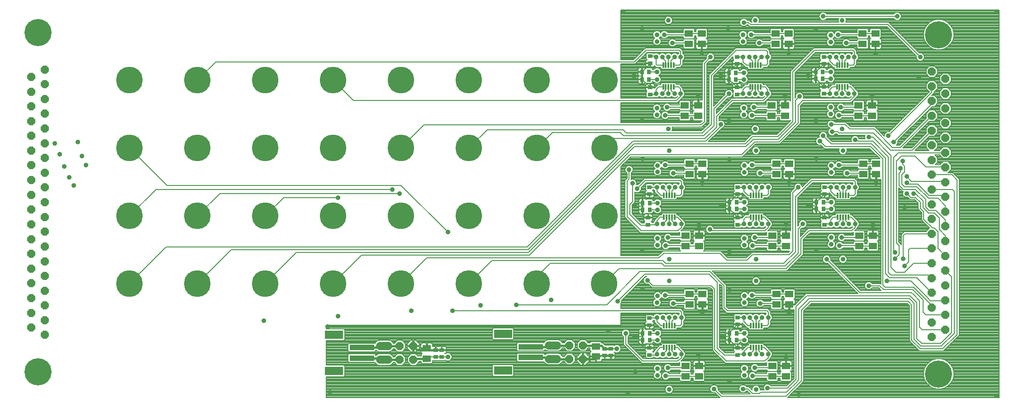
<source format=gbl>
G75*
%MOIN*%
%OFA0B0*%
%FSLAX25Y25*%
%IPPOS*%
%LPD*%
%AMOC8*
5,1,8,0,0,1.08239X$1,22.5*
%
%ADD10C,0.06000*%
%ADD11C,0.19685*%
%ADD12R,0.01181X0.03937*%
%ADD13OC8,0.06000*%
%ADD14C,0.20000*%
%ADD15R,0.03543X0.02756*%
%ADD16R,0.05906X0.05118*%
%ADD17R,0.02756X0.03543*%
%ADD18R,0.18110X0.03937*%
%ADD19R,0.13386X0.06299*%
%ADD20C,0.03575*%
%ADD21C,0.00787*%
%ADD22C,0.01600*%
D10*
X0383095Y0031550D02*
X0389095Y0031550D01*
X0389095Y0041550D02*
X0383095Y0041550D01*
X0507595Y0042050D02*
X0513595Y0042050D01*
X0513595Y0032050D02*
X0507595Y0032050D01*
D11*
X0498595Y0087550D03*
X0448595Y0087550D03*
X0398595Y0087550D03*
X0348595Y0087550D03*
X0298595Y0087550D03*
X0248595Y0087550D03*
X0198595Y0087550D03*
X0198595Y0137550D03*
X0248595Y0137550D03*
X0298595Y0137550D03*
X0348595Y0137550D03*
X0398595Y0137550D03*
X0448595Y0137550D03*
X0498595Y0137550D03*
X0548595Y0137550D03*
X0548095Y0087550D03*
X0548595Y0187550D03*
X0498595Y0187550D03*
X0448595Y0187550D03*
X0398595Y0187550D03*
X0348595Y0187550D03*
X0298595Y0187550D03*
X0248595Y0187550D03*
X0198595Y0187550D03*
X0198595Y0237550D03*
X0248595Y0237550D03*
X0298595Y0237550D03*
X0348595Y0237550D03*
X0398595Y0237550D03*
X0448595Y0237550D03*
X0498595Y0237550D03*
X0548595Y0237550D03*
D12*
X0591658Y0232479D03*
X0593627Y0232479D03*
X0595595Y0232479D03*
X0597564Y0232479D03*
X0599532Y0232479D03*
X0599532Y0248621D03*
X0597564Y0248621D03*
X0595595Y0248621D03*
X0593627Y0248621D03*
X0591658Y0248621D03*
X0655658Y0248621D03*
X0657627Y0248621D03*
X0659595Y0248621D03*
X0661564Y0248621D03*
X0663532Y0248621D03*
X0663532Y0232479D03*
X0661564Y0232479D03*
X0659595Y0232479D03*
X0657627Y0232479D03*
X0655658Y0232479D03*
X0719658Y0232479D03*
X0721627Y0232479D03*
X0723595Y0232479D03*
X0725564Y0232479D03*
X0727532Y0232479D03*
X0727532Y0248621D03*
X0725564Y0248621D03*
X0723595Y0248621D03*
X0721627Y0248621D03*
X0719658Y0248621D03*
X0720158Y0152621D03*
X0722127Y0152621D03*
X0724095Y0152621D03*
X0726064Y0152621D03*
X0728032Y0152621D03*
X0728032Y0136479D03*
X0726064Y0136479D03*
X0724095Y0136479D03*
X0722127Y0136479D03*
X0720158Y0136479D03*
X0664032Y0136479D03*
X0662064Y0136479D03*
X0660095Y0136479D03*
X0658127Y0136479D03*
X0656158Y0136479D03*
X0656158Y0152621D03*
X0658127Y0152621D03*
X0660095Y0152621D03*
X0662064Y0152621D03*
X0664032Y0152621D03*
X0600032Y0152621D03*
X0598064Y0152621D03*
X0596095Y0152621D03*
X0594127Y0152621D03*
X0592158Y0152621D03*
X0592158Y0136479D03*
X0594127Y0136479D03*
X0596095Y0136479D03*
X0598064Y0136479D03*
X0600032Y0136479D03*
X0600032Y0056621D03*
X0598064Y0056621D03*
X0596095Y0056621D03*
X0594127Y0056621D03*
X0592158Y0056621D03*
X0592158Y0040479D03*
X0594127Y0040479D03*
X0596095Y0040479D03*
X0598064Y0040479D03*
X0600032Y0040479D03*
X0656158Y0040479D03*
X0658127Y0040479D03*
X0660095Y0040479D03*
X0662064Y0040479D03*
X0664032Y0040479D03*
X0664032Y0056621D03*
X0662064Y0056621D03*
X0660095Y0056621D03*
X0658127Y0056621D03*
X0656158Y0056621D03*
D13*
X0532595Y0042050D03*
X0522595Y0042050D03*
X0522595Y0032050D03*
X0532595Y0032050D03*
X0407595Y0031550D03*
X0397595Y0031550D03*
X0397595Y0041550D03*
X0407595Y0041550D03*
X0136095Y0049750D03*
X0126095Y0055150D03*
X0136095Y0060650D03*
X0126095Y0066050D03*
X0136095Y0071450D03*
X0126095Y0076950D03*
X0136095Y0082350D03*
X0126095Y0087750D03*
X0136095Y0093250D03*
X0126095Y0098650D03*
X0136095Y0104050D03*
X0126095Y0109550D03*
X0136095Y0114950D03*
X0126095Y0120350D03*
X0136095Y0125850D03*
X0126095Y0131250D03*
X0136095Y0136650D03*
X0126095Y0142150D03*
X0136095Y0147550D03*
X0126095Y0152950D03*
X0136095Y0158450D03*
X0126095Y0163850D03*
X0136095Y0169250D03*
X0126095Y0174750D03*
X0136095Y0180150D03*
X0126095Y0185650D03*
X0136095Y0191050D03*
X0126095Y0196450D03*
X0136095Y0201950D03*
X0126095Y0207350D03*
X0136095Y0212750D03*
X0126095Y0218250D03*
X0136095Y0223650D03*
X0126095Y0229050D03*
X0136095Y0234550D03*
X0126095Y0239950D03*
X0136095Y0245350D03*
X0789595Y0243850D03*
X0799595Y0238450D03*
X0789595Y0232950D03*
X0799595Y0227550D03*
X0789595Y0222150D03*
X0799595Y0216650D03*
X0789595Y0211250D03*
X0799595Y0205850D03*
X0789595Y0200350D03*
X0799595Y0194950D03*
X0789595Y0189550D03*
X0799595Y0184050D03*
X0789595Y0178650D03*
X0799595Y0173250D03*
X0789595Y0167750D03*
X0799595Y0162350D03*
X0789595Y0156950D03*
X0799595Y0151450D03*
X0789595Y0146050D03*
X0799595Y0140650D03*
X0789595Y0135150D03*
X0799595Y0129750D03*
X0789595Y0124350D03*
X0799595Y0118850D03*
X0789595Y0113450D03*
X0799595Y0108050D03*
X0789595Y0102550D03*
X0799595Y0097150D03*
X0789595Y0091650D03*
X0799595Y0086250D03*
X0789595Y0080850D03*
X0799595Y0075350D03*
X0789595Y0069950D03*
X0799595Y0064550D03*
X0789595Y0059050D03*
X0799595Y0053650D03*
X0789595Y0048250D03*
D14*
X0131095Y0022550D03*
X0131095Y0272550D03*
X0794595Y0271050D03*
X0794595Y0021050D03*
D15*
X0646595Y0034991D03*
X0646595Y0040109D03*
X0646595Y0057491D03*
X0646595Y0062609D03*
X0581595Y0062109D03*
X0581595Y0056991D03*
X0581595Y0040109D03*
X0581595Y0034991D03*
X0553095Y0034491D03*
X0548595Y0034491D03*
X0548595Y0039609D03*
X0553095Y0039609D03*
X0428595Y0038609D03*
X0424095Y0038609D03*
X0424095Y0033491D03*
X0428595Y0033491D03*
X0580595Y0130991D03*
X0580595Y0136109D03*
X0581595Y0153491D03*
X0581595Y0158609D03*
X0646595Y0158609D03*
X0646595Y0153491D03*
X0646595Y0136109D03*
X0646595Y0130991D03*
X0710595Y0130991D03*
X0710595Y0136109D03*
X0710595Y0153491D03*
X0710595Y0158609D03*
X0710095Y0227491D03*
X0710095Y0232609D03*
X0710095Y0249491D03*
X0710095Y0254609D03*
X0646095Y0254609D03*
X0646095Y0249491D03*
X0646095Y0232109D03*
X0646095Y0226991D03*
X0582095Y0226991D03*
X0582095Y0232109D03*
X0582095Y0249991D03*
X0582095Y0255109D03*
D16*
X0610595Y0264310D03*
X0620095Y0264310D03*
X0620095Y0271790D03*
X0610595Y0271790D03*
X0674595Y0271790D03*
X0684095Y0271790D03*
X0684095Y0264310D03*
X0674595Y0264310D03*
X0738595Y0264310D03*
X0748095Y0264310D03*
X0748095Y0271790D03*
X0738595Y0271790D03*
X0735595Y0218790D03*
X0745595Y0218790D03*
X0745595Y0211310D03*
X0735595Y0211310D03*
X0681595Y0211310D03*
X0671595Y0211310D03*
X0671595Y0218790D03*
X0681595Y0218790D03*
X0617595Y0218790D03*
X0607595Y0218790D03*
X0607595Y0211310D03*
X0617595Y0211310D03*
X0620595Y0175790D03*
X0611095Y0175790D03*
X0611095Y0168310D03*
X0620595Y0168310D03*
X0675095Y0168310D03*
X0684595Y0168310D03*
X0684595Y0175790D03*
X0675095Y0175790D03*
X0739095Y0175790D03*
X0748595Y0175790D03*
X0748595Y0168310D03*
X0739095Y0168310D03*
X0736095Y0122790D03*
X0746095Y0122790D03*
X0746095Y0115310D03*
X0736095Y0115310D03*
X0682095Y0115310D03*
X0672095Y0115310D03*
X0672095Y0122790D03*
X0682095Y0122790D03*
X0618095Y0122790D03*
X0608095Y0122790D03*
X0608095Y0115310D03*
X0618095Y0115310D03*
X0620595Y0079790D03*
X0611095Y0079790D03*
X0611095Y0072310D03*
X0620595Y0072310D03*
X0675095Y0072310D03*
X0684595Y0072310D03*
X0684595Y0079790D03*
X0675095Y0079790D03*
X0672095Y0026790D03*
X0682095Y0026790D03*
X0682095Y0019310D03*
X0672095Y0019310D03*
X0618095Y0019310D03*
X0608095Y0019310D03*
X0608095Y0026790D03*
X0618095Y0026790D03*
X0542095Y0033810D03*
X0542095Y0041290D03*
X0417595Y0039790D03*
X0417595Y0032310D03*
D17*
X0576536Y0046050D03*
X0576536Y0051050D03*
X0581654Y0051050D03*
X0581654Y0046050D03*
X0640536Y0046050D03*
X0640536Y0051050D03*
X0645654Y0051050D03*
X0645654Y0046050D03*
X0581654Y0142050D03*
X0576536Y0142050D03*
X0576536Y0147050D03*
X0581654Y0147050D03*
X0640536Y0147550D03*
X0640536Y0142550D03*
X0645654Y0142550D03*
X0645654Y0147550D03*
X0704536Y0147550D03*
X0704536Y0142550D03*
X0709654Y0142550D03*
X0709654Y0147550D03*
X0709154Y0238550D03*
X0704036Y0238550D03*
X0704036Y0243550D03*
X0709154Y0243550D03*
X0645154Y0243050D03*
X0640036Y0243050D03*
X0640036Y0238050D03*
X0645154Y0238050D03*
X0581154Y0238050D03*
X0576036Y0238050D03*
X0576036Y0243550D03*
X0581154Y0243550D03*
D18*
X0494162Y0040987D03*
X0494162Y0033113D03*
X0369662Y0032613D03*
X0369662Y0040487D03*
D19*
X0349190Y0049936D03*
X0349190Y0023164D03*
X0473690Y0023664D03*
X0473690Y0050436D03*
D20*
X0436595Y0067550D03*
X0457095Y0071550D03*
X0483595Y0072050D03*
X0509095Y0075550D03*
X0551095Y0053050D03*
X0564095Y0051050D03*
X0570595Y0048550D03*
X0557595Y0039550D03*
X0587095Y0035550D03*
X0591595Y0035550D03*
X0596095Y0035550D03*
X0600595Y0035550D03*
X0605095Y0035550D03*
X0617595Y0035050D03*
X0635095Y0048550D03*
X0651595Y0046050D03*
X0651595Y0051050D03*
X0651095Y0062550D03*
X0655595Y0062550D03*
X0660095Y0062550D03*
X0664595Y0062550D03*
X0669095Y0062550D03*
X0684595Y0065550D03*
X0663095Y0073050D03*
X0657095Y0079050D03*
X0651595Y0078550D03*
X0651595Y0073550D03*
X0640595Y0083050D03*
X0660095Y0089550D03*
X0660095Y0105550D03*
X0657595Y0115550D03*
X0651595Y0116050D03*
X0651595Y0121050D03*
X0659095Y0121550D03*
X0660095Y0131550D03*
X0655595Y0131550D03*
X0651095Y0131550D03*
X0664595Y0131550D03*
X0669095Y0131550D03*
X0682095Y0131550D03*
X0694595Y0131550D03*
X0715095Y0131550D03*
X0719595Y0131550D03*
X0724095Y0131550D03*
X0728595Y0131550D03*
X0733095Y0131550D03*
X0746095Y0130550D03*
X0723095Y0121550D03*
X0715595Y0121550D03*
X0715595Y0116550D03*
X0721595Y0115550D03*
X0704595Y0111550D03*
X0712095Y0105550D03*
X0724095Y0105550D03*
X0762595Y0106050D03*
X0762595Y0110550D03*
X0768595Y0106050D03*
X0769595Y0100550D03*
X0756595Y0089550D03*
X0743095Y0086050D03*
X0640595Y0111050D03*
X0626095Y0127550D03*
X0618095Y0130550D03*
X0605095Y0131550D03*
X0600595Y0131550D03*
X0596095Y0131550D03*
X0591595Y0131550D03*
X0587095Y0131550D03*
X0595095Y0121550D03*
X0587595Y0121050D03*
X0587595Y0116050D03*
X0593595Y0115550D03*
X0576095Y0111550D03*
X0596095Y0105550D03*
X0596095Y0089550D03*
X0580095Y0090050D03*
X0576595Y0083550D03*
X0587595Y0078550D03*
X0587095Y0073550D03*
X0593095Y0079050D03*
X0599095Y0073050D03*
X0600595Y0062550D03*
X0596095Y0062550D03*
X0591595Y0062550D03*
X0587095Y0062550D03*
X0605095Y0062550D03*
X0620595Y0065550D03*
X0587595Y0051050D03*
X0587595Y0046050D03*
X0587595Y0025050D03*
X0595095Y0025550D03*
X0593595Y0019550D03*
X0587595Y0020050D03*
X0571095Y0022550D03*
X0565595Y0007050D03*
X0596095Y0009550D03*
X0629095Y0010050D03*
X0640595Y0015550D03*
X0650595Y0010050D03*
X0660095Y0009550D03*
X0668595Y0010550D03*
X0657595Y0019550D03*
X0651595Y0020050D03*
X0651595Y0025050D03*
X0659095Y0025550D03*
X0682095Y0033550D03*
X0669095Y0035550D03*
X0664595Y0035550D03*
X0660095Y0035550D03*
X0655595Y0035550D03*
X0651095Y0035550D03*
X0691595Y0006050D03*
X0837095Y0005050D03*
X0558095Y0074550D03*
X0433095Y0033550D03*
X0352095Y0063550D03*
X0344595Y0056050D03*
X0297495Y0060150D03*
X0406095Y0067550D03*
X0433095Y0125550D03*
X0397595Y0154050D03*
X0392095Y0157050D03*
X0352095Y0151050D03*
X0166595Y0175050D03*
X0150595Y0174050D03*
X0147095Y0183050D03*
X0163595Y0181550D03*
X0160595Y0192050D03*
X0143595Y0191050D03*
X0154095Y0166050D03*
X0157595Y0160050D03*
X0346095Y0007550D03*
X0587595Y0142050D03*
X0587595Y0147050D03*
X0570595Y0144550D03*
X0572595Y0157550D03*
X0569095Y0161550D03*
X0587095Y0158550D03*
X0591595Y0158550D03*
X0596095Y0158550D03*
X0600595Y0158550D03*
X0605095Y0158550D03*
X0620595Y0161550D03*
X0599095Y0169050D03*
X0593095Y0175050D03*
X0587595Y0174550D03*
X0576595Y0179550D03*
X0566595Y0171550D03*
X0587595Y0170050D03*
X0596095Y0185550D03*
X0595595Y0201550D03*
X0593095Y0211550D03*
X0587095Y0212050D03*
X0587095Y0217050D03*
X0594595Y0217550D03*
X0595595Y0227550D03*
X0591095Y0227550D03*
X0586595Y0227550D03*
X0600095Y0227550D03*
X0604595Y0227550D03*
X0617595Y0226550D03*
X0640095Y0227550D03*
X0650595Y0227550D03*
X0655095Y0227550D03*
X0659595Y0227550D03*
X0664095Y0227550D03*
X0668595Y0227550D03*
X0681595Y0225550D03*
X0692095Y0225550D03*
X0714595Y0227550D03*
X0719095Y0227550D03*
X0723595Y0227550D03*
X0728095Y0227550D03*
X0732595Y0227550D03*
X0745595Y0226050D03*
X0722595Y0217550D03*
X0715095Y0217550D03*
X0715095Y0212550D03*
X0721095Y0211550D03*
X0715595Y0205050D03*
X0723595Y0201550D03*
X0716095Y0199550D03*
X0709595Y0196550D03*
X0707095Y0192550D03*
X0724095Y0185550D03*
X0733095Y0193550D03*
X0743095Y0195550D03*
X0757595Y0196550D03*
X0761595Y0192050D03*
X0768095Y0178050D03*
X0766595Y0172550D03*
X0771095Y0166550D03*
X0771095Y0162050D03*
X0771095Y0154050D03*
X0776095Y0154050D03*
X0769595Y0143550D03*
X0733095Y0158550D03*
X0728595Y0158550D03*
X0724095Y0158550D03*
X0719595Y0158550D03*
X0715095Y0158550D03*
X0715595Y0147550D03*
X0715595Y0142550D03*
X0698595Y0145050D03*
X0691095Y0158550D03*
X0684595Y0161550D03*
X0669095Y0158550D03*
X0664595Y0158550D03*
X0660095Y0158550D03*
X0655595Y0158550D03*
X0651095Y0158550D03*
X0651595Y0147550D03*
X0651595Y0142550D03*
X0634595Y0145050D03*
X0651595Y0169550D03*
X0663095Y0169050D03*
X0657095Y0175050D03*
X0651595Y0174550D03*
X0640595Y0179050D03*
X0660095Y0185550D03*
X0659595Y0201550D03*
X0657095Y0211550D03*
X0651095Y0212050D03*
X0651095Y0217050D03*
X0658595Y0217550D03*
X0640095Y0207550D03*
X0634095Y0205050D03*
X0576095Y0207550D03*
X0587095Y0238050D03*
X0587095Y0243550D03*
X0570095Y0240550D03*
X0586595Y0254550D03*
X0591095Y0254550D03*
X0595595Y0254550D03*
X0600095Y0254550D03*
X0604595Y0254550D03*
X0620095Y0257550D03*
X0626595Y0254550D03*
X0650595Y0254550D03*
X0655095Y0254550D03*
X0659595Y0254550D03*
X0664095Y0254550D03*
X0668595Y0254550D03*
X0684095Y0257550D03*
X0662595Y0265050D03*
X0650595Y0266050D03*
X0650595Y0271050D03*
X0656595Y0271050D03*
X0651095Y0280050D03*
X0659595Y0281550D03*
X0639595Y0275550D03*
X0598595Y0265050D03*
X0592595Y0271050D03*
X0587095Y0271050D03*
X0576095Y0275550D03*
X0595595Y0281550D03*
X0562095Y0287550D03*
X0587095Y0266050D03*
X0634095Y0240550D03*
X0651095Y0238050D03*
X0651095Y0243050D03*
X0698595Y0241050D03*
X0715095Y0238550D03*
X0715095Y0243550D03*
X0714595Y0254550D03*
X0719095Y0254550D03*
X0723595Y0254550D03*
X0728095Y0254550D03*
X0732595Y0254550D03*
X0748095Y0257050D03*
X0726595Y0265050D03*
X0715095Y0265550D03*
X0715095Y0270550D03*
X0720595Y0271050D03*
X0704095Y0275050D03*
X0709595Y0284550D03*
X0723595Y0281550D03*
X0764095Y0284550D03*
X0781095Y0254550D03*
X0780095Y0239050D03*
X0704095Y0207550D03*
X0704595Y0179550D03*
X0715595Y0174550D03*
X0721095Y0175050D03*
X0715595Y0169550D03*
X0727095Y0169050D03*
X0748595Y0161550D03*
X0837595Y0287550D03*
D21*
X0839201Y0287712D02*
X0560595Y0287712D01*
X0560595Y0286926D02*
X0707773Y0286926D01*
X0707914Y0287067D02*
X0707079Y0286232D01*
X0706627Y0285140D01*
X0706627Y0283960D01*
X0707079Y0282868D01*
X0707914Y0282033D01*
X0709005Y0281581D01*
X0710186Y0281581D01*
X0711277Y0282033D01*
X0712112Y0282868D01*
X0712156Y0282975D01*
X0720972Y0282975D01*
X0720627Y0282140D01*
X0720627Y0280960D01*
X0720972Y0280125D01*
X0662218Y0280125D01*
X0662564Y0280960D01*
X0662564Y0282140D01*
X0662112Y0283232D01*
X0661277Y0284067D01*
X0660186Y0284518D01*
X0659005Y0284518D01*
X0657914Y0284067D01*
X0657079Y0283232D01*
X0656627Y0282140D01*
X0656627Y0280960D01*
X0656972Y0280125D01*
X0656747Y0280125D01*
X0656170Y0280702D01*
X0656170Y0280702D01*
X0655247Y0281625D01*
X0653656Y0281625D01*
X0653612Y0281732D01*
X0652777Y0282567D01*
X0651686Y0283018D01*
X0650505Y0283018D01*
X0649414Y0282567D01*
X0648579Y0281732D01*
X0648127Y0280640D01*
X0648127Y0279460D01*
X0648579Y0278368D01*
X0649414Y0277533D01*
X0650505Y0277081D01*
X0651686Y0277081D01*
X0652777Y0277533D01*
X0653612Y0278368D01*
X0653656Y0278475D01*
X0653943Y0278475D01*
X0654520Y0277898D01*
X0655443Y0276975D01*
X0756443Y0276975D01*
X0778171Y0255247D01*
X0778127Y0255140D01*
X0778127Y0253960D01*
X0778579Y0252868D01*
X0779414Y0252033D01*
X0780505Y0251581D01*
X0781686Y0251581D01*
X0782777Y0252033D01*
X0783612Y0252868D01*
X0784064Y0253960D01*
X0784064Y0255140D01*
X0783612Y0256232D01*
X0782777Y0257067D01*
X0781686Y0257518D01*
X0780505Y0257518D01*
X0780398Y0257474D01*
X0757747Y0280125D01*
X0726218Y0280125D01*
X0726564Y0280960D01*
X0726564Y0282140D01*
X0726218Y0282975D01*
X0761534Y0282975D01*
X0761579Y0282868D01*
X0762414Y0282033D01*
X0763505Y0281581D01*
X0764686Y0281581D01*
X0765777Y0282033D01*
X0766612Y0282868D01*
X0767064Y0283960D01*
X0767064Y0285140D01*
X0766612Y0286232D01*
X0765777Y0287067D01*
X0764686Y0287518D01*
X0763505Y0287518D01*
X0762414Y0287067D01*
X0761579Y0286232D01*
X0761534Y0286125D01*
X0712156Y0286125D01*
X0712112Y0286232D01*
X0711277Y0287067D01*
X0710186Y0287518D01*
X0709005Y0287518D01*
X0707914Y0287067D01*
X0707041Y0286140D02*
X0560595Y0286140D01*
X0560595Y0285354D02*
X0706715Y0285354D01*
X0706627Y0284569D02*
X0560595Y0284569D01*
X0560595Y0283783D02*
X0593630Y0283783D01*
X0593914Y0284067D02*
X0593079Y0283232D01*
X0592627Y0282140D01*
X0592627Y0280960D01*
X0593079Y0279868D01*
X0593914Y0279033D01*
X0595005Y0278581D01*
X0596186Y0278581D01*
X0597277Y0279033D01*
X0598112Y0279868D01*
X0598564Y0280960D01*
X0598564Y0282140D01*
X0598112Y0283232D01*
X0597277Y0284067D01*
X0596186Y0284518D01*
X0595005Y0284518D01*
X0593914Y0284067D01*
X0592981Y0282997D02*
X0560595Y0282997D01*
X0560595Y0282211D02*
X0592656Y0282211D01*
X0592627Y0281425D02*
X0560595Y0281425D01*
X0560595Y0280639D02*
X0592759Y0280639D01*
X0593094Y0279853D02*
X0560595Y0279853D01*
X0560595Y0279067D02*
X0593880Y0279067D01*
X0597310Y0279067D02*
X0648289Y0279067D01*
X0648127Y0279853D02*
X0598096Y0279853D01*
X0598431Y0280639D02*
X0648127Y0280639D01*
X0648452Y0281425D02*
X0598564Y0281425D01*
X0598534Y0282211D02*
X0649058Y0282211D01*
X0650452Y0282997D02*
X0598209Y0282997D01*
X0597561Y0283783D02*
X0657630Y0283783D01*
X0656981Y0282997D02*
X0651738Y0282997D01*
X0653132Y0282211D02*
X0656656Y0282211D01*
X0656627Y0281425D02*
X0655447Y0281425D01*
X0656233Y0280639D02*
X0656759Y0280639D01*
X0656095Y0278550D02*
X0757095Y0278550D01*
X0781095Y0254550D01*
X0779101Y0252346D02*
X0734589Y0252346D01*
X0734277Y0252033D02*
X0735112Y0252868D01*
X0735564Y0253960D01*
X0735564Y0255140D01*
X0735112Y0256232D01*
X0734277Y0257067D01*
X0734170Y0257111D01*
X0734170Y0259202D01*
X0733247Y0260125D01*
X0733170Y0260202D01*
X0732247Y0261125D01*
X0702443Y0261125D01*
X0686443Y0245125D01*
X0685520Y0244202D01*
X0685520Y0222348D01*
X0685404Y0222464D01*
X0685086Y0222648D01*
X0684731Y0222743D01*
X0681989Y0222743D01*
X0681989Y0219184D01*
X0681201Y0219184D01*
X0681201Y0218396D01*
X0677249Y0218396D01*
X0677249Y0216048D01*
X0677344Y0215693D01*
X0677527Y0215375D01*
X0677787Y0215116D01*
X0678061Y0214958D01*
X0677461Y0214358D01*
X0677461Y0212885D01*
X0675729Y0212885D01*
X0675729Y0214358D01*
X0675037Y0215050D01*
X0675729Y0215742D01*
X0675729Y0221838D01*
X0675037Y0222530D01*
X0668153Y0222530D01*
X0667461Y0221838D01*
X0667461Y0219125D01*
X0661156Y0219125D01*
X0661112Y0219232D01*
X0660277Y0220067D01*
X0659186Y0220518D01*
X0658005Y0220518D01*
X0656914Y0220067D01*
X0656079Y0219232D01*
X0655627Y0218140D01*
X0655627Y0216960D01*
X0656079Y0215868D01*
X0656914Y0215033D01*
X0658005Y0214581D01*
X0659186Y0214581D01*
X0660277Y0215033D01*
X0661112Y0215868D01*
X0661156Y0215975D01*
X0667461Y0215975D01*
X0667461Y0215742D01*
X0668153Y0215050D01*
X0675037Y0215050D01*
X0668153Y0215050D01*
X0667461Y0214358D01*
X0667461Y0213125D01*
X0659656Y0213125D01*
X0659612Y0213232D01*
X0658777Y0214067D01*
X0657686Y0214518D01*
X0656505Y0214518D01*
X0655414Y0214067D01*
X0654579Y0213232D01*
X0654127Y0212140D01*
X0654127Y0210960D01*
X0654579Y0209868D01*
X0655414Y0209033D01*
X0656505Y0208581D01*
X0657686Y0208581D01*
X0658777Y0209033D01*
X0659612Y0209868D01*
X0659656Y0209975D01*
X0667461Y0209975D01*
X0667461Y0208262D01*
X0668153Y0207570D01*
X0675037Y0207570D01*
X0675729Y0208262D01*
X0675729Y0209735D01*
X0677461Y0209735D01*
X0677461Y0208262D01*
X0678153Y0207570D01*
X0685037Y0207570D01*
X0685520Y0208053D01*
X0685520Y0207702D01*
X0675443Y0197625D01*
X0656943Y0197625D01*
X0651443Y0192125D01*
X0624897Y0192125D01*
X0634747Y0201975D01*
X0634973Y0202200D01*
X0635777Y0202533D01*
X0636612Y0203368D01*
X0637064Y0204460D01*
X0637064Y0205640D01*
X0636612Y0206732D01*
X0635777Y0207567D01*
X0634686Y0208018D01*
X0633505Y0208018D01*
X0632670Y0207673D01*
X0632670Y0210398D01*
X0643247Y0220975D01*
X0666247Y0220975D01*
X0667170Y0221898D01*
X0669247Y0223975D01*
X0670170Y0224898D01*
X0670170Y0224989D01*
X0670277Y0225033D01*
X0671112Y0225868D01*
X0671564Y0226960D01*
X0671564Y0228140D01*
X0671112Y0229232D01*
X0670277Y0230067D01*
X0670170Y0230111D01*
X0670170Y0231202D01*
X0669247Y0232125D01*
X0667318Y0234054D01*
X0665304Y0234054D01*
X0665304Y0234937D01*
X0664612Y0235629D01*
X0654578Y0235629D01*
X0653886Y0234937D01*
X0653886Y0234054D01*
X0651872Y0234054D01*
X0649943Y0232125D01*
X0649260Y0231442D01*
X0649260Y0231814D01*
X0646390Y0231814D01*
X0646390Y0232404D01*
X0645800Y0232404D01*
X0645800Y0231814D01*
X0642930Y0231814D01*
X0642930Y0230548D01*
X0643025Y0230193D01*
X0643208Y0229875D01*
X0643468Y0229616D01*
X0643742Y0229458D01*
X0643142Y0228858D01*
X0643142Y0225124D01*
X0643834Y0224432D01*
X0648356Y0224432D01*
X0648945Y0225021D01*
X0650005Y0224581D01*
X0651186Y0224581D01*
X0652277Y0225033D01*
X0652845Y0225602D01*
X0653414Y0225033D01*
X0654505Y0224581D01*
X0655686Y0224581D01*
X0656777Y0225033D01*
X0657345Y0225602D01*
X0657914Y0225033D01*
X0659005Y0224581D01*
X0660186Y0224581D01*
X0661277Y0225033D01*
X0661845Y0225602D01*
X0662414Y0225033D01*
X0663505Y0224581D01*
X0664686Y0224581D01*
X0665777Y0225033D01*
X0666345Y0225602D01*
X0666383Y0225564D01*
X0664943Y0224125D01*
X0641943Y0224125D01*
X0641020Y0223202D01*
X0630670Y0212852D01*
X0630670Y0215898D01*
X0639398Y0224626D01*
X0639505Y0224581D01*
X0640686Y0224581D01*
X0641777Y0225033D01*
X0642612Y0225868D01*
X0643064Y0226960D01*
X0643064Y0228140D01*
X0642612Y0229232D01*
X0641777Y0230067D01*
X0640686Y0230518D01*
X0639505Y0230518D01*
X0638414Y0230067D01*
X0637579Y0229232D01*
X0637127Y0228140D01*
X0637127Y0226960D01*
X0637171Y0226853D01*
X0628670Y0218352D01*
X0628670Y0240398D01*
X0633670Y0245398D01*
X0643142Y0254870D01*
X0643142Y0252742D01*
X0643742Y0252142D01*
X0643468Y0251984D01*
X0643208Y0251725D01*
X0643025Y0251407D01*
X0642930Y0251052D01*
X0642930Y0249786D01*
X0645800Y0249786D01*
X0645800Y0249196D01*
X0642930Y0249196D01*
X0642930Y0247930D01*
X0643025Y0247575D01*
X0643208Y0247257D01*
X0643468Y0246998D01*
X0643786Y0246814D01*
X0644140Y0246719D01*
X0645800Y0246719D01*
X0645800Y0249196D01*
X0646390Y0249196D01*
X0646390Y0246719D01*
X0648050Y0246719D01*
X0648405Y0246814D01*
X0648723Y0246998D01*
X0648982Y0247257D01*
X0649166Y0247575D01*
X0649260Y0247930D01*
X0649260Y0249196D01*
X0646390Y0249196D01*
X0646390Y0249786D01*
X0649260Y0249786D01*
X0649260Y0250158D01*
X0649943Y0249475D01*
X0652443Y0246975D01*
X0653886Y0246975D01*
X0653886Y0246163D01*
X0654578Y0245471D01*
X0664612Y0245471D01*
X0665304Y0246163D01*
X0665304Y0247046D01*
X0668318Y0247046D01*
X0669247Y0247975D01*
X0669247Y0247975D01*
X0670170Y0248898D01*
X0670170Y0251989D01*
X0670277Y0252033D01*
X0671112Y0252868D01*
X0671564Y0253960D01*
X0671564Y0255140D01*
X0671112Y0256232D01*
X0670277Y0257067D01*
X0670170Y0257111D01*
X0670170Y0259202D01*
X0669247Y0260125D01*
X0668247Y0261125D01*
X0644943Y0261125D01*
X0644020Y0260202D01*
X0631443Y0247625D01*
X0631443Y0247625D01*
X0625520Y0241702D01*
X0625520Y0205702D01*
X0619943Y0200125D01*
X0598218Y0200125D01*
X0598564Y0200960D01*
X0598564Y0202140D01*
X0598218Y0202975D01*
X0620247Y0202975D01*
X0622747Y0205475D01*
X0623670Y0206398D01*
X0623670Y0249398D01*
X0625898Y0251626D01*
X0626005Y0251581D01*
X0627186Y0251581D01*
X0628277Y0252033D01*
X0629112Y0252868D01*
X0629564Y0253960D01*
X0629564Y0255140D01*
X0629112Y0256232D01*
X0628277Y0257067D01*
X0627186Y0257518D01*
X0626005Y0257518D01*
X0624914Y0257067D01*
X0624079Y0256232D01*
X0623627Y0255140D01*
X0623627Y0253960D01*
X0623671Y0253853D01*
X0620520Y0250702D01*
X0620520Y0222743D01*
X0617989Y0222743D01*
X0617989Y0219184D01*
X0617201Y0219184D01*
X0617201Y0218396D01*
X0613249Y0218396D01*
X0613249Y0216048D01*
X0613344Y0215693D01*
X0613527Y0215375D01*
X0613787Y0215116D01*
X0614061Y0214958D01*
X0613461Y0214358D01*
X0613461Y0212885D01*
X0611729Y0212885D01*
X0611729Y0214358D01*
X0611037Y0215050D01*
X0611729Y0215742D01*
X0611729Y0221838D01*
X0611037Y0222530D01*
X0604153Y0222530D01*
X0603461Y0221838D01*
X0603461Y0219125D01*
X0597156Y0219125D01*
X0597112Y0219232D01*
X0596277Y0220067D01*
X0595186Y0220518D01*
X0594005Y0220518D01*
X0592914Y0220067D01*
X0592079Y0219232D01*
X0591627Y0218140D01*
X0591627Y0216960D01*
X0592079Y0215868D01*
X0592914Y0215033D01*
X0594005Y0214581D01*
X0595186Y0214581D01*
X0596277Y0215033D01*
X0597112Y0215868D01*
X0597156Y0215975D01*
X0603461Y0215975D01*
X0603461Y0215742D01*
X0604153Y0215050D01*
X0611037Y0215050D01*
X0604153Y0215050D01*
X0603461Y0214358D01*
X0603461Y0213125D01*
X0595656Y0213125D01*
X0595612Y0213232D01*
X0594777Y0214067D01*
X0593686Y0214518D01*
X0592505Y0214518D01*
X0591414Y0214067D01*
X0590579Y0213232D01*
X0590127Y0212140D01*
X0590127Y0210960D01*
X0590579Y0209868D01*
X0591414Y0209033D01*
X0592505Y0208581D01*
X0593686Y0208581D01*
X0594777Y0209033D01*
X0595612Y0209868D01*
X0595656Y0209975D01*
X0603461Y0209975D01*
X0603461Y0208262D01*
X0604153Y0207570D01*
X0611037Y0207570D01*
X0611729Y0208262D01*
X0611729Y0209735D01*
X0613461Y0209735D01*
X0613461Y0208262D01*
X0614153Y0207570D01*
X0620388Y0207570D01*
X0618943Y0206125D01*
X0560595Y0206125D01*
X0560595Y0220975D01*
X0602247Y0220975D01*
X0603170Y0221898D01*
X0606170Y0224898D01*
X0606170Y0224989D01*
X0606277Y0225033D01*
X0607112Y0225868D01*
X0607564Y0226960D01*
X0607564Y0228140D01*
X0607112Y0229232D01*
X0606277Y0230067D01*
X0606170Y0230111D01*
X0606170Y0231702D01*
X0605247Y0232625D01*
X0603818Y0234054D01*
X0601304Y0234054D01*
X0601304Y0234937D01*
X0600612Y0235629D01*
X0590578Y0235629D01*
X0589886Y0234937D01*
X0589886Y0234054D01*
X0587872Y0234054D01*
X0585943Y0232125D01*
X0585260Y0231442D01*
X0585260Y0231814D01*
X0582390Y0231814D01*
X0582390Y0232404D01*
X0581800Y0232404D01*
X0581800Y0231814D01*
X0578930Y0231814D01*
X0578930Y0230548D01*
X0579025Y0230193D01*
X0579208Y0229875D01*
X0579468Y0229616D01*
X0579742Y0229458D01*
X0579142Y0228858D01*
X0579142Y0225124D01*
X0579834Y0224432D01*
X0584356Y0224432D01*
X0584945Y0225021D01*
X0586005Y0224581D01*
X0587186Y0224581D01*
X0588277Y0225033D01*
X0588845Y0225602D01*
X0589414Y0225033D01*
X0590505Y0224581D01*
X0591686Y0224581D01*
X0592777Y0225033D01*
X0593345Y0225602D01*
X0593914Y0225033D01*
X0595005Y0224581D01*
X0596186Y0224581D01*
X0597277Y0225033D01*
X0597845Y0225602D01*
X0598414Y0225033D01*
X0599505Y0224581D01*
X0600686Y0224581D01*
X0601777Y0225033D01*
X0602345Y0225602D01*
X0602383Y0225565D01*
X0600943Y0224125D01*
X0560595Y0224125D01*
X0560595Y0249475D01*
X0571247Y0249475D01*
X0579747Y0257975D01*
X0602943Y0257975D01*
X0603020Y0257898D01*
X0603020Y0257111D01*
X0602914Y0257067D01*
X0602345Y0256498D01*
X0601777Y0257067D01*
X0600686Y0257518D01*
X0599505Y0257518D01*
X0598414Y0257067D01*
X0597845Y0256498D01*
X0597277Y0257067D01*
X0596186Y0257518D01*
X0595005Y0257518D01*
X0593914Y0257067D01*
X0593345Y0256498D01*
X0592777Y0257067D01*
X0591686Y0257518D01*
X0590505Y0257518D01*
X0589414Y0257067D01*
X0588845Y0256498D01*
X0588277Y0257067D01*
X0587186Y0257518D01*
X0586005Y0257518D01*
X0584945Y0257079D01*
X0584356Y0257668D01*
X0579834Y0257668D01*
X0579142Y0256976D01*
X0579142Y0253242D01*
X0579742Y0252642D01*
X0579468Y0252484D01*
X0579208Y0252225D01*
X0579025Y0251907D01*
X0578930Y0251552D01*
X0578930Y0250286D01*
X0581800Y0250286D01*
X0581800Y0249696D01*
X0578930Y0249696D01*
X0578930Y0248430D01*
X0579025Y0248075D01*
X0579208Y0247757D01*
X0579468Y0247498D01*
X0579786Y0247314D01*
X0580140Y0247219D01*
X0581800Y0247219D01*
X0581800Y0249696D01*
X0582390Y0249696D01*
X0582390Y0247219D01*
X0584050Y0247219D01*
X0584405Y0247314D01*
X0584723Y0247498D01*
X0584982Y0247757D01*
X0585166Y0248075D01*
X0585203Y0248215D01*
X0585520Y0247898D01*
X0586443Y0246975D01*
X0589886Y0246975D01*
X0589886Y0246163D01*
X0590578Y0245471D01*
X0600612Y0245471D01*
X0601304Y0246163D01*
X0601304Y0247046D01*
X0604318Y0247046D01*
X0605247Y0247975D01*
X0606170Y0248898D01*
X0606170Y0251989D01*
X0606277Y0252033D01*
X0607112Y0252868D01*
X0607564Y0253960D01*
X0607564Y0255140D01*
X0607112Y0256232D01*
X0606277Y0257067D01*
X0606170Y0257111D01*
X0606170Y0259202D01*
X0605247Y0260125D01*
X0605170Y0260202D01*
X0604247Y0261125D01*
X0578443Y0261125D01*
X0577520Y0260202D01*
X0569943Y0252625D01*
X0560595Y0252625D01*
X0560595Y0289156D01*
X0839201Y0289156D01*
X0839201Y0003444D01*
X0683216Y0003444D01*
X0683670Y0003898D01*
X0686170Y0006398D01*
X0691747Y0011975D01*
X0695170Y0015398D01*
X0695170Y0067398D01*
X0700747Y0072975D01*
X0771443Y0072975D01*
X0772443Y0071975D01*
X0773020Y0071398D01*
X0773020Y0045398D01*
X0773943Y0044475D01*
X0780443Y0037975D01*
X0798247Y0037975D01*
X0799170Y0038898D01*
X0809670Y0049398D01*
X0809670Y0164702D01*
X0808747Y0165625D01*
X0805047Y0169325D01*
X0801583Y0169325D01*
X0803776Y0171518D01*
X0803776Y0174982D01*
X0801327Y0177431D01*
X0797863Y0177431D01*
X0795557Y0175125D01*
X0791983Y0175125D01*
X0793776Y0176918D01*
X0793776Y0180382D01*
X0791683Y0182475D01*
X0795414Y0182475D01*
X0795414Y0182318D01*
X0797863Y0179869D01*
X0801327Y0179869D01*
X0803776Y0182318D01*
X0803776Y0185782D01*
X0801327Y0188231D01*
X0797863Y0188231D01*
X0795414Y0185782D01*
X0795414Y0185625D01*
X0791583Y0185625D01*
X0793776Y0187818D01*
X0793776Y0191282D01*
X0791327Y0193731D01*
X0787863Y0193731D01*
X0785414Y0191282D01*
X0785414Y0187818D01*
X0787607Y0185625D01*
X0777097Y0185625D01*
X0787752Y0196280D01*
X0787863Y0196169D01*
X0791327Y0196169D01*
X0793776Y0198618D01*
X0793776Y0202082D01*
X0791327Y0204531D01*
X0787863Y0204531D01*
X0785414Y0202082D01*
X0785414Y0198618D01*
X0785525Y0198507D01*
X0774643Y0187625D01*
X0768197Y0187625D01*
X0787752Y0207180D01*
X0787863Y0207069D01*
X0791327Y0207069D01*
X0793776Y0209518D01*
X0793776Y0212982D01*
X0791327Y0215431D01*
X0787863Y0215431D01*
X0785414Y0212982D01*
X0785414Y0209518D01*
X0785525Y0209407D01*
X0765743Y0189625D01*
X0763368Y0189625D01*
X0764112Y0190368D01*
X0764564Y0191460D01*
X0764564Y0192640D01*
X0764519Y0192747D01*
X0789741Y0217969D01*
X0791327Y0217969D01*
X0793776Y0220418D01*
X0793776Y0223882D01*
X0791327Y0226331D01*
X0789603Y0226331D01*
X0790247Y0226975D01*
X0791170Y0227898D01*
X0791170Y0228769D01*
X0791327Y0228769D01*
X0793776Y0231218D01*
X0793776Y0234682D01*
X0791327Y0237131D01*
X0787863Y0237131D01*
X0785414Y0234682D01*
X0785414Y0231218D01*
X0787725Y0228907D01*
X0758292Y0199474D01*
X0758186Y0199518D01*
X0757005Y0199518D01*
X0755914Y0199067D01*
X0755079Y0198232D01*
X0754627Y0197140D01*
X0754627Y0196246D01*
X0747747Y0203125D01*
X0729747Y0203125D01*
X0727170Y0205702D01*
X0726247Y0206625D01*
X0718156Y0206625D01*
X0718112Y0206732D01*
X0717277Y0207567D01*
X0716186Y0208018D01*
X0715005Y0208018D01*
X0713914Y0207567D01*
X0713079Y0206732D01*
X0712627Y0205640D01*
X0712627Y0204460D01*
X0713079Y0203368D01*
X0713914Y0202533D01*
X0714727Y0202196D01*
X0714414Y0202067D01*
X0713579Y0201232D01*
X0713127Y0200140D01*
X0713127Y0198960D01*
X0713579Y0197868D01*
X0714414Y0197033D01*
X0715505Y0196581D01*
X0716686Y0196581D01*
X0717777Y0197033D01*
X0718612Y0197868D01*
X0718656Y0197975D01*
X0719443Y0197975D01*
X0719520Y0197898D01*
X0720443Y0196975D01*
X0740472Y0196975D01*
X0740127Y0196140D01*
X0740127Y0194960D01*
X0740472Y0194125D01*
X0736064Y0194125D01*
X0736064Y0194140D01*
X0735612Y0195232D01*
X0734777Y0196067D01*
X0733686Y0196518D01*
X0732505Y0196518D01*
X0731414Y0196067D01*
X0730579Y0195232D01*
X0730127Y0194140D01*
X0730127Y0192960D01*
X0730472Y0192125D01*
X0716247Y0192125D01*
X0712519Y0195853D01*
X0712564Y0195960D01*
X0712564Y0197140D01*
X0712112Y0198232D01*
X0711277Y0199067D01*
X0710186Y0199518D01*
X0709005Y0199518D01*
X0707914Y0199067D01*
X0707079Y0198232D01*
X0706627Y0197140D01*
X0706627Y0195960D01*
X0706809Y0195518D01*
X0706505Y0195518D01*
X0705414Y0195067D01*
X0704579Y0194232D01*
X0704127Y0193140D01*
X0704127Y0191960D01*
X0704579Y0190868D01*
X0705414Y0190033D01*
X0706505Y0189581D01*
X0707686Y0189581D01*
X0707792Y0189626D01*
X0709520Y0187898D01*
X0710443Y0186975D01*
X0721472Y0186975D01*
X0721127Y0186140D01*
X0721127Y0184960D01*
X0721579Y0183868D01*
X0722414Y0183033D01*
X0723505Y0182581D01*
X0724686Y0182581D01*
X0725777Y0183033D01*
X0726612Y0183868D01*
X0727064Y0184960D01*
X0727064Y0186140D01*
X0726718Y0186975D01*
X0743943Y0186975D01*
X0751388Y0179530D01*
X0745153Y0179530D01*
X0744461Y0178838D01*
X0744461Y0177365D01*
X0743229Y0177365D01*
X0743229Y0178838D01*
X0742537Y0179530D01*
X0735653Y0179530D01*
X0734961Y0178838D01*
X0734961Y0176625D01*
X0723656Y0176625D01*
X0723612Y0176732D01*
X0722777Y0177567D01*
X0721686Y0178018D01*
X0720505Y0178018D01*
X0719414Y0177567D01*
X0718579Y0176732D01*
X0718242Y0175918D01*
X0718112Y0176232D01*
X0717277Y0177067D01*
X0716186Y0177518D01*
X0715005Y0177518D01*
X0713914Y0177067D01*
X0713079Y0176232D01*
X0712627Y0175140D01*
X0712627Y0173960D01*
X0713079Y0172868D01*
X0713897Y0172050D01*
X0713079Y0171232D01*
X0712627Y0170140D01*
X0712627Y0168960D01*
X0713079Y0167868D01*
X0713914Y0167033D01*
X0715005Y0166581D01*
X0716186Y0166581D01*
X0717277Y0167033D01*
X0718112Y0167868D01*
X0718564Y0168960D01*
X0718564Y0170140D01*
X0718112Y0171232D01*
X0717293Y0172050D01*
X0718112Y0172868D01*
X0718449Y0173682D01*
X0718579Y0173368D01*
X0719414Y0172533D01*
X0720505Y0172081D01*
X0721686Y0172081D01*
X0722777Y0172533D01*
X0723612Y0173368D01*
X0723656Y0173475D01*
X0734961Y0173475D01*
X0734961Y0172742D01*
X0735653Y0172050D01*
X0734961Y0171358D01*
X0734961Y0170625D01*
X0729656Y0170625D01*
X0729612Y0170732D01*
X0728777Y0171567D01*
X0727686Y0172018D01*
X0726505Y0172018D01*
X0725414Y0171567D01*
X0724579Y0170732D01*
X0724127Y0169640D01*
X0724127Y0168460D01*
X0724579Y0167368D01*
X0725414Y0166533D01*
X0726505Y0166081D01*
X0727686Y0166081D01*
X0728777Y0166533D01*
X0729612Y0167368D01*
X0729656Y0167475D01*
X0734961Y0167475D01*
X0734961Y0165262D01*
X0735653Y0164570D01*
X0742537Y0164570D01*
X0743229Y0165262D01*
X0743229Y0171358D01*
X0742537Y0172050D01*
X0735653Y0172050D01*
X0742537Y0172050D01*
X0743229Y0172742D01*
X0743229Y0174215D01*
X0744461Y0174215D01*
X0744461Y0172742D01*
X0745061Y0172142D01*
X0744787Y0171984D01*
X0744527Y0171725D01*
X0744344Y0171407D01*
X0744249Y0171052D01*
X0744249Y0168704D01*
X0748201Y0168704D01*
X0748201Y0167916D01*
X0744249Y0167916D01*
X0744249Y0165567D01*
X0744344Y0165213D01*
X0744527Y0164895D01*
X0744787Y0164636D01*
X0745104Y0164452D01*
X0745459Y0164357D01*
X0748201Y0164357D01*
X0748201Y0167916D01*
X0748989Y0167916D01*
X0748989Y0164357D01*
X0751731Y0164357D01*
X0752020Y0164435D01*
X0752020Y0087352D01*
X0751747Y0087625D01*
X0745656Y0087625D01*
X0745612Y0087732D01*
X0744777Y0088567D01*
X0743686Y0089018D01*
X0742505Y0089018D01*
X0741414Y0088567D01*
X0740579Y0087732D01*
X0740127Y0086640D01*
X0740127Y0085460D01*
X0740579Y0084368D01*
X0741414Y0083533D01*
X0742505Y0083081D01*
X0743686Y0083081D01*
X0744777Y0083533D01*
X0745612Y0084368D01*
X0745656Y0084475D01*
X0750443Y0084475D01*
X0752293Y0082625D01*
X0737247Y0082625D01*
X0715019Y0104853D01*
X0715064Y0104960D01*
X0715064Y0106140D01*
X0714612Y0107232D01*
X0713777Y0108067D01*
X0712686Y0108518D01*
X0711505Y0108518D01*
X0710414Y0108067D01*
X0709579Y0107232D01*
X0709127Y0106140D01*
X0709127Y0104960D01*
X0709579Y0103868D01*
X0710414Y0103033D01*
X0711505Y0102581D01*
X0712686Y0102581D01*
X0712792Y0102626D01*
X0735293Y0080125D01*
X0696943Y0080125D01*
X0688943Y0072125D01*
X0688734Y0071916D01*
X0684989Y0071916D01*
X0684989Y0072704D01*
X0688942Y0072704D01*
X0688942Y0075052D01*
X0688847Y0075407D01*
X0688663Y0075725D01*
X0688404Y0075984D01*
X0688130Y0076142D01*
X0688729Y0076742D01*
X0688729Y0082838D01*
X0688037Y0083530D01*
X0681153Y0083530D01*
X0680461Y0082838D01*
X0680461Y0081365D01*
X0679229Y0081365D01*
X0679229Y0082838D01*
X0678537Y0083530D01*
X0671653Y0083530D01*
X0670961Y0082838D01*
X0670961Y0080625D01*
X0659656Y0080625D01*
X0659612Y0080732D01*
X0658777Y0081567D01*
X0657686Y0082018D01*
X0656505Y0082018D01*
X0655414Y0081567D01*
X0654579Y0080732D01*
X0654242Y0079918D01*
X0654112Y0080232D01*
X0653277Y0081067D01*
X0652186Y0081518D01*
X0651005Y0081518D01*
X0649914Y0081067D01*
X0649079Y0080232D01*
X0648627Y0079140D01*
X0648627Y0077960D01*
X0649079Y0076868D01*
X0649897Y0076050D01*
X0649079Y0075232D01*
X0648627Y0074140D01*
X0648627Y0072960D01*
X0649079Y0071868D01*
X0649914Y0071033D01*
X0651005Y0070581D01*
X0652186Y0070581D01*
X0653277Y0071033D01*
X0654112Y0071868D01*
X0654564Y0072960D01*
X0654564Y0074140D01*
X0654112Y0075232D01*
X0653293Y0076050D01*
X0654112Y0076868D01*
X0654449Y0077682D01*
X0654579Y0077368D01*
X0655414Y0076533D01*
X0656505Y0076081D01*
X0657686Y0076081D01*
X0658777Y0076533D01*
X0659612Y0077368D01*
X0659656Y0077475D01*
X0670961Y0077475D01*
X0670961Y0076742D01*
X0671653Y0076050D01*
X0670961Y0075358D01*
X0670961Y0074625D01*
X0665656Y0074625D01*
X0665612Y0074732D01*
X0664777Y0075567D01*
X0663686Y0076018D01*
X0662505Y0076018D01*
X0661414Y0075567D01*
X0660579Y0074732D01*
X0660127Y0073640D01*
X0660127Y0072460D01*
X0660579Y0071368D01*
X0661414Y0070533D01*
X0662505Y0070081D01*
X0663686Y0070081D01*
X0664777Y0070533D01*
X0665612Y0071368D01*
X0665656Y0071475D01*
X0670961Y0071475D01*
X0670961Y0069262D01*
X0671653Y0068570D01*
X0678537Y0068570D01*
X0679229Y0069262D01*
X0679229Y0075358D01*
X0678537Y0076050D01*
X0671653Y0076050D01*
X0678537Y0076050D01*
X0679229Y0076742D01*
X0679229Y0078215D01*
X0680461Y0078215D01*
X0680461Y0076742D01*
X0681061Y0076142D01*
X0680787Y0075984D01*
X0680527Y0075725D01*
X0680344Y0075407D01*
X0680249Y0075052D01*
X0680249Y0072704D01*
X0684201Y0072704D01*
X0684201Y0071916D01*
X0680249Y0071916D01*
X0680249Y0069567D01*
X0680344Y0069213D01*
X0680527Y0068895D01*
X0680787Y0068636D01*
X0681104Y0068452D01*
X0681459Y0068357D01*
X0684201Y0068357D01*
X0684201Y0071916D01*
X0684989Y0071916D01*
X0684989Y0068357D01*
X0687731Y0068357D01*
X0688020Y0068435D01*
X0688020Y0017702D01*
X0685520Y0015202D01*
X0682443Y0012125D01*
X0671156Y0012125D01*
X0671112Y0012232D01*
X0670277Y0013067D01*
X0669186Y0013518D01*
X0668005Y0013518D01*
X0666914Y0013067D01*
X0666079Y0012232D01*
X0665627Y0011140D01*
X0665627Y0009960D01*
X0665972Y0009125D01*
X0663064Y0009125D01*
X0663064Y0010140D01*
X0662612Y0011232D01*
X0661777Y0012067D01*
X0660686Y0012518D01*
X0659505Y0012518D01*
X0658414Y0012067D01*
X0657579Y0011232D01*
X0657127Y0010140D01*
X0657127Y0009246D01*
X0655670Y0010702D01*
X0654747Y0011625D01*
X0653156Y0011625D01*
X0653112Y0011732D01*
X0652277Y0012567D01*
X0651186Y0013018D01*
X0650005Y0013018D01*
X0648914Y0012567D01*
X0648079Y0011732D01*
X0647627Y0010640D01*
X0647627Y0009460D01*
X0648079Y0008368D01*
X0648914Y0007533D01*
X0650005Y0007081D01*
X0651186Y0007081D01*
X0652277Y0007533D01*
X0653112Y0008368D01*
X0653156Y0008475D01*
X0653443Y0008475D01*
X0655793Y0006125D01*
X0635247Y0006125D01*
X0632019Y0009353D01*
X0632064Y0009460D01*
X0632064Y0010640D01*
X0631612Y0011732D01*
X0630777Y0012567D01*
X0629686Y0013018D01*
X0628505Y0013018D01*
X0627414Y0012567D01*
X0626579Y0011732D01*
X0626127Y0010640D01*
X0626127Y0009460D01*
X0626579Y0008368D01*
X0627414Y0007533D01*
X0628505Y0007081D01*
X0629686Y0007081D01*
X0629792Y0007126D01*
X0633020Y0003898D01*
X0633474Y0003444D01*
X0343595Y0003444D01*
X0343595Y0018833D01*
X0356372Y0018833D01*
X0357064Y0019525D01*
X0357064Y0026803D01*
X0356372Y0027495D01*
X0343595Y0027495D01*
X0343595Y0045605D01*
X0356372Y0045605D01*
X0357064Y0046297D01*
X0357064Y0053575D01*
X0356372Y0054267D01*
X0343595Y0054267D01*
X0343595Y0057050D01*
X0560595Y0057050D01*
X0560595Y0065975D01*
X0603443Y0065975D01*
X0603520Y0065898D01*
X0603520Y0065111D01*
X0603414Y0065067D01*
X0602845Y0064498D01*
X0602277Y0065067D01*
X0601186Y0065518D01*
X0600005Y0065518D01*
X0598914Y0065067D01*
X0598345Y0064498D01*
X0597777Y0065067D01*
X0596686Y0065518D01*
X0595505Y0065518D01*
X0594414Y0065067D01*
X0593845Y0064498D01*
X0593277Y0065067D01*
X0592186Y0065518D01*
X0591005Y0065518D01*
X0589914Y0065067D01*
X0589345Y0064498D01*
X0588777Y0065067D01*
X0587686Y0065518D01*
X0586505Y0065518D01*
X0585414Y0065067D01*
X0584579Y0064232D01*
X0584495Y0064029D01*
X0583856Y0064668D01*
X0579334Y0064668D01*
X0578642Y0063976D01*
X0578642Y0060242D01*
X0579242Y0059642D01*
X0578968Y0059484D01*
X0578708Y0059225D01*
X0578525Y0058907D01*
X0578430Y0058552D01*
X0578430Y0057286D01*
X0581300Y0057286D01*
X0581300Y0056696D01*
X0578430Y0056696D01*
X0578430Y0055430D01*
X0578525Y0055075D01*
X0578708Y0054757D01*
X0578968Y0054498D01*
X0579286Y0054314D01*
X0579640Y0054219D01*
X0581300Y0054219D01*
X0581300Y0056696D01*
X0581890Y0056696D01*
X0581890Y0054219D01*
X0583550Y0054219D01*
X0583905Y0054314D01*
X0584223Y0054498D01*
X0584482Y0054757D01*
X0584666Y0055075D01*
X0584760Y0055430D01*
X0584760Y0056696D01*
X0581890Y0056696D01*
X0581890Y0057286D01*
X0584760Y0057286D01*
X0584760Y0058552D01*
X0584666Y0058907D01*
X0584482Y0059225D01*
X0584223Y0059484D01*
X0583948Y0059642D01*
X0584548Y0060242D01*
X0584548Y0060534D01*
X0584913Y0060534D01*
X0585414Y0060033D01*
X0585520Y0059989D01*
X0585520Y0058898D01*
X0589443Y0054975D01*
X0590386Y0054975D01*
X0590386Y0054163D01*
X0591078Y0053471D01*
X0601112Y0053471D01*
X0601804Y0054163D01*
X0601804Y0055046D01*
X0604818Y0055046D01*
X0605747Y0055975D01*
X0606670Y0056898D01*
X0606670Y0059989D01*
X0606777Y0060033D01*
X0607612Y0060868D01*
X0608064Y0061960D01*
X0608064Y0063140D01*
X0607612Y0064232D01*
X0606777Y0065067D01*
X0606670Y0065111D01*
X0606670Y0067202D01*
X0605747Y0068125D01*
X0605670Y0068202D01*
X0604747Y0069125D01*
X0560595Y0069125D01*
X0560595Y0072852D01*
X0560612Y0072868D01*
X0561064Y0073960D01*
X0561064Y0075140D01*
X0561019Y0075247D01*
X0578747Y0092975D01*
X0579400Y0092975D01*
X0578414Y0092567D01*
X0577579Y0091732D01*
X0577127Y0090640D01*
X0577127Y0089460D01*
X0577579Y0088368D01*
X0578414Y0087533D01*
X0579505Y0087081D01*
X0580686Y0087081D01*
X0580792Y0087126D01*
X0583443Y0084475D01*
X0626443Y0084475D01*
X0628020Y0082898D01*
X0628020Y0038398D01*
X0628943Y0037475D01*
X0637443Y0028975D01*
X0667247Y0028975D01*
X0667961Y0029689D01*
X0667961Y0027125D01*
X0661656Y0027125D01*
X0661612Y0027232D01*
X0660777Y0028067D01*
X0659686Y0028518D01*
X0658505Y0028518D01*
X0657414Y0028067D01*
X0656579Y0027232D01*
X0656127Y0026140D01*
X0656127Y0024960D01*
X0656579Y0023868D01*
X0657414Y0023033D01*
X0658505Y0022581D01*
X0659686Y0022581D01*
X0660777Y0023033D01*
X0661612Y0023868D01*
X0661656Y0023975D01*
X0667961Y0023975D01*
X0667961Y0023742D01*
X0668653Y0023050D01*
X0667961Y0022358D01*
X0667961Y0021125D01*
X0660156Y0021125D01*
X0660112Y0021232D01*
X0659277Y0022067D01*
X0658186Y0022518D01*
X0657005Y0022518D01*
X0655914Y0022067D01*
X0655079Y0021232D01*
X0654627Y0020140D01*
X0654627Y0018960D01*
X0655079Y0017868D01*
X0655914Y0017033D01*
X0657005Y0016581D01*
X0658186Y0016581D01*
X0659277Y0017033D01*
X0660112Y0017868D01*
X0660156Y0017975D01*
X0667961Y0017975D01*
X0667961Y0016262D01*
X0668653Y0015570D01*
X0675537Y0015570D01*
X0676229Y0016262D01*
X0676229Y0017735D01*
X0677961Y0017735D01*
X0677961Y0016262D01*
X0678653Y0015570D01*
X0685537Y0015570D01*
X0686229Y0016262D01*
X0686229Y0022358D01*
X0685630Y0022958D01*
X0685904Y0023116D01*
X0686163Y0023375D01*
X0686347Y0023693D01*
X0686442Y0024048D01*
X0686442Y0026396D01*
X0682489Y0026396D01*
X0682489Y0027184D01*
X0681701Y0027184D01*
X0681701Y0026396D01*
X0677749Y0026396D01*
X0677749Y0024048D01*
X0677844Y0023693D01*
X0678027Y0023375D01*
X0678287Y0023116D01*
X0678561Y0022958D01*
X0677961Y0022358D01*
X0677961Y0020885D01*
X0676229Y0020885D01*
X0676229Y0022358D01*
X0675537Y0023050D01*
X0668653Y0023050D01*
X0675537Y0023050D01*
X0676229Y0023742D01*
X0676229Y0029838D01*
X0675537Y0030530D01*
X0668803Y0030530D01*
X0669747Y0031475D01*
X0670670Y0032398D01*
X0670670Y0032989D01*
X0670777Y0033033D01*
X0671612Y0033868D01*
X0672064Y0034960D01*
X0672064Y0036140D01*
X0671612Y0037232D01*
X0670777Y0038067D01*
X0670670Y0038111D01*
X0670670Y0038202D01*
X0669747Y0039125D01*
X0666818Y0042054D01*
X0665804Y0042054D01*
X0665804Y0042937D01*
X0665112Y0043629D01*
X0655078Y0043629D01*
X0654386Y0042937D01*
X0654386Y0042125D01*
X0653443Y0042125D01*
X0650443Y0039125D01*
X0649722Y0038404D01*
X0649760Y0038548D01*
X0649760Y0039814D01*
X0646890Y0039814D01*
X0646890Y0040404D01*
X0646300Y0040404D01*
X0646300Y0039814D01*
X0643430Y0039814D01*
X0643430Y0038548D01*
X0643525Y0038193D01*
X0643708Y0037875D01*
X0643968Y0037616D01*
X0644242Y0037458D01*
X0643642Y0036858D01*
X0643642Y0036566D01*
X0637306Y0036566D01*
X0634170Y0039702D01*
X0633170Y0040702D01*
X0633170Y0087248D01*
X0635020Y0085398D01*
X0635020Y0069398D01*
X0635943Y0068475D01*
X0638443Y0065975D01*
X0667443Y0065975D01*
X0667520Y0065898D01*
X0667520Y0065111D01*
X0667414Y0065067D01*
X0666845Y0064498D01*
X0666277Y0065067D01*
X0665186Y0065518D01*
X0664005Y0065518D01*
X0662914Y0065067D01*
X0662345Y0064498D01*
X0661777Y0065067D01*
X0660686Y0065518D01*
X0659505Y0065518D01*
X0658414Y0065067D01*
X0657845Y0064498D01*
X0657277Y0065067D01*
X0656186Y0065518D01*
X0655005Y0065518D01*
X0653914Y0065067D01*
X0653345Y0064498D01*
X0652777Y0065067D01*
X0651686Y0065518D01*
X0650505Y0065518D01*
X0649414Y0065067D01*
X0649186Y0064839D01*
X0648856Y0065168D01*
X0644334Y0065168D01*
X0643642Y0064476D01*
X0643642Y0060742D01*
X0644242Y0060142D01*
X0643968Y0059984D01*
X0643708Y0059725D01*
X0643525Y0059407D01*
X0643430Y0059052D01*
X0643430Y0057786D01*
X0646300Y0057786D01*
X0646300Y0057196D01*
X0643430Y0057196D01*
X0643430Y0055930D01*
X0643525Y0055575D01*
X0643708Y0055257D01*
X0643968Y0054998D01*
X0644286Y0054814D01*
X0644640Y0054719D01*
X0646300Y0054719D01*
X0646300Y0057196D01*
X0646890Y0057196D01*
X0646890Y0054719D01*
X0648550Y0054719D01*
X0648905Y0054814D01*
X0649223Y0054998D01*
X0649482Y0055257D01*
X0649666Y0055575D01*
X0649760Y0055930D01*
X0649760Y0057196D01*
X0646890Y0057196D01*
X0646890Y0057786D01*
X0649760Y0057786D01*
X0649760Y0058658D01*
X0650443Y0057975D01*
X0653443Y0054975D01*
X0654386Y0054975D01*
X0654386Y0054163D01*
X0655078Y0053471D01*
X0665112Y0053471D01*
X0665804Y0054163D01*
X0665804Y0055046D01*
X0668818Y0055046D01*
X0669747Y0055975D01*
X0670670Y0056898D01*
X0670670Y0059989D01*
X0670777Y0060033D01*
X0671612Y0060868D01*
X0672064Y0061960D01*
X0672064Y0063140D01*
X0671612Y0064232D01*
X0670777Y0065067D01*
X0670670Y0065111D01*
X0670670Y0067202D01*
X0669747Y0068125D01*
X0668747Y0069125D01*
X0639747Y0069125D01*
X0638170Y0070702D01*
X0638170Y0086702D01*
X0627897Y0096975D01*
X0682747Y0096975D01*
X0683670Y0097898D01*
X0694670Y0108898D01*
X0694670Y0119898D01*
X0699747Y0124975D01*
X0731247Y0124975D01*
X0731961Y0125689D01*
X0731961Y0123125D01*
X0725656Y0123125D01*
X0725612Y0123232D01*
X0724777Y0124067D01*
X0723686Y0124518D01*
X0722505Y0124518D01*
X0721414Y0124067D01*
X0720579Y0123232D01*
X0720127Y0122140D01*
X0720127Y0120960D01*
X0720579Y0119868D01*
X0721414Y0119033D01*
X0722505Y0118581D01*
X0723686Y0118581D01*
X0724777Y0119033D01*
X0725612Y0119868D01*
X0725656Y0119975D01*
X0731961Y0119975D01*
X0731961Y0119742D01*
X0732653Y0119050D01*
X0731961Y0118358D01*
X0731961Y0117125D01*
X0724156Y0117125D01*
X0724112Y0117232D01*
X0723277Y0118067D01*
X0722186Y0118518D01*
X0721005Y0118518D01*
X0719914Y0118067D01*
X0719079Y0117232D01*
X0718627Y0116140D01*
X0718627Y0114960D01*
X0719079Y0113868D01*
X0719914Y0113033D01*
X0721005Y0112581D01*
X0722186Y0112581D01*
X0723277Y0113033D01*
X0724112Y0113868D01*
X0724156Y0113975D01*
X0731961Y0113975D01*
X0731961Y0112262D01*
X0732653Y0111570D01*
X0739537Y0111570D01*
X0740229Y0112262D01*
X0740229Y0113735D01*
X0741961Y0113735D01*
X0741961Y0112262D01*
X0742653Y0111570D01*
X0749537Y0111570D01*
X0750229Y0112262D01*
X0750229Y0118358D01*
X0749630Y0118958D01*
X0749904Y0119116D01*
X0750163Y0119375D01*
X0750347Y0119693D01*
X0750442Y0120048D01*
X0750442Y0122396D01*
X0746489Y0122396D01*
X0746489Y0123184D01*
X0745701Y0123184D01*
X0745701Y0122396D01*
X0741749Y0122396D01*
X0741749Y0120048D01*
X0741844Y0119693D01*
X0742027Y0119375D01*
X0742287Y0119116D01*
X0742561Y0118958D01*
X0741961Y0118358D01*
X0741961Y0116885D01*
X0740229Y0116885D01*
X0740229Y0118358D01*
X0739537Y0119050D01*
X0732653Y0119050D01*
X0739537Y0119050D01*
X0740229Y0119742D01*
X0740229Y0125838D01*
X0739537Y0126530D01*
X0732803Y0126530D01*
X0733747Y0127475D01*
X0734670Y0128398D01*
X0734670Y0128989D01*
X0734777Y0129033D01*
X0735612Y0129868D01*
X0736064Y0130960D01*
X0736064Y0132140D01*
X0735612Y0133232D01*
X0734777Y0134067D01*
X0734670Y0134111D01*
X0734670Y0134202D01*
X0733747Y0135125D01*
X0730818Y0138054D01*
X0729804Y0138054D01*
X0729804Y0138937D01*
X0729112Y0139629D01*
X0719078Y0139629D01*
X0718386Y0138937D01*
X0718386Y0138054D01*
X0716372Y0138054D01*
X0714443Y0136125D01*
X0713760Y0135442D01*
X0713760Y0135814D01*
X0710890Y0135814D01*
X0710890Y0136404D01*
X0710300Y0136404D01*
X0710300Y0135814D01*
X0707430Y0135814D01*
X0707430Y0134548D01*
X0707525Y0134193D01*
X0707708Y0133875D01*
X0707968Y0133616D01*
X0708242Y0133458D01*
X0707642Y0132858D01*
X0707642Y0129124D01*
X0708334Y0128432D01*
X0712856Y0128432D01*
X0713445Y0129021D01*
X0714505Y0128581D01*
X0715686Y0128581D01*
X0716777Y0129033D01*
X0717345Y0129602D01*
X0717914Y0129033D01*
X0719005Y0128581D01*
X0720186Y0128581D01*
X0721277Y0129033D01*
X0721845Y0129602D01*
X0722414Y0129033D01*
X0723505Y0128581D01*
X0724686Y0128581D01*
X0725777Y0129033D01*
X0726345Y0129602D01*
X0726914Y0129033D01*
X0728005Y0128581D01*
X0729186Y0128581D01*
X0730277Y0129033D01*
X0730845Y0129602D01*
X0731133Y0129315D01*
X0729943Y0128125D01*
X0698443Y0128125D01*
X0692670Y0122352D01*
X0692670Y0127398D01*
X0693898Y0128626D01*
X0694005Y0128581D01*
X0695186Y0128581D01*
X0696277Y0129033D01*
X0697112Y0129868D01*
X0697564Y0130960D01*
X0697564Y0132140D01*
X0697112Y0133232D01*
X0696277Y0134067D01*
X0695186Y0134518D01*
X0694005Y0134518D01*
X0692914Y0134067D01*
X0692079Y0133232D01*
X0691627Y0132140D01*
X0691627Y0130960D01*
X0691671Y0130853D01*
X0690670Y0129852D01*
X0690670Y0150898D01*
X0701747Y0161975D01*
X0731443Y0161975D01*
X0731520Y0161898D01*
X0731520Y0161111D01*
X0731414Y0161067D01*
X0730845Y0160498D01*
X0730277Y0161067D01*
X0729186Y0161518D01*
X0728005Y0161518D01*
X0726914Y0161067D01*
X0726345Y0160498D01*
X0725777Y0161067D01*
X0724686Y0161518D01*
X0723505Y0161518D01*
X0722414Y0161067D01*
X0721845Y0160498D01*
X0721277Y0161067D01*
X0720186Y0161518D01*
X0719005Y0161518D01*
X0717914Y0161067D01*
X0717345Y0160498D01*
X0716777Y0161067D01*
X0715686Y0161518D01*
X0714505Y0161518D01*
X0713414Y0161067D01*
X0713186Y0160839D01*
X0712856Y0161168D01*
X0708334Y0161168D01*
X0707642Y0160476D01*
X0707642Y0156742D01*
X0708242Y0156142D01*
X0707968Y0155984D01*
X0707708Y0155725D01*
X0707525Y0155407D01*
X0707430Y0155052D01*
X0707430Y0153786D01*
X0710300Y0153786D01*
X0710300Y0153196D01*
X0707430Y0153196D01*
X0707430Y0151930D01*
X0707525Y0151575D01*
X0707708Y0151257D01*
X0707968Y0150998D01*
X0708286Y0150814D01*
X0708640Y0150719D01*
X0710300Y0150719D01*
X0710300Y0153196D01*
X0710890Y0153196D01*
X0710890Y0150719D01*
X0712550Y0150719D01*
X0712905Y0150814D01*
X0713223Y0150998D01*
X0713482Y0151257D01*
X0713666Y0151575D01*
X0713760Y0151930D01*
X0713760Y0153196D01*
X0710890Y0153196D01*
X0710890Y0153786D01*
X0713760Y0153786D01*
X0713760Y0154658D01*
X0714443Y0153975D01*
X0717443Y0150975D01*
X0718386Y0150975D01*
X0718386Y0150163D01*
X0719078Y0149471D01*
X0729112Y0149471D01*
X0729804Y0150163D01*
X0729804Y0151046D01*
X0732818Y0151046D01*
X0733747Y0151975D01*
X0734670Y0152898D01*
X0734670Y0155989D01*
X0734777Y0156033D01*
X0735612Y0156868D01*
X0736064Y0157960D01*
X0736064Y0159140D01*
X0735612Y0160232D01*
X0734777Y0161067D01*
X0734670Y0161111D01*
X0734670Y0163202D01*
X0733747Y0164125D01*
X0732747Y0165125D01*
X0700443Y0165125D01*
X0694064Y0158746D01*
X0694064Y0159140D01*
X0693612Y0160232D01*
X0692777Y0161067D01*
X0691686Y0161518D01*
X0690505Y0161518D01*
X0689414Y0161067D01*
X0688579Y0160232D01*
X0688127Y0159140D01*
X0688127Y0157960D01*
X0688171Y0157853D01*
X0685520Y0155202D01*
X0685520Y0126665D01*
X0685231Y0126743D01*
X0682489Y0126743D01*
X0682489Y0123184D01*
X0681701Y0123184D01*
X0681701Y0122396D01*
X0677749Y0122396D01*
X0677749Y0120048D01*
X0677844Y0119693D01*
X0678027Y0119375D01*
X0678287Y0119116D01*
X0678561Y0118958D01*
X0677961Y0118358D01*
X0677961Y0116885D01*
X0676229Y0116885D01*
X0676229Y0118358D01*
X0675537Y0119050D01*
X0676229Y0119742D01*
X0676229Y0125838D01*
X0675537Y0126530D01*
X0668803Y0126530D01*
X0669747Y0127475D01*
X0670670Y0128398D01*
X0670670Y0128989D01*
X0670777Y0129033D01*
X0671612Y0129868D01*
X0672064Y0130960D01*
X0672064Y0132140D01*
X0671612Y0133232D01*
X0670777Y0134067D01*
X0670670Y0134111D01*
X0670670Y0134202D01*
X0669747Y0135125D01*
X0666818Y0138054D01*
X0665804Y0138054D01*
X0665804Y0138937D01*
X0665112Y0139629D01*
X0655078Y0139629D01*
X0654386Y0138937D01*
X0654386Y0138054D01*
X0651872Y0138054D01*
X0649632Y0135814D01*
X0646890Y0135814D01*
X0646890Y0136404D01*
X0646300Y0136404D01*
X0646300Y0135814D01*
X0643430Y0135814D01*
X0643430Y0134548D01*
X0643525Y0134193D01*
X0643708Y0133875D01*
X0643968Y0133616D01*
X0644242Y0133458D01*
X0643642Y0132858D01*
X0643642Y0129124D01*
X0644334Y0128432D01*
X0648856Y0128432D01*
X0649445Y0129021D01*
X0650505Y0128581D01*
X0651686Y0128581D01*
X0652777Y0129033D01*
X0653345Y0129602D01*
X0653914Y0129033D01*
X0655005Y0128581D01*
X0656186Y0128581D01*
X0657277Y0129033D01*
X0657845Y0129602D01*
X0658414Y0129033D01*
X0659505Y0128581D01*
X0660686Y0128581D01*
X0661777Y0129033D01*
X0662345Y0129602D01*
X0662914Y0129033D01*
X0664005Y0128581D01*
X0665186Y0128581D01*
X0666277Y0129033D01*
X0666845Y0129602D01*
X0667133Y0129315D01*
X0665943Y0128125D01*
X0629064Y0128125D01*
X0629064Y0128140D01*
X0628612Y0129232D01*
X0627777Y0130067D01*
X0626686Y0130518D01*
X0625505Y0130518D01*
X0624414Y0130067D01*
X0623579Y0129232D01*
X0623127Y0128140D01*
X0623127Y0126960D01*
X0623579Y0125868D01*
X0624414Y0125033D01*
X0625505Y0124581D01*
X0626686Y0124581D01*
X0627636Y0124975D01*
X0667247Y0124975D01*
X0667961Y0125689D01*
X0667961Y0123125D01*
X0661656Y0123125D01*
X0661612Y0123232D01*
X0660777Y0124067D01*
X0659686Y0124518D01*
X0658505Y0124518D01*
X0657414Y0124067D01*
X0656579Y0123232D01*
X0656127Y0122140D01*
X0656127Y0120960D01*
X0656579Y0119868D01*
X0657414Y0119033D01*
X0658505Y0118581D01*
X0659686Y0118581D01*
X0660777Y0119033D01*
X0661612Y0119868D01*
X0661656Y0119975D01*
X0667961Y0119975D01*
X0667961Y0119742D01*
X0668653Y0119050D01*
X0675537Y0119050D01*
X0668653Y0119050D01*
X0667961Y0118358D01*
X0667961Y0117125D01*
X0660156Y0117125D01*
X0660112Y0117232D01*
X0659277Y0118067D01*
X0658186Y0118518D01*
X0657005Y0118518D01*
X0655914Y0118067D01*
X0655079Y0117232D01*
X0654627Y0116140D01*
X0654627Y0114960D01*
X0655079Y0113868D01*
X0655914Y0113033D01*
X0657005Y0112581D01*
X0658186Y0112581D01*
X0659277Y0113033D01*
X0660112Y0113868D01*
X0660156Y0113975D01*
X0667961Y0113975D01*
X0667961Y0112262D01*
X0668653Y0111570D01*
X0675537Y0111570D01*
X0676229Y0112262D01*
X0676229Y0113735D01*
X0677961Y0113735D01*
X0677961Y0112262D01*
X0678653Y0111570D01*
X0684888Y0111570D01*
X0683943Y0110625D01*
X0656943Y0110625D01*
X0656020Y0109702D01*
X0652943Y0106625D01*
X0639247Y0106625D01*
X0634247Y0111625D01*
X0621592Y0111625D01*
X0622229Y0112262D01*
X0622229Y0118358D01*
X0621630Y0118958D01*
X0621904Y0119116D01*
X0622163Y0119375D01*
X0622347Y0119693D01*
X0622442Y0120048D01*
X0622442Y0122396D01*
X0618489Y0122396D01*
X0618489Y0123184D01*
X0617701Y0123184D01*
X0617701Y0122396D01*
X0613749Y0122396D01*
X0613749Y0120048D01*
X0613844Y0119693D01*
X0614027Y0119375D01*
X0614287Y0119116D01*
X0614561Y0118958D01*
X0613961Y0118358D01*
X0613961Y0116885D01*
X0612229Y0116885D01*
X0612229Y0118358D01*
X0611537Y0119050D01*
X0612229Y0119742D01*
X0612229Y0125838D01*
X0611537Y0126530D01*
X0604803Y0126530D01*
X0605747Y0127475D01*
X0606670Y0128398D01*
X0606670Y0128989D01*
X0606777Y0129033D01*
X0607612Y0129868D01*
X0608064Y0130960D01*
X0608064Y0132140D01*
X0607612Y0133232D01*
X0606777Y0134067D01*
X0606670Y0134111D01*
X0606670Y0134202D01*
X0605747Y0135125D01*
X0603741Y0137131D01*
X0603741Y0137131D01*
X0602818Y0138054D01*
X0601804Y0138054D01*
X0601804Y0138937D01*
X0601112Y0139629D01*
X0591078Y0139629D01*
X0590386Y0138937D01*
X0590386Y0138125D01*
X0588943Y0138125D01*
X0588020Y0137202D01*
X0585520Y0134702D01*
X0585520Y0134111D01*
X0585414Y0134067D01*
X0584579Y0133232D01*
X0584303Y0132566D01*
X0583548Y0132566D01*
X0583548Y0132858D01*
X0582948Y0133458D01*
X0583223Y0133616D01*
X0583482Y0133875D01*
X0583666Y0134193D01*
X0583760Y0134548D01*
X0583760Y0135814D01*
X0580890Y0135814D01*
X0580890Y0136404D01*
X0580300Y0136404D01*
X0580300Y0135814D01*
X0577430Y0135814D01*
X0577430Y0134548D01*
X0577525Y0134193D01*
X0577708Y0133875D01*
X0577968Y0133616D01*
X0578242Y0133458D01*
X0577642Y0132858D01*
X0577642Y0132125D01*
X0575747Y0132125D01*
X0568670Y0139202D01*
X0568670Y0145398D01*
X0569747Y0146475D01*
X0570670Y0147398D01*
X0570670Y0155277D01*
X0570914Y0155033D01*
X0572005Y0154581D01*
X0573186Y0154581D01*
X0574277Y0155033D01*
X0575112Y0155868D01*
X0575564Y0156960D01*
X0575564Y0158140D01*
X0575519Y0158247D01*
X0579247Y0161975D01*
X0603443Y0161975D01*
X0603520Y0161898D01*
X0603520Y0161111D01*
X0603414Y0161067D01*
X0602845Y0160498D01*
X0602277Y0161067D01*
X0601186Y0161518D01*
X0600005Y0161518D01*
X0598914Y0161067D01*
X0598345Y0160498D01*
X0597777Y0161067D01*
X0596686Y0161518D01*
X0595505Y0161518D01*
X0594414Y0161067D01*
X0593845Y0160498D01*
X0593277Y0161067D01*
X0592186Y0161518D01*
X0591005Y0161518D01*
X0589914Y0161067D01*
X0589345Y0160498D01*
X0588777Y0161067D01*
X0587686Y0161518D01*
X0586505Y0161518D01*
X0585414Y0161067D01*
X0584579Y0160232D01*
X0584548Y0160157D01*
X0584548Y0160476D01*
X0583856Y0161168D01*
X0579334Y0161168D01*
X0578642Y0160476D01*
X0578642Y0156742D01*
X0579242Y0156142D01*
X0578968Y0155984D01*
X0578708Y0155725D01*
X0578525Y0155407D01*
X0578430Y0155052D01*
X0578430Y0153786D01*
X0581300Y0153786D01*
X0581300Y0153196D01*
X0578430Y0153196D01*
X0578430Y0151930D01*
X0578525Y0151575D01*
X0578708Y0151257D01*
X0578968Y0150998D01*
X0579286Y0150814D01*
X0579640Y0150719D01*
X0581300Y0150719D01*
X0581300Y0153196D01*
X0581890Y0153196D01*
X0581890Y0150719D01*
X0583550Y0150719D01*
X0583905Y0150814D01*
X0584223Y0150998D01*
X0584482Y0151257D01*
X0584666Y0151575D01*
X0584760Y0151930D01*
X0584760Y0153196D01*
X0581890Y0153196D01*
X0581890Y0153786D01*
X0584760Y0153786D01*
X0584760Y0155052D01*
X0584666Y0155407D01*
X0584482Y0155725D01*
X0584223Y0155984D01*
X0583948Y0156142D01*
X0584548Y0156742D01*
X0584548Y0156943D01*
X0584579Y0156868D01*
X0585414Y0156033D01*
X0585520Y0155989D01*
X0585520Y0154898D01*
X0589443Y0150975D01*
X0590386Y0150975D01*
X0590386Y0150163D01*
X0591078Y0149471D01*
X0601112Y0149471D01*
X0601804Y0150163D01*
X0601804Y0151046D01*
X0604818Y0151046D01*
X0605747Y0151975D01*
X0606670Y0152898D01*
X0606670Y0155989D01*
X0606777Y0156033D01*
X0607612Y0156868D01*
X0608064Y0157960D01*
X0608064Y0159140D01*
X0607612Y0160232D01*
X0606777Y0161067D01*
X0606670Y0161111D01*
X0606670Y0163202D01*
X0605747Y0164125D01*
X0604747Y0165125D01*
X0577943Y0165125D01*
X0573292Y0160474D01*
X0573186Y0160518D01*
X0572005Y0160518D01*
X0571855Y0160457D01*
X0572064Y0160960D01*
X0572064Y0162140D01*
X0571612Y0163232D01*
X0570777Y0164067D01*
X0569686Y0164518D01*
X0568505Y0164518D01*
X0568170Y0164380D01*
X0568170Y0168989D01*
X0568277Y0169033D01*
X0569112Y0169868D01*
X0569564Y0170960D01*
X0569564Y0172140D01*
X0569112Y0173232D01*
X0568277Y0174067D01*
X0567186Y0174518D01*
X0566005Y0174518D01*
X0564914Y0174067D01*
X0564079Y0173232D01*
X0563627Y0172140D01*
X0563627Y0170960D01*
X0564079Y0169868D01*
X0564914Y0169033D01*
X0565020Y0168989D01*
X0565020Y0165202D01*
X0563520Y0163702D01*
X0563520Y0136398D01*
X0564443Y0135475D01*
X0565943Y0133975D01*
X0574943Y0124975D01*
X0603247Y0124975D01*
X0603961Y0125689D01*
X0603961Y0123125D01*
X0597656Y0123125D01*
X0597612Y0123232D01*
X0596777Y0124067D01*
X0595686Y0124518D01*
X0594505Y0124518D01*
X0593414Y0124067D01*
X0592579Y0123232D01*
X0592127Y0122140D01*
X0592127Y0120960D01*
X0592579Y0119868D01*
X0593414Y0119033D01*
X0594505Y0118581D01*
X0595686Y0118581D01*
X0596777Y0119033D01*
X0597612Y0119868D01*
X0597656Y0119975D01*
X0603961Y0119975D01*
X0603961Y0119742D01*
X0604653Y0119050D01*
X0611537Y0119050D01*
X0604653Y0119050D01*
X0603961Y0118358D01*
X0603961Y0117125D01*
X0596156Y0117125D01*
X0596112Y0117232D01*
X0595277Y0118067D01*
X0594186Y0118518D01*
X0593005Y0118518D01*
X0591914Y0118067D01*
X0591079Y0117232D01*
X0590627Y0116140D01*
X0590627Y0114960D01*
X0591079Y0113868D01*
X0591914Y0113033D01*
X0593005Y0112581D01*
X0594186Y0112581D01*
X0595277Y0113033D01*
X0596112Y0113868D01*
X0596156Y0113975D01*
X0603961Y0113975D01*
X0603961Y0112262D01*
X0604598Y0111625D01*
X0591443Y0111625D01*
X0590520Y0110702D01*
X0587943Y0108125D01*
X0560595Y0108125D01*
X0560595Y0173823D01*
X0567747Y0180975D01*
X0650247Y0180975D01*
X0659747Y0190475D01*
X0677747Y0190475D01*
X0678670Y0191398D01*
X0692670Y0205398D01*
X0692670Y0218398D01*
X0695247Y0220975D01*
X0730247Y0220975D01*
X0733247Y0223975D01*
X0734170Y0224898D01*
X0734170Y0224989D01*
X0734277Y0225033D01*
X0735112Y0225868D01*
X0735564Y0226960D01*
X0735564Y0228140D01*
X0735112Y0229232D01*
X0734277Y0230067D01*
X0734170Y0230111D01*
X0734170Y0230202D01*
X0730318Y0234054D01*
X0729304Y0234054D01*
X0729304Y0234937D01*
X0728612Y0235629D01*
X0718578Y0235629D01*
X0717886Y0234937D01*
X0717886Y0234054D01*
X0715872Y0234054D01*
X0713260Y0231442D01*
X0713260Y0232314D01*
X0710390Y0232314D01*
X0710390Y0232904D01*
X0709800Y0232904D01*
X0709800Y0232314D01*
X0706930Y0232314D01*
X0706930Y0231048D01*
X0707025Y0230693D01*
X0707208Y0230375D01*
X0707468Y0230116D01*
X0707742Y0229958D01*
X0707142Y0229358D01*
X0707142Y0225624D01*
X0707834Y0224932D01*
X0712356Y0224932D01*
X0712686Y0225261D01*
X0712914Y0225033D01*
X0714005Y0224581D01*
X0715186Y0224581D01*
X0716277Y0225033D01*
X0716845Y0225602D01*
X0717414Y0225033D01*
X0718505Y0224581D01*
X0719686Y0224581D01*
X0720777Y0225033D01*
X0721345Y0225602D01*
X0721914Y0225033D01*
X0723005Y0224581D01*
X0724186Y0224581D01*
X0725277Y0225033D01*
X0725845Y0225602D01*
X0726414Y0225033D01*
X0727505Y0224581D01*
X0728686Y0224581D01*
X0729777Y0225033D01*
X0730345Y0225602D01*
X0730383Y0225565D01*
X0728943Y0224125D01*
X0694718Y0224125D01*
X0695064Y0224960D01*
X0695064Y0226140D01*
X0694612Y0227232D01*
X0693777Y0228067D01*
X0692686Y0228518D01*
X0691505Y0228518D01*
X0690414Y0228067D01*
X0689579Y0227232D01*
X0689127Y0226140D01*
X0689127Y0224960D01*
X0689171Y0224853D01*
X0688670Y0224352D01*
X0688670Y0242898D01*
X0703747Y0257975D01*
X0730943Y0257975D01*
X0731020Y0257898D01*
X0731020Y0257111D01*
X0730914Y0257067D01*
X0730345Y0256498D01*
X0729777Y0257067D01*
X0728686Y0257518D01*
X0727505Y0257518D01*
X0726414Y0257067D01*
X0725845Y0256498D01*
X0725277Y0257067D01*
X0724186Y0257518D01*
X0723005Y0257518D01*
X0721914Y0257067D01*
X0721345Y0256498D01*
X0720777Y0257067D01*
X0719686Y0257518D01*
X0718505Y0257518D01*
X0717414Y0257067D01*
X0716845Y0256498D01*
X0716277Y0257067D01*
X0715186Y0257518D01*
X0714005Y0257518D01*
X0712914Y0257067D01*
X0712686Y0256839D01*
X0712356Y0257168D01*
X0707834Y0257168D01*
X0707142Y0256476D01*
X0707142Y0252742D01*
X0707742Y0252142D01*
X0707468Y0251984D01*
X0707208Y0251725D01*
X0707025Y0251407D01*
X0706930Y0251052D01*
X0706930Y0249786D01*
X0709800Y0249786D01*
X0709800Y0249196D01*
X0706930Y0249196D01*
X0706930Y0247930D01*
X0707025Y0247575D01*
X0707208Y0247257D01*
X0707468Y0246998D01*
X0707786Y0246814D01*
X0708140Y0246719D01*
X0709800Y0246719D01*
X0709800Y0249196D01*
X0710390Y0249196D01*
X0710390Y0246719D01*
X0712050Y0246719D01*
X0712405Y0246814D01*
X0712723Y0246998D01*
X0712982Y0247257D01*
X0713166Y0247575D01*
X0713260Y0247930D01*
X0713260Y0249196D01*
X0710390Y0249196D01*
X0710390Y0249786D01*
X0713260Y0249786D01*
X0713260Y0250658D01*
X0716943Y0246975D01*
X0717886Y0246975D01*
X0717886Y0246163D01*
X0718578Y0245471D01*
X0728612Y0245471D01*
X0729304Y0246163D01*
X0729304Y0247046D01*
X0732318Y0247046D01*
X0733247Y0247975D01*
X0734170Y0248898D01*
X0734170Y0251989D01*
X0734277Y0252033D01*
X0734170Y0251560D02*
X0839201Y0251560D01*
X0839201Y0250774D02*
X0734170Y0250774D01*
X0734170Y0249988D02*
X0839201Y0249988D01*
X0839201Y0249202D02*
X0734170Y0249202D01*
X0733689Y0248417D02*
X0839201Y0248417D01*
X0839201Y0247631D02*
X0791727Y0247631D01*
X0791327Y0248031D02*
X0787863Y0248031D01*
X0785414Y0245582D01*
X0785414Y0242118D01*
X0787863Y0239669D01*
X0791327Y0239669D01*
X0793776Y0242118D01*
X0793776Y0245582D01*
X0791327Y0248031D01*
X0792513Y0246845D02*
X0839201Y0246845D01*
X0839201Y0246059D02*
X0793299Y0246059D01*
X0793776Y0245273D02*
X0839201Y0245273D01*
X0839201Y0244487D02*
X0793776Y0244487D01*
X0793776Y0243701D02*
X0839201Y0243701D01*
X0839201Y0242915D02*
X0793776Y0242915D01*
X0793776Y0242129D02*
X0797361Y0242129D01*
X0797863Y0242631D02*
X0795414Y0240182D01*
X0795414Y0236718D01*
X0797863Y0234269D01*
X0801327Y0234269D01*
X0803776Y0236718D01*
X0803776Y0240182D01*
X0801327Y0242631D01*
X0797863Y0242631D01*
X0796576Y0241343D02*
X0793001Y0241343D01*
X0792216Y0240557D02*
X0795790Y0240557D01*
X0795414Y0239772D02*
X0791430Y0239772D01*
X0791830Y0236628D02*
X0795504Y0236628D01*
X0795414Y0237414D02*
X0717838Y0237414D01*
X0717612Y0236868D02*
X0718064Y0237960D01*
X0718064Y0239140D01*
X0717612Y0240232D01*
X0716793Y0241050D01*
X0717612Y0241868D01*
X0718064Y0242960D01*
X0718064Y0244140D01*
X0717612Y0245232D01*
X0716777Y0246067D01*
X0715686Y0246518D01*
X0714505Y0246518D01*
X0713414Y0246067D01*
X0712579Y0245232D01*
X0712534Y0245125D01*
X0711713Y0245125D01*
X0711713Y0245811D01*
X0711021Y0246503D01*
X0707287Y0246503D01*
X0706688Y0245903D01*
X0706529Y0246177D01*
X0706270Y0246437D01*
X0705952Y0246620D01*
X0705598Y0246715D01*
X0704331Y0246715D01*
X0704331Y0243845D01*
X0703741Y0243845D01*
X0703741Y0243255D01*
X0701264Y0243255D01*
X0701264Y0241595D01*
X0701359Y0241240D01*
X0701469Y0241050D01*
X0701359Y0240860D01*
X0701264Y0240505D01*
X0701264Y0238845D01*
X0703741Y0238845D01*
X0703741Y0238255D01*
X0701264Y0238255D01*
X0701264Y0236595D01*
X0701359Y0236240D01*
X0701543Y0235923D01*
X0701802Y0235663D01*
X0702120Y0235480D01*
X0702475Y0235385D01*
X0703741Y0235385D01*
X0703741Y0238255D01*
X0704331Y0238255D01*
X0704331Y0235385D01*
X0705598Y0235385D01*
X0705952Y0235480D01*
X0706270Y0235663D01*
X0706529Y0235923D01*
X0706688Y0236197D01*
X0707287Y0235597D01*
X0711021Y0235597D01*
X0711713Y0236289D01*
X0711713Y0236975D01*
X0712534Y0236975D01*
X0712579Y0236868D01*
X0713414Y0236033D01*
X0714505Y0235581D01*
X0715686Y0235581D01*
X0716777Y0236033D01*
X0717612Y0236868D01*
X0717371Y0236628D02*
X0787360Y0236628D01*
X0786574Y0235842D02*
X0716314Y0235842D01*
X0718006Y0235056D02*
X0712769Y0235056D01*
X0712723Y0235102D02*
X0712405Y0235286D01*
X0712050Y0235381D01*
X0710390Y0235381D01*
X0710390Y0232904D01*
X0713260Y0232904D01*
X0713260Y0234170D01*
X0713166Y0234525D01*
X0712982Y0234843D01*
X0712723Y0235102D01*
X0713234Y0234270D02*
X0717886Y0234270D01*
X0716524Y0232479D02*
X0714595Y0230550D01*
X0714595Y0227550D01*
X0714536Y0227491D01*
X0710095Y0227491D01*
X0707142Y0227197D02*
X0694626Y0227197D01*
X0694952Y0226411D02*
X0707142Y0226411D01*
X0707142Y0225625D02*
X0695064Y0225625D01*
X0695014Y0224839D02*
X0713383Y0224839D01*
X0715808Y0224839D02*
X0717883Y0224839D01*
X0720308Y0224839D02*
X0722383Y0224839D01*
X0724808Y0224839D02*
X0726883Y0224839D01*
X0729308Y0224839D02*
X0729657Y0224839D01*
X0729595Y0222550D02*
X0732595Y0225550D01*
X0732595Y0227550D01*
X0732595Y0229550D01*
X0729666Y0232479D01*
X0727532Y0232479D01*
X0725595Y0232448D02*
X0725595Y0230550D01*
X0725595Y0230050D01*
X0728095Y0227550D01*
X0723595Y0227550D02*
X0723595Y0232479D01*
X0721627Y0232479D02*
X0721627Y0230081D01*
X0719095Y0227550D01*
X0719658Y0232479D02*
X0716524Y0232479D01*
X0715302Y0233484D02*
X0713260Y0233484D01*
X0714516Y0232698D02*
X0710390Y0232698D01*
X0710095Y0232609D02*
X0709977Y0232609D01*
X0704036Y0238550D01*
X0704036Y0241050D01*
X0698595Y0241050D01*
X0701278Y0240557D02*
X0688670Y0240557D01*
X0688670Y0239772D02*
X0701264Y0239772D01*
X0701264Y0238986D02*
X0688670Y0238986D01*
X0688670Y0238200D02*
X0701264Y0238200D01*
X0701264Y0237414D02*
X0688670Y0237414D01*
X0688670Y0236628D02*
X0701264Y0236628D01*
X0701624Y0235842D02*
X0688670Y0235842D01*
X0688670Y0235056D02*
X0707422Y0235056D01*
X0707468Y0235102D02*
X0707208Y0234843D01*
X0707025Y0234525D01*
X0706930Y0234170D01*
X0706930Y0232904D01*
X0709800Y0232904D01*
X0709800Y0235381D01*
X0708140Y0235381D01*
X0707786Y0235286D01*
X0707468Y0235102D01*
X0707042Y0235842D02*
X0706449Y0235842D01*
X0706956Y0234270D02*
X0688670Y0234270D01*
X0688670Y0233484D02*
X0706930Y0233484D01*
X0706930Y0231912D02*
X0688670Y0231912D01*
X0688670Y0231126D02*
X0706930Y0231126D01*
X0707243Y0230341D02*
X0688670Y0230341D01*
X0688670Y0229555D02*
X0707339Y0229555D01*
X0707142Y0228769D02*
X0688670Y0228769D01*
X0688670Y0227983D02*
X0690330Y0227983D01*
X0689564Y0227197D02*
X0688670Y0227197D01*
X0688670Y0226411D02*
X0689239Y0226411D01*
X0689127Y0225625D02*
X0688670Y0225625D01*
X0688670Y0224839D02*
X0689157Y0224839D01*
X0689095Y0222550D02*
X0692095Y0225550D01*
X0693860Y0227983D02*
X0707142Y0227983D01*
X0713260Y0231912D02*
X0713730Y0231912D01*
X0710390Y0233484D02*
X0709800Y0233484D01*
X0709800Y0232698D02*
X0688670Y0232698D01*
X0685520Y0232698D02*
X0668674Y0232698D01*
X0669460Y0231912D02*
X0685520Y0231912D01*
X0685520Y0231126D02*
X0670170Y0231126D01*
X0670170Y0230341D02*
X0685520Y0230341D01*
X0685520Y0229555D02*
X0670789Y0229555D01*
X0671303Y0228769D02*
X0685520Y0228769D01*
X0685520Y0227983D02*
X0671564Y0227983D01*
X0671564Y0227197D02*
X0685520Y0227197D01*
X0685520Y0226411D02*
X0671336Y0226411D01*
X0670868Y0225625D02*
X0685520Y0225625D01*
X0685520Y0224839D02*
X0670111Y0224839D01*
X0669325Y0224053D02*
X0685520Y0224053D01*
X0685520Y0223267D02*
X0668540Y0223267D01*
X0668104Y0222481D02*
X0667754Y0222481D01*
X0667170Y0221898D02*
X0667170Y0221898D01*
X0666968Y0221696D02*
X0667461Y0221696D01*
X0667461Y0220910D02*
X0643182Y0220910D01*
X0642396Y0220124D02*
X0657052Y0220124D01*
X0656185Y0219338D02*
X0653005Y0219338D01*
X0652777Y0219567D02*
X0651686Y0220018D01*
X0650505Y0220018D01*
X0649414Y0219567D01*
X0648579Y0218732D01*
X0648127Y0217640D01*
X0648127Y0216460D01*
X0648579Y0215368D01*
X0649397Y0214550D01*
X0648579Y0213732D01*
X0648127Y0212640D01*
X0648127Y0211460D01*
X0648579Y0210368D01*
X0649414Y0209533D01*
X0650505Y0209081D01*
X0651686Y0209081D01*
X0652777Y0209533D01*
X0653612Y0210368D01*
X0654064Y0211460D01*
X0654064Y0212640D01*
X0653612Y0213732D01*
X0652793Y0214550D01*
X0653612Y0215368D01*
X0654064Y0216460D01*
X0654064Y0217640D01*
X0653612Y0218732D01*
X0652777Y0219567D01*
X0653686Y0218552D02*
X0655797Y0218552D01*
X0655627Y0217766D02*
X0654012Y0217766D01*
X0654064Y0216980D02*
X0655627Y0216980D01*
X0655944Y0216194D02*
X0653954Y0216194D01*
X0653628Y0215408D02*
X0656539Y0215408D01*
X0657906Y0214622D02*
X0652866Y0214622D01*
X0653507Y0213836D02*
X0655183Y0213836D01*
X0654504Y0213050D02*
X0653894Y0213050D01*
X0654064Y0212265D02*
X0654178Y0212265D01*
X0654127Y0211479D02*
X0654064Y0211479D01*
X0654237Y0210693D02*
X0653746Y0210693D01*
X0653150Y0209907D02*
X0654563Y0209907D01*
X0655326Y0209121D02*
X0651781Y0209121D01*
X0650410Y0209121D02*
X0632670Y0209121D01*
X0632670Y0209907D02*
X0649040Y0209907D01*
X0648444Y0210693D02*
X0632965Y0210693D01*
X0633751Y0211479D02*
X0648127Y0211479D01*
X0648127Y0212265D02*
X0634537Y0212265D01*
X0635323Y0213050D02*
X0648296Y0213050D01*
X0648683Y0213836D02*
X0636109Y0213836D01*
X0636895Y0214622D02*
X0649325Y0214622D01*
X0648562Y0215408D02*
X0637680Y0215408D01*
X0638466Y0216194D02*
X0648237Y0216194D01*
X0648127Y0216980D02*
X0639252Y0216980D01*
X0640038Y0217766D02*
X0648179Y0217766D01*
X0648504Y0218552D02*
X0640824Y0218552D01*
X0641610Y0219338D02*
X0649185Y0219338D01*
X0650595Y0222550D02*
X0651595Y0222550D01*
X0642595Y0222550D01*
X0631095Y0211050D01*
X0631095Y0203050D01*
X0622595Y0194550D01*
X0555595Y0194550D01*
X0548595Y0187550D01*
X0560095Y0199050D02*
X0562595Y0196550D01*
X0621595Y0196550D01*
X0629095Y0204050D01*
X0629095Y0216550D01*
X0640095Y0227550D01*
X0642836Y0226411D02*
X0643142Y0226411D01*
X0643142Y0227197D02*
X0643064Y0227197D01*
X0643064Y0227983D02*
X0643142Y0227983D01*
X0643142Y0228769D02*
X0642803Y0228769D01*
X0642289Y0229555D02*
X0643574Y0229555D01*
X0642985Y0230341D02*
X0641115Y0230341D01*
X0642930Y0231126D02*
X0628670Y0231126D01*
X0628670Y0230341D02*
X0639075Y0230341D01*
X0637902Y0229555D02*
X0628670Y0229555D01*
X0628670Y0228769D02*
X0637387Y0228769D01*
X0637127Y0227983D02*
X0628670Y0227983D01*
X0628670Y0227197D02*
X0637127Y0227197D01*
X0636729Y0226411D02*
X0628670Y0226411D01*
X0628670Y0225625D02*
X0635943Y0225625D01*
X0635157Y0224839D02*
X0628670Y0224839D01*
X0628670Y0224053D02*
X0634371Y0224053D01*
X0633585Y0223267D02*
X0628670Y0223267D01*
X0628670Y0222481D02*
X0632799Y0222481D01*
X0632014Y0221696D02*
X0628670Y0221696D01*
X0628670Y0220910D02*
X0631228Y0220910D01*
X0630442Y0220124D02*
X0628670Y0220124D01*
X0628670Y0219338D02*
X0629656Y0219338D01*
X0628870Y0218552D02*
X0628670Y0218552D01*
X0625520Y0218552D02*
X0623670Y0218552D01*
X0623670Y0219338D02*
X0625520Y0219338D01*
X0625520Y0220124D02*
X0623670Y0220124D01*
X0623670Y0220910D02*
X0625520Y0220910D01*
X0625520Y0221696D02*
X0623670Y0221696D01*
X0623670Y0222481D02*
X0625520Y0222481D01*
X0625520Y0223267D02*
X0623670Y0223267D01*
X0623670Y0224053D02*
X0625520Y0224053D01*
X0625520Y0224839D02*
X0623670Y0224839D01*
X0623670Y0225625D02*
X0625520Y0225625D01*
X0625520Y0226411D02*
X0623670Y0226411D01*
X0623670Y0227197D02*
X0625520Y0227197D01*
X0625520Y0227983D02*
X0623670Y0227983D01*
X0623670Y0228769D02*
X0625520Y0228769D01*
X0625520Y0229555D02*
X0623670Y0229555D01*
X0623670Y0230341D02*
X0625520Y0230341D01*
X0625520Y0231126D02*
X0623670Y0231126D01*
X0623670Y0231912D02*
X0625520Y0231912D01*
X0625520Y0232698D02*
X0623670Y0232698D01*
X0623670Y0233484D02*
X0625520Y0233484D01*
X0625520Y0234270D02*
X0623670Y0234270D01*
X0623670Y0235056D02*
X0625520Y0235056D01*
X0625520Y0235842D02*
X0623670Y0235842D01*
X0623670Y0236628D02*
X0625520Y0236628D01*
X0625520Y0237414D02*
X0623670Y0237414D01*
X0623670Y0238200D02*
X0625520Y0238200D01*
X0625520Y0238986D02*
X0623670Y0238986D01*
X0623670Y0239772D02*
X0625520Y0239772D01*
X0625520Y0240557D02*
X0623670Y0240557D01*
X0623670Y0241343D02*
X0625520Y0241343D01*
X0625947Y0242129D02*
X0623670Y0242129D01*
X0623670Y0242915D02*
X0626733Y0242915D01*
X0627519Y0243701D02*
X0623670Y0243701D01*
X0623670Y0244487D02*
X0628305Y0244487D01*
X0629091Y0245273D02*
X0623670Y0245273D01*
X0623670Y0246059D02*
X0629877Y0246059D01*
X0630663Y0246845D02*
X0623670Y0246845D01*
X0623670Y0247631D02*
X0631449Y0247631D01*
X0632235Y0248417D02*
X0623670Y0248417D01*
X0623670Y0249202D02*
X0633021Y0249202D01*
X0633806Y0249988D02*
X0624261Y0249988D01*
X0625047Y0250774D02*
X0634592Y0250774D01*
X0635378Y0251560D02*
X0625832Y0251560D01*
X0628589Y0252346D02*
X0636164Y0252346D01*
X0636950Y0253132D02*
X0629221Y0253132D01*
X0629546Y0253918D02*
X0637736Y0253918D01*
X0638522Y0254704D02*
X0629564Y0254704D01*
X0629419Y0255490D02*
X0639308Y0255490D01*
X0640094Y0256276D02*
X0629068Y0256276D01*
X0628282Y0257062D02*
X0640880Y0257062D01*
X0641666Y0257848D02*
X0606170Y0257848D01*
X0606170Y0258633D02*
X0642451Y0258633D01*
X0643237Y0259419D02*
X0605953Y0259419D01*
X0605167Y0260205D02*
X0644023Y0260205D01*
X0644809Y0260991D02*
X0624219Y0260991D01*
X0624163Y0260895D02*
X0624347Y0261213D01*
X0624442Y0261567D01*
X0624442Y0263916D01*
X0620489Y0263916D01*
X0620489Y0264704D01*
X0624442Y0264704D01*
X0624442Y0267052D01*
X0624347Y0267407D01*
X0624163Y0267725D01*
X0623904Y0267984D01*
X0623630Y0268142D01*
X0624229Y0268742D01*
X0624229Y0274838D01*
X0623537Y0275530D01*
X0616653Y0275530D01*
X0615961Y0274838D01*
X0615961Y0273365D01*
X0614729Y0273365D01*
X0614729Y0274838D01*
X0614037Y0275530D01*
X0607153Y0275530D01*
X0606461Y0274838D01*
X0606461Y0272625D01*
X0595156Y0272625D01*
X0595112Y0272732D01*
X0594277Y0273567D01*
X0593186Y0274018D01*
X0592005Y0274018D01*
X0590914Y0273567D01*
X0590079Y0272732D01*
X0589845Y0272168D01*
X0589612Y0272732D01*
X0588777Y0273567D01*
X0587686Y0274018D01*
X0586505Y0274018D01*
X0585414Y0273567D01*
X0584579Y0272732D01*
X0584127Y0271640D01*
X0584127Y0270460D01*
X0584579Y0269368D01*
X0585397Y0268550D01*
X0584579Y0267732D01*
X0584127Y0266640D01*
X0584127Y0265460D01*
X0584579Y0264368D01*
X0585414Y0263533D01*
X0586505Y0263081D01*
X0587686Y0263081D01*
X0588777Y0263533D01*
X0589612Y0264368D01*
X0590064Y0265460D01*
X0590064Y0266640D01*
X0589612Y0267732D01*
X0588793Y0268550D01*
X0589612Y0269368D01*
X0589845Y0269932D01*
X0590079Y0269368D01*
X0590914Y0268533D01*
X0592005Y0268081D01*
X0593186Y0268081D01*
X0594277Y0268533D01*
X0595112Y0269368D01*
X0595156Y0269475D01*
X0606461Y0269475D01*
X0606461Y0268742D01*
X0607153Y0268050D01*
X0614037Y0268050D01*
X0614729Y0268742D01*
X0614729Y0270215D01*
X0615961Y0270215D01*
X0615961Y0268742D01*
X0616561Y0268142D01*
X0616287Y0267984D01*
X0616027Y0267725D01*
X0615844Y0267407D01*
X0615749Y0267052D01*
X0615749Y0264704D01*
X0619701Y0264704D01*
X0619701Y0263916D01*
X0615749Y0263916D01*
X0615749Y0261567D01*
X0615844Y0261213D01*
X0616027Y0260895D01*
X0616287Y0260636D01*
X0616604Y0260452D01*
X0616959Y0260357D01*
X0619701Y0260357D01*
X0619701Y0263916D01*
X0620489Y0263916D01*
X0620489Y0260357D01*
X0623231Y0260357D01*
X0623586Y0260452D01*
X0623904Y0260636D01*
X0624163Y0260895D01*
X0624442Y0261777D02*
X0670461Y0261777D01*
X0670461Y0261262D02*
X0671153Y0260570D01*
X0678037Y0260570D01*
X0678729Y0261262D01*
X0678729Y0267358D01*
X0678037Y0268050D01*
X0678729Y0268742D01*
X0678729Y0270215D01*
X0679961Y0270215D01*
X0679961Y0268742D01*
X0680561Y0268142D01*
X0680287Y0267984D01*
X0680027Y0267725D01*
X0679844Y0267407D01*
X0679749Y0267052D01*
X0679749Y0264704D01*
X0683701Y0264704D01*
X0683701Y0263916D01*
X0679749Y0263916D01*
X0679749Y0261567D01*
X0679844Y0261213D01*
X0680027Y0260895D01*
X0680287Y0260636D01*
X0680604Y0260452D01*
X0680959Y0260357D01*
X0683701Y0260357D01*
X0683701Y0263916D01*
X0684489Y0263916D01*
X0684489Y0264704D01*
X0688442Y0264704D01*
X0688442Y0267052D01*
X0688347Y0267407D01*
X0688163Y0267725D01*
X0687904Y0267984D01*
X0687630Y0268142D01*
X0688229Y0268742D01*
X0688229Y0274838D01*
X0687537Y0275530D01*
X0680653Y0275530D01*
X0679961Y0274838D01*
X0679961Y0273365D01*
X0678729Y0273365D01*
X0678729Y0274838D01*
X0678037Y0275530D01*
X0671153Y0275530D01*
X0670461Y0274838D01*
X0670461Y0272625D01*
X0659156Y0272625D01*
X0659112Y0272732D01*
X0658277Y0273567D01*
X0657186Y0274018D01*
X0656005Y0274018D01*
X0654914Y0273567D01*
X0654079Y0272732D01*
X0653627Y0271640D01*
X0653627Y0270460D01*
X0654079Y0269368D01*
X0654914Y0268533D01*
X0656005Y0268081D01*
X0657186Y0268081D01*
X0658277Y0268533D01*
X0659112Y0269368D01*
X0659156Y0269475D01*
X0670461Y0269475D01*
X0670461Y0268742D01*
X0671153Y0268050D01*
X0678037Y0268050D01*
X0671153Y0268050D01*
X0670461Y0267358D01*
X0670461Y0266625D01*
X0665156Y0266625D01*
X0665112Y0266732D01*
X0664277Y0267567D01*
X0663186Y0268018D01*
X0662005Y0268018D01*
X0660914Y0267567D01*
X0660079Y0266732D01*
X0659627Y0265640D01*
X0659627Y0264460D01*
X0660079Y0263368D01*
X0660914Y0262533D01*
X0662005Y0262081D01*
X0663186Y0262081D01*
X0664277Y0262533D01*
X0665112Y0263368D01*
X0665156Y0263475D01*
X0670461Y0263475D01*
X0670461Y0261262D01*
X0670732Y0260991D02*
X0668381Y0260991D01*
X0669167Y0260205D02*
X0701523Y0260205D01*
X0700737Y0259419D02*
X0669953Y0259419D01*
X0670170Y0258633D02*
X0699951Y0258633D01*
X0699166Y0257848D02*
X0670170Y0257848D01*
X0670282Y0257062D02*
X0698380Y0257062D01*
X0697594Y0256276D02*
X0671068Y0256276D01*
X0671419Y0255490D02*
X0696808Y0255490D01*
X0696022Y0254704D02*
X0671564Y0254704D01*
X0671546Y0253918D02*
X0695236Y0253918D01*
X0694450Y0253132D02*
X0671221Y0253132D01*
X0670589Y0252346D02*
X0693664Y0252346D01*
X0692878Y0251560D02*
X0670170Y0251560D01*
X0670170Y0250774D02*
X0692092Y0250774D01*
X0691306Y0249988D02*
X0670170Y0249988D01*
X0670170Y0249202D02*
X0690520Y0249202D01*
X0689735Y0248417D02*
X0669689Y0248417D01*
X0668903Y0247631D02*
X0688949Y0247631D01*
X0688163Y0246845D02*
X0665304Y0246845D01*
X0665199Y0246059D02*
X0687377Y0246059D01*
X0686591Y0245273D02*
X0653070Y0245273D01*
X0652777Y0245567D02*
X0651686Y0246018D01*
X0650505Y0246018D01*
X0649414Y0245567D01*
X0648579Y0244732D01*
X0648534Y0244625D01*
X0647713Y0244625D01*
X0647713Y0245311D01*
X0647021Y0246003D01*
X0643287Y0246003D01*
X0642688Y0245403D01*
X0642529Y0245677D01*
X0642270Y0245937D01*
X0641952Y0246120D01*
X0641598Y0246215D01*
X0640331Y0246215D01*
X0640331Y0243345D01*
X0639741Y0243345D01*
X0639741Y0242755D01*
X0637264Y0242755D01*
X0637264Y0241095D01*
X0637359Y0240740D01*
X0637469Y0240550D01*
X0637359Y0240360D01*
X0637264Y0240005D01*
X0637264Y0238345D01*
X0639741Y0238345D01*
X0639741Y0237755D01*
X0637264Y0237755D01*
X0637264Y0236095D01*
X0637359Y0235740D01*
X0637543Y0235423D01*
X0637802Y0235163D01*
X0638120Y0234980D01*
X0638475Y0234885D01*
X0639741Y0234885D01*
X0639741Y0237755D01*
X0640331Y0237755D01*
X0640331Y0234885D01*
X0641598Y0234885D01*
X0641952Y0234980D01*
X0642270Y0235163D01*
X0642529Y0235423D01*
X0642688Y0235697D01*
X0643287Y0235097D01*
X0647021Y0235097D01*
X0647713Y0235789D01*
X0647713Y0236475D01*
X0648534Y0236475D01*
X0648579Y0236368D01*
X0649414Y0235533D01*
X0650505Y0235081D01*
X0651686Y0235081D01*
X0652777Y0235533D01*
X0653612Y0236368D01*
X0654064Y0237460D01*
X0654064Y0238640D01*
X0653612Y0239732D01*
X0652793Y0240550D01*
X0653612Y0241368D01*
X0654064Y0242460D01*
X0654064Y0243640D01*
X0653612Y0244732D01*
X0652777Y0245567D01*
X0653991Y0246059D02*
X0642059Y0246059D01*
X0640331Y0246059D02*
X0639741Y0246059D01*
X0639741Y0246215D02*
X0638475Y0246215D01*
X0638120Y0246120D01*
X0637802Y0245937D01*
X0637543Y0245677D01*
X0637359Y0245360D01*
X0637264Y0245005D01*
X0637264Y0243345D01*
X0639741Y0243345D01*
X0639741Y0246215D01*
X0639741Y0245273D02*
X0640331Y0245273D01*
X0640331Y0244487D02*
X0639741Y0244487D01*
X0639741Y0243701D02*
X0640331Y0243701D01*
X0640036Y0243432D02*
X0646095Y0249491D01*
X0645800Y0249202D02*
X0637475Y0249202D01*
X0636689Y0248417D02*
X0642930Y0248417D01*
X0643010Y0247631D02*
X0635903Y0247631D01*
X0635117Y0246845D02*
X0643733Y0246845D01*
X0645800Y0246845D02*
X0646390Y0246845D01*
X0646390Y0247631D02*
X0645800Y0247631D01*
X0645800Y0248417D02*
X0646390Y0248417D01*
X0646390Y0249202D02*
X0650216Y0249202D01*
X0651001Y0248417D02*
X0649260Y0248417D01*
X0649180Y0247631D02*
X0651787Y0247631D01*
X0653095Y0248550D02*
X0650595Y0251050D01*
X0650595Y0254550D01*
X0650536Y0254609D01*
X0646095Y0254609D01*
X0643142Y0254704D02*
X0642976Y0254704D01*
X0643142Y0253918D02*
X0642190Y0253918D01*
X0641404Y0253132D02*
X0643142Y0253132D01*
X0643538Y0252346D02*
X0640618Y0252346D01*
X0639832Y0251560D02*
X0643113Y0251560D01*
X0642930Y0250774D02*
X0639047Y0250774D01*
X0638261Y0249988D02*
X0642930Y0249988D01*
X0649260Y0249988D02*
X0649430Y0249988D01*
X0648457Y0246845D02*
X0653886Y0246845D01*
X0653095Y0248550D02*
X0655587Y0248550D01*
X0655658Y0248621D01*
X0657595Y0248652D02*
X0657627Y0248621D01*
X0657595Y0248652D02*
X0657595Y0251550D01*
X0655095Y0254050D01*
X0655095Y0254550D01*
X0659595Y0254550D02*
X0659595Y0248621D01*
X0661564Y0248621D02*
X0661564Y0252019D01*
X0661595Y0252050D01*
X0664095Y0254550D01*
X0668595Y0254550D02*
X0668595Y0258550D01*
X0667595Y0259550D01*
X0660595Y0259550D01*
X0647095Y0259550D01*
X0645595Y0259550D01*
X0632095Y0246050D01*
X0627095Y0241050D01*
X0627095Y0205050D01*
X0620595Y0198550D01*
X0564595Y0198550D01*
X0562095Y0201050D01*
X0560095Y0201050D01*
X0462095Y0201050D01*
X0448595Y0187550D01*
X0415595Y0204550D02*
X0619595Y0204550D01*
X0622095Y0207050D01*
X0622095Y0250050D01*
X0626595Y0254550D01*
X0623627Y0254704D02*
X0607564Y0254704D01*
X0607546Y0253918D02*
X0623644Y0253918D01*
X0622950Y0253132D02*
X0607221Y0253132D01*
X0606589Y0252346D02*
X0622164Y0252346D01*
X0621378Y0251560D02*
X0606170Y0251560D01*
X0606170Y0250774D02*
X0620592Y0250774D01*
X0620520Y0249988D02*
X0606170Y0249988D01*
X0606170Y0249202D02*
X0620520Y0249202D01*
X0620520Y0248417D02*
X0605689Y0248417D01*
X0604903Y0247631D02*
X0620520Y0247631D01*
X0620520Y0246845D02*
X0601304Y0246845D01*
X0601199Y0246059D02*
X0620520Y0246059D01*
X0620520Y0245273D02*
X0589570Y0245273D01*
X0589612Y0245232D02*
X0588777Y0246067D01*
X0587686Y0246518D01*
X0586505Y0246518D01*
X0585414Y0246067D01*
X0584579Y0245232D01*
X0584534Y0245125D01*
X0583713Y0245125D01*
X0583713Y0245811D01*
X0583021Y0246503D01*
X0579287Y0246503D01*
X0578688Y0245903D01*
X0578529Y0246177D01*
X0578270Y0246437D01*
X0577952Y0246620D01*
X0577598Y0246715D01*
X0576331Y0246715D01*
X0576331Y0243845D01*
X0575741Y0243845D01*
X0575741Y0243255D01*
X0573264Y0243255D01*
X0573264Y0241595D01*
X0573359Y0241240D01*
X0573543Y0240923D01*
X0573665Y0240800D01*
X0573543Y0240677D01*
X0573359Y0240360D01*
X0573264Y0240005D01*
X0573264Y0238345D01*
X0575741Y0238345D01*
X0575741Y0237755D01*
X0573264Y0237755D01*
X0573264Y0236095D01*
X0573359Y0235740D01*
X0573543Y0235423D01*
X0573802Y0235163D01*
X0574120Y0234980D01*
X0574475Y0234885D01*
X0575741Y0234885D01*
X0575741Y0237755D01*
X0576331Y0237755D01*
X0576331Y0234885D01*
X0577598Y0234885D01*
X0577952Y0234980D01*
X0578270Y0235163D01*
X0578529Y0235423D01*
X0578688Y0235697D01*
X0579287Y0235097D01*
X0583021Y0235097D01*
X0583713Y0235789D01*
X0583713Y0236475D01*
X0584534Y0236475D01*
X0584579Y0236368D01*
X0585414Y0235533D01*
X0586505Y0235081D01*
X0587686Y0235081D01*
X0588777Y0235533D01*
X0589612Y0236368D01*
X0590064Y0237460D01*
X0590064Y0238640D01*
X0589612Y0239732D01*
X0588777Y0240567D01*
X0588213Y0240800D01*
X0588777Y0241033D01*
X0589612Y0241868D01*
X0590064Y0242960D01*
X0590064Y0244140D01*
X0589612Y0245232D01*
X0589920Y0244487D02*
X0620520Y0244487D01*
X0620520Y0243701D02*
X0590064Y0243701D01*
X0590045Y0242915D02*
X0620520Y0242915D01*
X0620520Y0242129D02*
X0589720Y0242129D01*
X0589087Y0241343D02*
X0620520Y0241343D01*
X0620520Y0240557D02*
X0588786Y0240557D01*
X0589572Y0239772D02*
X0620520Y0239772D01*
X0620520Y0238986D02*
X0589921Y0238986D01*
X0590064Y0238200D02*
X0620520Y0238200D01*
X0620520Y0237414D02*
X0590045Y0237414D01*
X0589719Y0236628D02*
X0620520Y0236628D01*
X0620520Y0235842D02*
X0589085Y0235842D01*
X0590006Y0235056D02*
X0578084Y0235056D01*
X0579208Y0234343D02*
X0579025Y0234025D01*
X0578930Y0233670D01*
X0578930Y0232404D01*
X0581800Y0232404D01*
X0581800Y0234881D01*
X0580140Y0234881D01*
X0579786Y0234786D01*
X0579468Y0234602D01*
X0579208Y0234343D01*
X0579166Y0234270D02*
X0560595Y0234270D01*
X0560595Y0233484D02*
X0578930Y0233484D01*
X0578930Y0232698D02*
X0560595Y0232698D01*
X0560595Y0231912D02*
X0581800Y0231912D01*
X0581977Y0232109D02*
X0576036Y0238050D01*
X0576036Y0240550D01*
X0570095Y0240550D01*
X0573264Y0239772D02*
X0560595Y0239772D01*
X0560595Y0240557D02*
X0573474Y0240557D01*
X0573332Y0241343D02*
X0560595Y0241343D01*
X0560595Y0242129D02*
X0573264Y0242129D01*
X0573264Y0242915D02*
X0560595Y0242915D01*
X0560595Y0243701D02*
X0575741Y0243701D01*
X0575741Y0243845D02*
X0573264Y0243845D01*
X0573264Y0245505D01*
X0573359Y0245860D01*
X0573543Y0246177D01*
X0573802Y0246437D01*
X0574120Y0246620D01*
X0574475Y0246715D01*
X0575741Y0246715D01*
X0575741Y0243845D01*
X0576036Y0243550D02*
X0582095Y0249609D01*
X0582095Y0249991D01*
X0581800Y0249988D02*
X0571761Y0249988D01*
X0572547Y0250774D02*
X0578930Y0250774D01*
X0578932Y0251560D02*
X0573332Y0251560D01*
X0574118Y0252346D02*
X0579330Y0252346D01*
X0579252Y0253132D02*
X0574904Y0253132D01*
X0575690Y0253918D02*
X0579142Y0253918D01*
X0579142Y0254704D02*
X0576476Y0254704D01*
X0577262Y0255490D02*
X0579142Y0255490D01*
X0579142Y0256276D02*
X0578048Y0256276D01*
X0578834Y0257062D02*
X0579228Y0257062D01*
X0579620Y0257848D02*
X0603020Y0257848D01*
X0602909Y0257062D02*
X0601782Y0257062D01*
X0600095Y0254550D02*
X0597564Y0252019D01*
X0597564Y0248621D01*
X0599532Y0248621D02*
X0603666Y0248621D01*
X0604595Y0249550D01*
X0604595Y0254550D01*
X0604595Y0258550D01*
X0603595Y0259550D01*
X0579095Y0259550D01*
X0570595Y0251050D01*
X0262095Y0251050D01*
X0248595Y0237550D01*
X0348595Y0237550D02*
X0363595Y0222550D01*
X0601595Y0222550D01*
X0604595Y0225550D01*
X0604595Y0227550D01*
X0604595Y0231050D01*
X0603166Y0232479D01*
X0599532Y0232479D01*
X0597595Y0232448D02*
X0597595Y0230550D01*
X0597595Y0230050D01*
X0600095Y0227550D01*
X0598883Y0224839D02*
X0596808Y0224839D01*
X0594383Y0224839D02*
X0592308Y0224839D01*
X0589883Y0224839D02*
X0587808Y0224839D01*
X0585383Y0224839D02*
X0584763Y0224839D01*
X0586036Y0226991D02*
X0586595Y0227550D01*
X0586595Y0230550D01*
X0588524Y0232479D01*
X0591658Y0232479D01*
X0593627Y0232479D02*
X0593627Y0230081D01*
X0591095Y0227550D01*
X0595595Y0227550D02*
X0595595Y0232479D01*
X0597564Y0232479D02*
X0597595Y0232448D01*
X0601304Y0234270D02*
X0620520Y0234270D01*
X0620520Y0233484D02*
X0604388Y0233484D01*
X0605174Y0232698D02*
X0620520Y0232698D01*
X0620520Y0231912D02*
X0605960Y0231912D01*
X0606170Y0231126D02*
X0620520Y0231126D01*
X0620520Y0230341D02*
X0606170Y0230341D01*
X0606789Y0229555D02*
X0620520Y0229555D01*
X0620520Y0228769D02*
X0607303Y0228769D01*
X0607564Y0227983D02*
X0620520Y0227983D01*
X0620520Y0227197D02*
X0607564Y0227197D01*
X0607336Y0226411D02*
X0620520Y0226411D01*
X0620520Y0225625D02*
X0606868Y0225625D01*
X0606111Y0224839D02*
X0620520Y0224839D01*
X0620520Y0224053D02*
X0605325Y0224053D01*
X0604540Y0223267D02*
X0620520Y0223267D01*
X0617989Y0222481D02*
X0617201Y0222481D01*
X0617201Y0222743D02*
X0614459Y0222743D01*
X0614104Y0222648D01*
X0613787Y0222464D01*
X0613527Y0222205D01*
X0613344Y0221887D01*
X0613249Y0221533D01*
X0613249Y0219184D01*
X0617201Y0219184D01*
X0617201Y0222743D01*
X0617201Y0221696D02*
X0617989Y0221696D01*
X0617989Y0220910D02*
X0617201Y0220910D01*
X0617201Y0220124D02*
X0617989Y0220124D01*
X0617989Y0219338D02*
X0617201Y0219338D01*
X0617595Y0218790D02*
X0617595Y0226550D01*
X0613816Y0222481D02*
X0611086Y0222481D01*
X0611729Y0221696D02*
X0613292Y0221696D01*
X0613249Y0220910D02*
X0611729Y0220910D01*
X0611729Y0220124D02*
X0613249Y0220124D01*
X0613249Y0219338D02*
X0611729Y0219338D01*
X0611729Y0218552D02*
X0617201Y0218552D01*
X0613249Y0217766D02*
X0611729Y0217766D01*
X0611729Y0216980D02*
X0613249Y0216980D01*
X0613249Y0216194D02*
X0611729Y0216194D01*
X0611395Y0215408D02*
X0613508Y0215408D01*
X0613725Y0214622D02*
X0611465Y0214622D01*
X0611729Y0213836D02*
X0613461Y0213836D01*
X0613461Y0213050D02*
X0611729Y0213050D01*
X0611729Y0209121D02*
X0613461Y0209121D01*
X0613461Y0208335D02*
X0611729Y0208335D01*
X0607595Y0211310D02*
X0607355Y0211550D01*
X0593095Y0211550D01*
X0590127Y0211479D02*
X0590064Y0211479D01*
X0590064Y0211460D02*
X0590064Y0212640D01*
X0589612Y0213732D01*
X0588793Y0214550D01*
X0589612Y0215368D01*
X0590064Y0216460D01*
X0590064Y0217640D01*
X0589612Y0218732D01*
X0588777Y0219567D01*
X0587686Y0220018D01*
X0586505Y0220018D01*
X0585414Y0219567D01*
X0584579Y0218732D01*
X0584127Y0217640D01*
X0584127Y0216460D01*
X0584579Y0215368D01*
X0585397Y0214550D01*
X0584579Y0213732D01*
X0584127Y0212640D01*
X0584127Y0211460D01*
X0584579Y0210368D01*
X0585414Y0209533D01*
X0586505Y0209081D01*
X0587686Y0209081D01*
X0588777Y0209533D01*
X0589612Y0210368D01*
X0590064Y0211460D01*
X0590237Y0210693D02*
X0589746Y0210693D01*
X0589150Y0209907D02*
X0590563Y0209907D01*
X0591326Y0209121D02*
X0587781Y0209121D01*
X0586410Y0209121D02*
X0560595Y0209121D01*
X0560595Y0209907D02*
X0585040Y0209907D01*
X0584444Y0210693D02*
X0560595Y0210693D01*
X0560595Y0211479D02*
X0584127Y0211479D01*
X0584127Y0212265D02*
X0560595Y0212265D01*
X0560595Y0213050D02*
X0584296Y0213050D01*
X0584683Y0213836D02*
X0560595Y0213836D01*
X0560595Y0214622D02*
X0585325Y0214622D01*
X0584562Y0215408D02*
X0560595Y0215408D01*
X0560595Y0216194D02*
X0584237Y0216194D01*
X0584127Y0216980D02*
X0560595Y0216980D01*
X0560595Y0217766D02*
X0584179Y0217766D01*
X0584504Y0218552D02*
X0560595Y0218552D01*
X0560595Y0219338D02*
X0585185Y0219338D01*
X0589005Y0219338D02*
X0592185Y0219338D01*
X0591797Y0218552D02*
X0589686Y0218552D01*
X0590012Y0217766D02*
X0591627Y0217766D01*
X0591627Y0216980D02*
X0590064Y0216980D01*
X0589954Y0216194D02*
X0591944Y0216194D01*
X0592539Y0215408D02*
X0589628Y0215408D01*
X0588866Y0214622D02*
X0593906Y0214622D01*
X0595007Y0213836D02*
X0603461Y0213836D01*
X0603725Y0214622D02*
X0595284Y0214622D01*
X0596651Y0215408D02*
X0603795Y0215408D01*
X0606355Y0217550D02*
X0607595Y0218790D01*
X0606355Y0217550D02*
X0594595Y0217550D01*
X0593052Y0220124D02*
X0560595Y0220124D01*
X0560595Y0220910D02*
X0603461Y0220910D01*
X0603461Y0221696D02*
X0602968Y0221696D01*
X0603754Y0222481D02*
X0604104Y0222481D01*
X0603461Y0220124D02*
X0596139Y0220124D01*
X0597005Y0219338D02*
X0603461Y0219338D01*
X0601657Y0224839D02*
X0601308Y0224839D01*
X0586036Y0226991D02*
X0582095Y0226991D01*
X0579142Y0227197D02*
X0560595Y0227197D01*
X0560595Y0227983D02*
X0579142Y0227983D01*
X0579142Y0228769D02*
X0560595Y0228769D01*
X0560595Y0229555D02*
X0579574Y0229555D01*
X0578985Y0230341D02*
X0560595Y0230341D01*
X0560595Y0231126D02*
X0578930Y0231126D01*
X0581977Y0232109D02*
X0582095Y0232109D01*
X0582390Y0231912D02*
X0585730Y0231912D01*
X0585260Y0232404D02*
X0585260Y0233670D01*
X0585166Y0234025D01*
X0584982Y0234343D01*
X0584723Y0234602D01*
X0584405Y0234786D01*
X0584050Y0234881D01*
X0582390Y0234881D01*
X0582390Y0232404D01*
X0585260Y0232404D01*
X0585260Y0232698D02*
X0586516Y0232698D01*
X0587302Y0233484D02*
X0585260Y0233484D01*
X0585024Y0234270D02*
X0589886Y0234270D01*
X0587095Y0238050D02*
X0582835Y0238050D01*
X0581154Y0238050D01*
X0583713Y0235842D02*
X0585105Y0235842D01*
X0582390Y0234270D02*
X0581800Y0234270D01*
X0581800Y0233484D02*
X0582390Y0233484D01*
X0582390Y0232698D02*
X0581800Y0232698D01*
X0576331Y0235056D02*
X0575741Y0235056D01*
X0575741Y0235842D02*
X0576331Y0235842D01*
X0576331Y0236628D02*
X0575741Y0236628D01*
X0575741Y0237414D02*
X0576331Y0237414D01*
X0576331Y0238345D02*
X0575741Y0238345D01*
X0575741Y0241215D01*
X0575741Y0243255D01*
X0576331Y0243255D01*
X0576331Y0238345D01*
X0575741Y0238200D02*
X0560595Y0238200D01*
X0560595Y0238986D02*
X0573264Y0238986D01*
X0573264Y0237414D02*
X0560595Y0237414D01*
X0560595Y0236628D02*
X0573264Y0236628D01*
X0573332Y0235842D02*
X0560595Y0235842D01*
X0560595Y0235056D02*
X0573988Y0235056D01*
X0575741Y0238986D02*
X0576331Y0238986D01*
X0576331Y0239772D02*
X0575741Y0239772D01*
X0575741Y0240557D02*
X0576331Y0240557D01*
X0576036Y0240550D02*
X0576036Y0243550D01*
X0575741Y0242915D02*
X0576331Y0242915D01*
X0576331Y0242129D02*
X0575741Y0242129D01*
X0575741Y0241343D02*
X0576331Y0241343D01*
X0576331Y0244487D02*
X0575741Y0244487D01*
X0575741Y0245273D02*
X0576331Y0245273D01*
X0576331Y0246059D02*
X0575741Y0246059D01*
X0573474Y0246059D02*
X0560595Y0246059D01*
X0560595Y0246845D02*
X0589886Y0246845D01*
X0589991Y0246059D02*
X0588784Y0246059D01*
X0587095Y0248550D02*
X0591587Y0248550D01*
X0591658Y0248621D01*
X0593595Y0248652D02*
X0593627Y0248621D01*
X0593595Y0248652D02*
X0593595Y0251550D01*
X0591095Y0254050D01*
X0591095Y0254550D01*
X0589409Y0257062D02*
X0588282Y0257062D01*
X0586036Y0255109D02*
X0586595Y0254550D01*
X0586595Y0249050D01*
X0587095Y0248550D01*
X0585787Y0247631D02*
X0584855Y0247631D01*
X0585406Y0246059D02*
X0583465Y0246059D01*
X0583713Y0245273D02*
X0584620Y0245273D01*
X0587095Y0243550D02*
X0581154Y0243550D01*
X0578843Y0246059D02*
X0578598Y0246059D01*
X0579335Y0247631D02*
X0560595Y0247631D01*
X0560595Y0248417D02*
X0578933Y0248417D01*
X0578930Y0249202D02*
X0560595Y0249202D01*
X0560595Y0245273D02*
X0573264Y0245273D01*
X0573264Y0244487D02*
X0560595Y0244487D01*
X0560595Y0253132D02*
X0570450Y0253132D01*
X0571236Y0253918D02*
X0560595Y0253918D01*
X0560595Y0254704D02*
X0572022Y0254704D01*
X0572808Y0255490D02*
X0560595Y0255490D01*
X0560595Y0256276D02*
X0573594Y0256276D01*
X0574380Y0257062D02*
X0560595Y0257062D01*
X0560595Y0257848D02*
X0575166Y0257848D01*
X0575951Y0258633D02*
X0560595Y0258633D01*
X0560595Y0259419D02*
X0576737Y0259419D01*
X0577523Y0260205D02*
X0560595Y0260205D01*
X0560595Y0260991D02*
X0578309Y0260991D01*
X0584350Y0264921D02*
X0560595Y0264921D01*
X0560595Y0265707D02*
X0584127Y0265707D01*
X0584127Y0266493D02*
X0560595Y0266493D01*
X0560595Y0267278D02*
X0584391Y0267278D01*
X0584911Y0268064D02*
X0560595Y0268064D01*
X0560595Y0268850D02*
X0585097Y0268850D01*
X0584468Y0269636D02*
X0560595Y0269636D01*
X0560595Y0270422D02*
X0584142Y0270422D01*
X0584127Y0271208D02*
X0560595Y0271208D01*
X0560595Y0271994D02*
X0584273Y0271994D01*
X0584627Y0272780D02*
X0560595Y0272780D01*
X0560595Y0273566D02*
X0585413Y0273566D01*
X0588777Y0273566D02*
X0590913Y0273566D01*
X0590127Y0272780D02*
X0589563Y0272780D01*
X0589723Y0269636D02*
X0589968Y0269636D01*
X0590597Y0268850D02*
X0589094Y0268850D01*
X0589279Y0268064D02*
X0607139Y0268064D01*
X0607153Y0268050D02*
X0606461Y0267358D01*
X0606461Y0266625D01*
X0601156Y0266625D01*
X0601112Y0266732D01*
X0600277Y0267567D01*
X0599186Y0268018D01*
X0598005Y0268018D01*
X0596914Y0267567D01*
X0596079Y0266732D01*
X0595627Y0265640D01*
X0595627Y0264460D01*
X0596079Y0263368D01*
X0596914Y0262533D01*
X0598005Y0262081D01*
X0599186Y0262081D01*
X0600277Y0262533D01*
X0601112Y0263368D01*
X0601156Y0263475D01*
X0606461Y0263475D01*
X0606461Y0261262D01*
X0607153Y0260570D01*
X0614037Y0260570D01*
X0614729Y0261262D01*
X0614729Y0267358D01*
X0614037Y0268050D01*
X0607153Y0268050D01*
X0606461Y0267278D02*
X0600565Y0267278D01*
X0598595Y0265050D02*
X0609855Y0265050D01*
X0610595Y0264310D01*
X0614729Y0264135D02*
X0619701Y0264135D01*
X0620095Y0264310D02*
X0620095Y0257550D01*
X0619701Y0260991D02*
X0620489Y0260991D01*
X0620489Y0261777D02*
X0619701Y0261777D01*
X0619701Y0262563D02*
X0620489Y0262563D01*
X0620489Y0263349D02*
X0619701Y0263349D01*
X0620489Y0264135D02*
X0648312Y0264135D01*
X0648079Y0264368D02*
X0648914Y0263533D01*
X0650005Y0263081D01*
X0651186Y0263081D01*
X0652277Y0263533D01*
X0653112Y0264368D01*
X0653564Y0265460D01*
X0653564Y0266640D01*
X0653112Y0267732D01*
X0652293Y0268550D01*
X0653112Y0269368D01*
X0653564Y0270460D01*
X0653564Y0271640D01*
X0653112Y0272732D01*
X0652277Y0273567D01*
X0651186Y0274018D01*
X0650005Y0274018D01*
X0648914Y0273567D01*
X0648079Y0272732D01*
X0647627Y0271640D01*
X0647627Y0270460D01*
X0648079Y0269368D01*
X0648897Y0268550D01*
X0648079Y0267732D01*
X0647627Y0266640D01*
X0647627Y0265460D01*
X0648079Y0264368D01*
X0647850Y0264921D02*
X0624442Y0264921D01*
X0624442Y0265707D02*
X0647627Y0265707D01*
X0647627Y0266493D02*
X0624442Y0266493D01*
X0624381Y0267278D02*
X0647891Y0267278D01*
X0648411Y0268064D02*
X0623765Y0268064D01*
X0624229Y0268850D02*
X0648597Y0268850D01*
X0647968Y0269636D02*
X0624229Y0269636D01*
X0624229Y0270422D02*
X0647642Y0270422D01*
X0647627Y0271208D02*
X0624229Y0271208D01*
X0624229Y0271994D02*
X0647773Y0271994D01*
X0648127Y0272780D02*
X0624229Y0272780D01*
X0624229Y0273566D02*
X0648913Y0273566D01*
X0652277Y0273566D02*
X0654913Y0273566D01*
X0654127Y0272780D02*
X0653063Y0272780D01*
X0653417Y0271994D02*
X0653773Y0271994D01*
X0653627Y0271208D02*
X0653564Y0271208D01*
X0653548Y0270422D02*
X0653642Y0270422D01*
X0653968Y0269636D02*
X0653223Y0269636D01*
X0652594Y0268850D02*
X0654597Y0268850D01*
X0652779Y0268064D02*
X0671139Y0268064D01*
X0670461Y0267278D02*
X0664565Y0267278D01*
X0662595Y0265050D02*
X0673855Y0265050D01*
X0674595Y0264310D01*
X0678729Y0264135D02*
X0683701Y0264135D01*
X0684095Y0264310D02*
X0684095Y0257550D01*
X0684489Y0260357D02*
X0687231Y0260357D01*
X0687586Y0260452D01*
X0687904Y0260636D01*
X0688163Y0260895D01*
X0688347Y0261213D01*
X0688442Y0261567D01*
X0688442Y0263916D01*
X0684489Y0263916D01*
X0684489Y0260357D01*
X0684489Y0260991D02*
X0683701Y0260991D01*
X0683701Y0261777D02*
X0684489Y0261777D01*
X0684489Y0262563D02*
X0683701Y0262563D01*
X0683701Y0263349D02*
X0684489Y0263349D01*
X0684489Y0264135D02*
X0712468Y0264135D01*
X0712579Y0263868D02*
X0713414Y0263033D01*
X0714505Y0262581D01*
X0715686Y0262581D01*
X0716777Y0263033D01*
X0717612Y0263868D01*
X0718064Y0264960D01*
X0718064Y0266140D01*
X0717612Y0267232D01*
X0716793Y0268050D01*
X0717612Y0268868D01*
X0717949Y0269682D01*
X0718079Y0269368D01*
X0718914Y0268533D01*
X0720005Y0268081D01*
X0721186Y0268081D01*
X0722277Y0268533D01*
X0723112Y0269368D01*
X0723156Y0269475D01*
X0734461Y0269475D01*
X0734461Y0268742D01*
X0735153Y0268050D01*
X0742037Y0268050D01*
X0742729Y0268742D01*
X0742729Y0270215D01*
X0743961Y0270215D01*
X0743961Y0268742D01*
X0744561Y0268142D01*
X0744287Y0267984D01*
X0744027Y0267725D01*
X0743844Y0267407D01*
X0743749Y0267052D01*
X0743749Y0264704D01*
X0747701Y0264704D01*
X0747701Y0263916D01*
X0743749Y0263916D01*
X0743749Y0261567D01*
X0743844Y0261213D01*
X0744027Y0260895D01*
X0744287Y0260636D01*
X0744604Y0260452D01*
X0744959Y0260357D01*
X0747701Y0260357D01*
X0747701Y0263916D01*
X0748489Y0263916D01*
X0748489Y0264704D01*
X0752442Y0264704D01*
X0752442Y0267052D01*
X0752347Y0267407D01*
X0752163Y0267725D01*
X0751904Y0267984D01*
X0751630Y0268142D01*
X0752229Y0268742D01*
X0752229Y0274838D01*
X0751537Y0275530D01*
X0744653Y0275530D01*
X0743961Y0274838D01*
X0743961Y0273365D01*
X0742729Y0273365D01*
X0742729Y0274838D01*
X0742037Y0275530D01*
X0735153Y0275530D01*
X0734461Y0274838D01*
X0734461Y0272625D01*
X0723156Y0272625D01*
X0723112Y0272732D01*
X0722277Y0273567D01*
X0721186Y0274018D01*
X0720005Y0274018D01*
X0718914Y0273567D01*
X0718079Y0272732D01*
X0717742Y0271918D01*
X0717612Y0272232D01*
X0716777Y0273067D01*
X0715686Y0273518D01*
X0714505Y0273518D01*
X0713414Y0273067D01*
X0712579Y0272232D01*
X0712127Y0271140D01*
X0712127Y0269960D01*
X0712579Y0268868D01*
X0713397Y0268050D01*
X0712579Y0267232D01*
X0712127Y0266140D01*
X0712127Y0264960D01*
X0712579Y0263868D01*
X0713098Y0263349D02*
X0688442Y0263349D01*
X0688442Y0262563D02*
X0724884Y0262563D01*
X0724914Y0262533D02*
X0726005Y0262081D01*
X0727186Y0262081D01*
X0728277Y0262533D01*
X0729112Y0263368D01*
X0729156Y0263475D01*
X0734461Y0263475D01*
X0734461Y0261262D01*
X0735153Y0260570D01*
X0742037Y0260570D01*
X0742729Y0261262D01*
X0742729Y0267358D01*
X0742037Y0268050D01*
X0735153Y0268050D01*
X0734461Y0267358D01*
X0734461Y0266625D01*
X0729156Y0266625D01*
X0729112Y0266732D01*
X0728277Y0267567D01*
X0727186Y0268018D01*
X0726005Y0268018D01*
X0724914Y0267567D01*
X0724079Y0266732D01*
X0723627Y0265640D01*
X0723627Y0264460D01*
X0724079Y0263368D01*
X0724914Y0262533D01*
X0724098Y0263349D02*
X0717092Y0263349D01*
X0717722Y0264135D02*
X0723761Y0264135D01*
X0723627Y0264921D02*
X0718048Y0264921D01*
X0718064Y0265707D02*
X0723654Y0265707D01*
X0723980Y0266493D02*
X0717918Y0266493D01*
X0717565Y0267278D02*
X0724626Y0267278D01*
X0722594Y0268850D02*
X0734461Y0268850D01*
X0735139Y0268064D02*
X0716808Y0268064D01*
X0717594Y0268850D02*
X0718597Y0268850D01*
X0717968Y0269636D02*
X0717930Y0269636D01*
X0717773Y0271994D02*
X0717710Y0271994D01*
X0718127Y0272780D02*
X0717063Y0272780D01*
X0718913Y0273566D02*
X0688229Y0273566D01*
X0688229Y0274352D02*
X0734461Y0274352D01*
X0734461Y0273566D02*
X0722277Y0273566D01*
X0723063Y0272780D02*
X0734461Y0272780D01*
X0734760Y0275138D02*
X0687930Y0275138D01*
X0688229Y0272780D02*
X0713127Y0272780D01*
X0712480Y0271994D02*
X0688229Y0271994D01*
X0688229Y0271208D02*
X0712155Y0271208D01*
X0712127Y0270422D02*
X0688229Y0270422D01*
X0688229Y0269636D02*
X0712261Y0269636D01*
X0712597Y0268850D02*
X0688229Y0268850D01*
X0687765Y0268064D02*
X0713383Y0268064D01*
X0712626Y0267278D02*
X0688381Y0267278D01*
X0688442Y0266493D02*
X0712272Y0266493D01*
X0712127Y0265707D02*
X0688442Y0265707D01*
X0688442Y0264921D02*
X0712143Y0264921D01*
X0726595Y0265050D02*
X0737855Y0265050D01*
X0738595Y0264310D01*
X0742729Y0264135D02*
X0747701Y0264135D01*
X0748095Y0264310D02*
X0748095Y0257050D01*
X0748489Y0260357D02*
X0751231Y0260357D01*
X0751586Y0260452D01*
X0751904Y0260636D01*
X0752163Y0260895D01*
X0752347Y0261213D01*
X0752442Y0261567D01*
X0752442Y0263916D01*
X0748489Y0263916D01*
X0748489Y0260357D01*
X0748489Y0260991D02*
X0747701Y0260991D01*
X0747701Y0261777D02*
X0748489Y0261777D01*
X0748489Y0262563D02*
X0747701Y0262563D01*
X0747701Y0263349D02*
X0748489Y0263349D01*
X0748489Y0264135D02*
X0769283Y0264135D01*
X0768497Y0264921D02*
X0752442Y0264921D01*
X0752442Y0265707D02*
X0767711Y0265707D01*
X0766925Y0266493D02*
X0752442Y0266493D01*
X0752381Y0267278D02*
X0766140Y0267278D01*
X0765354Y0268064D02*
X0751765Y0268064D01*
X0752229Y0268850D02*
X0764568Y0268850D01*
X0763782Y0269636D02*
X0752229Y0269636D01*
X0752229Y0270422D02*
X0762996Y0270422D01*
X0762210Y0271208D02*
X0752229Y0271208D01*
X0752229Y0271994D02*
X0761424Y0271994D01*
X0760638Y0272780D02*
X0752229Y0272780D01*
X0752229Y0273566D02*
X0759852Y0273566D01*
X0759066Y0274352D02*
X0752229Y0274352D01*
X0751930Y0275138D02*
X0758280Y0275138D01*
X0757495Y0275923D02*
X0560595Y0275923D01*
X0560595Y0275138D02*
X0606760Y0275138D01*
X0606461Y0274352D02*
X0560595Y0274352D01*
X0560595Y0276709D02*
X0756709Y0276709D01*
X0758805Y0279067D02*
X0786800Y0279067D01*
X0787586Y0279853D02*
X0758019Y0279853D01*
X0759591Y0278281D02*
X0786014Y0278281D01*
X0785648Y0277915D02*
X0784176Y0275366D01*
X0783414Y0272522D01*
X0783414Y0269578D01*
X0784176Y0266734D01*
X0785648Y0264185D01*
X0787730Y0262103D01*
X0790279Y0260631D01*
X0793123Y0259869D01*
X0796067Y0259869D01*
X0798911Y0260631D01*
X0801460Y0262103D01*
X0803542Y0264185D01*
X0805014Y0266734D01*
X0805776Y0269578D01*
X0805776Y0272522D01*
X0805014Y0275366D01*
X0803542Y0277915D01*
X0801460Y0279997D01*
X0798911Y0281469D01*
X0796067Y0282231D01*
X0793123Y0282231D01*
X0790279Y0281469D01*
X0787730Y0279997D01*
X0785648Y0277915D01*
X0785406Y0277495D02*
X0760377Y0277495D01*
X0761163Y0276709D02*
X0784952Y0276709D01*
X0784498Y0275923D02*
X0761949Y0275923D01*
X0762735Y0275138D02*
X0784115Y0275138D01*
X0783904Y0274352D02*
X0763521Y0274352D01*
X0764306Y0273566D02*
X0783694Y0273566D01*
X0783483Y0272780D02*
X0765092Y0272780D01*
X0765878Y0271994D02*
X0783414Y0271994D01*
X0783414Y0271208D02*
X0766664Y0271208D01*
X0767450Y0270422D02*
X0783414Y0270422D01*
X0783414Y0269636D02*
X0768236Y0269636D01*
X0769022Y0268850D02*
X0783609Y0268850D01*
X0783820Y0268064D02*
X0769808Y0268064D01*
X0770594Y0267278D02*
X0784030Y0267278D01*
X0784316Y0266493D02*
X0771380Y0266493D01*
X0772166Y0265707D02*
X0784769Y0265707D01*
X0785223Y0264921D02*
X0772952Y0264921D01*
X0773737Y0264135D02*
X0785698Y0264135D01*
X0786484Y0263349D02*
X0774523Y0263349D01*
X0775309Y0262563D02*
X0787270Y0262563D01*
X0788294Y0261777D02*
X0776095Y0261777D01*
X0776881Y0260991D02*
X0789655Y0260991D01*
X0791868Y0260205D02*
X0777667Y0260205D01*
X0778453Y0259419D02*
X0839201Y0259419D01*
X0839201Y0258633D02*
X0779239Y0258633D01*
X0780025Y0257848D02*
X0839201Y0257848D01*
X0839201Y0257062D02*
X0782782Y0257062D01*
X0783568Y0256276D02*
X0839201Y0256276D01*
X0839201Y0255490D02*
X0783919Y0255490D01*
X0784064Y0254704D02*
X0839201Y0254704D01*
X0839201Y0253918D02*
X0784046Y0253918D01*
X0783721Y0253132D02*
X0839201Y0253132D01*
X0839201Y0252346D02*
X0783089Y0252346D01*
X0778469Y0253132D02*
X0735221Y0253132D01*
X0735546Y0253918D02*
X0778144Y0253918D01*
X0778127Y0254704D02*
X0735564Y0254704D01*
X0735419Y0255490D02*
X0777928Y0255490D01*
X0777142Y0256276D02*
X0735068Y0256276D01*
X0734282Y0257062D02*
X0776356Y0257062D01*
X0775571Y0257848D02*
X0734170Y0257848D01*
X0734170Y0258633D02*
X0774785Y0258633D01*
X0773999Y0259419D02*
X0733953Y0259419D01*
X0733167Y0260205D02*
X0773213Y0260205D01*
X0772427Y0260991D02*
X0752219Y0260991D01*
X0752442Y0261777D02*
X0771641Y0261777D01*
X0770855Y0262563D02*
X0752442Y0262563D01*
X0752442Y0263349D02*
X0770069Y0263349D01*
X0748095Y0271790D02*
X0738595Y0271790D01*
X0737855Y0271050D01*
X0720595Y0271050D01*
X0728565Y0267278D02*
X0734461Y0267278D01*
X0734461Y0263349D02*
X0729092Y0263349D01*
X0728306Y0262563D02*
X0734461Y0262563D01*
X0734461Y0261777D02*
X0688442Y0261777D01*
X0688219Y0260991D02*
X0702309Y0260991D01*
X0703095Y0259550D02*
X0687095Y0243550D01*
X0687095Y0207050D01*
X0676095Y0196050D01*
X0657595Y0196050D01*
X0652095Y0190550D01*
X0570095Y0190550D01*
X0492095Y0112550D01*
X0273595Y0112550D01*
X0248595Y0087550D01*
X0298595Y0087550D02*
X0321595Y0110550D01*
X0492595Y0110550D01*
X0570595Y0188550D01*
X0652595Y0188550D01*
X0658095Y0194050D01*
X0676595Y0194050D01*
X0689095Y0206550D01*
X0689095Y0222550D01*
X0685520Y0222481D02*
X0685374Y0222481D01*
X0681989Y0222481D02*
X0681201Y0222481D01*
X0681201Y0222743D02*
X0678459Y0222743D01*
X0678104Y0222648D01*
X0677787Y0222464D01*
X0677527Y0222205D01*
X0677344Y0221887D01*
X0677249Y0221533D01*
X0677249Y0219184D01*
X0681201Y0219184D01*
X0681201Y0222743D01*
X0681201Y0221696D02*
X0681989Y0221696D01*
X0681989Y0220910D02*
X0681201Y0220910D01*
X0681201Y0220124D02*
X0681989Y0220124D01*
X0681989Y0219338D02*
X0681201Y0219338D01*
X0681595Y0218790D02*
X0681595Y0225550D01*
X0677816Y0222481D02*
X0675086Y0222481D01*
X0675729Y0221696D02*
X0677292Y0221696D01*
X0677249Y0220910D02*
X0675729Y0220910D01*
X0675729Y0220124D02*
X0677249Y0220124D01*
X0677249Y0219338D02*
X0675729Y0219338D01*
X0675729Y0218552D02*
X0681201Y0218552D01*
X0677249Y0217766D02*
X0675729Y0217766D01*
X0675729Y0216980D02*
X0677249Y0216980D01*
X0677249Y0216194D02*
X0675729Y0216194D01*
X0675395Y0215408D02*
X0677508Y0215408D01*
X0677725Y0214622D02*
X0675465Y0214622D01*
X0675729Y0213836D02*
X0677461Y0213836D01*
X0677461Y0213050D02*
X0675729Y0213050D01*
X0675729Y0209121D02*
X0677461Y0209121D01*
X0677461Y0208335D02*
X0675729Y0208335D01*
X0671595Y0211310D02*
X0671355Y0211550D01*
X0657095Y0211550D01*
X0659007Y0213836D02*
X0667461Y0213836D01*
X0667725Y0214622D02*
X0659284Y0214622D01*
X0660651Y0215408D02*
X0667795Y0215408D01*
X0670355Y0217550D02*
X0671595Y0218790D01*
X0670355Y0217550D02*
X0658595Y0217550D01*
X0661005Y0219338D02*
X0667461Y0219338D01*
X0667461Y0220124D02*
X0660139Y0220124D01*
X0660808Y0224839D02*
X0662883Y0224839D01*
X0665308Y0224839D02*
X0665657Y0224839D01*
X0665595Y0222550D02*
X0668595Y0225550D01*
X0668595Y0227550D01*
X0668595Y0230550D01*
X0666666Y0232479D01*
X0665666Y0232479D01*
X0663532Y0232479D01*
X0661595Y0232448D02*
X0661595Y0230550D01*
X0661595Y0230050D01*
X0664095Y0227550D01*
X0659595Y0227550D02*
X0659595Y0232479D01*
X0657627Y0232479D02*
X0657627Y0230081D01*
X0655095Y0227550D01*
X0653883Y0224839D02*
X0651808Y0224839D01*
X0651595Y0222550D02*
X0652095Y0222550D01*
X0665595Y0222550D01*
X0658383Y0224839D02*
X0656308Y0224839D01*
X0652095Y0222550D02*
X0651595Y0222550D01*
X0647595Y0222550D01*
X0648763Y0224839D02*
X0649383Y0224839D01*
X0650595Y0227550D02*
X0646654Y0227550D01*
X0646095Y0226991D01*
X0643142Y0225625D02*
X0642368Y0225625D01*
X0643427Y0224839D02*
X0641308Y0224839D01*
X0641871Y0224053D02*
X0638825Y0224053D01*
X0638040Y0223267D02*
X0641085Y0223267D01*
X0640299Y0222481D02*
X0637254Y0222481D01*
X0636468Y0221696D02*
X0639514Y0221696D01*
X0638728Y0220910D02*
X0635682Y0220910D01*
X0634896Y0220124D02*
X0637942Y0220124D01*
X0637156Y0219338D02*
X0634110Y0219338D01*
X0633324Y0218552D02*
X0636370Y0218552D01*
X0635584Y0217766D02*
X0632538Y0217766D01*
X0631752Y0216980D02*
X0634798Y0216980D01*
X0634012Y0216194D02*
X0630966Y0216194D01*
X0630670Y0215408D02*
X0633226Y0215408D01*
X0632440Y0214622D02*
X0630670Y0214622D01*
X0630670Y0213836D02*
X0631654Y0213836D01*
X0630869Y0213050D02*
X0630670Y0213050D01*
X0632670Y0208335D02*
X0667461Y0208335D01*
X0667461Y0209121D02*
X0658864Y0209121D01*
X0659628Y0209907D02*
X0667461Y0209907D01*
X0671595Y0211310D02*
X0681595Y0211310D01*
X0685367Y0207549D02*
X0635794Y0207549D01*
X0636580Y0206763D02*
X0684581Y0206763D01*
X0683795Y0205977D02*
X0636924Y0205977D01*
X0637064Y0205191D02*
X0683009Y0205191D01*
X0682223Y0204405D02*
X0660459Y0204405D01*
X0660186Y0204518D02*
X0659005Y0204518D01*
X0657914Y0204067D01*
X0657079Y0203232D01*
X0656627Y0202140D01*
X0656627Y0200960D01*
X0657079Y0199868D01*
X0657914Y0199033D01*
X0659005Y0198581D01*
X0660186Y0198581D01*
X0661277Y0199033D01*
X0662112Y0199868D01*
X0662564Y0200960D01*
X0662564Y0202140D01*
X0662112Y0203232D01*
X0661277Y0204067D01*
X0660186Y0204518D01*
X0658732Y0204405D02*
X0637041Y0204405D01*
X0636716Y0203620D02*
X0657467Y0203620D01*
X0656914Y0202834D02*
X0636077Y0202834D01*
X0634820Y0202048D02*
X0656627Y0202048D01*
X0656627Y0201262D02*
X0634034Y0201262D01*
X0633248Y0200476D02*
X0656827Y0200476D01*
X0657257Y0199690D02*
X0632462Y0199690D01*
X0631676Y0198904D02*
X0658226Y0198904D01*
X0656650Y0197332D02*
X0630104Y0197332D01*
X0629319Y0196546D02*
X0655864Y0196546D01*
X0655078Y0195760D02*
X0628533Y0195760D01*
X0627747Y0194974D02*
X0654293Y0194974D01*
X0653507Y0194189D02*
X0626961Y0194189D01*
X0626175Y0193403D02*
X0652721Y0193403D01*
X0651935Y0192617D02*
X0625389Y0192617D01*
X0623095Y0192550D02*
X0634095Y0203550D01*
X0634095Y0205050D01*
X0625520Y0205977D02*
X0623249Y0205977D01*
X0623670Y0206763D02*
X0625520Y0206763D01*
X0625520Y0207549D02*
X0623670Y0207549D01*
X0623670Y0208335D02*
X0625520Y0208335D01*
X0625520Y0209121D02*
X0623670Y0209121D01*
X0623670Y0209907D02*
X0625520Y0209907D01*
X0625520Y0210693D02*
X0623670Y0210693D01*
X0623670Y0211479D02*
X0625520Y0211479D01*
X0625520Y0212265D02*
X0623670Y0212265D01*
X0623670Y0213050D02*
X0625520Y0213050D01*
X0625520Y0213836D02*
X0623670Y0213836D01*
X0623670Y0214622D02*
X0625520Y0214622D01*
X0625520Y0215408D02*
X0623670Y0215408D01*
X0623670Y0216194D02*
X0625520Y0216194D01*
X0625520Y0216980D02*
X0623670Y0216980D01*
X0623670Y0217766D02*
X0625520Y0217766D01*
X0617595Y0211310D02*
X0607595Y0211310D01*
X0603461Y0209907D02*
X0595628Y0209907D01*
X0594864Y0209121D02*
X0603461Y0209121D01*
X0603461Y0208335D02*
X0560595Y0208335D01*
X0560595Y0207549D02*
X0620367Y0207549D01*
X0619581Y0206763D02*
X0560595Y0206763D01*
X0560095Y0199050D02*
X0510095Y0199050D01*
X0498595Y0187550D01*
X0560595Y0173755D02*
X0564602Y0173755D01*
X0563970Y0172969D02*
X0560595Y0172969D01*
X0560595Y0172183D02*
X0563644Y0172183D01*
X0563627Y0171397D02*
X0560595Y0171397D01*
X0560595Y0170611D02*
X0563771Y0170611D01*
X0564122Y0169825D02*
X0560595Y0169825D01*
X0560595Y0169039D02*
X0564908Y0169039D01*
X0565020Y0168253D02*
X0560595Y0168253D01*
X0560595Y0167468D02*
X0565020Y0167468D01*
X0565020Y0166682D02*
X0560595Y0166682D01*
X0560595Y0165896D02*
X0565020Y0165896D01*
X0564928Y0165110D02*
X0560595Y0165110D01*
X0560595Y0164324D02*
X0564142Y0164324D01*
X0563520Y0163538D02*
X0560595Y0163538D01*
X0560595Y0162752D02*
X0563520Y0162752D01*
X0563520Y0161966D02*
X0560595Y0161966D01*
X0560595Y0161180D02*
X0563520Y0161180D01*
X0563520Y0160394D02*
X0560595Y0160394D01*
X0560595Y0159608D02*
X0563520Y0159608D01*
X0563520Y0158822D02*
X0560595Y0158822D01*
X0560595Y0158037D02*
X0563520Y0158037D01*
X0563520Y0157251D02*
X0560595Y0157251D01*
X0560595Y0156465D02*
X0563520Y0156465D01*
X0563520Y0155679D02*
X0560595Y0155679D01*
X0560595Y0154893D02*
X0563520Y0154893D01*
X0563520Y0154107D02*
X0560595Y0154107D01*
X0560595Y0153321D02*
X0563520Y0153321D01*
X0563520Y0152535D02*
X0560595Y0152535D01*
X0560595Y0151749D02*
X0563520Y0151749D01*
X0563520Y0150963D02*
X0560595Y0150963D01*
X0560595Y0150177D02*
X0563520Y0150177D01*
X0563520Y0149392D02*
X0560595Y0149392D01*
X0560595Y0148606D02*
X0563520Y0148606D01*
X0563520Y0147820D02*
X0560595Y0147820D01*
X0560595Y0147034D02*
X0563520Y0147034D01*
X0563520Y0146248D02*
X0560595Y0146248D01*
X0560595Y0145462D02*
X0563520Y0145462D01*
X0563520Y0144676D02*
X0560595Y0144676D01*
X0560595Y0143890D02*
X0563520Y0143890D01*
X0563520Y0143104D02*
X0560595Y0143104D01*
X0560595Y0142318D02*
X0563520Y0142318D01*
X0563520Y0141532D02*
X0560595Y0141532D01*
X0560595Y0140746D02*
X0563520Y0140746D01*
X0563520Y0139961D02*
X0560595Y0139961D01*
X0560595Y0139175D02*
X0563520Y0139175D01*
X0563520Y0138389D02*
X0560595Y0138389D01*
X0560595Y0137603D02*
X0563520Y0137603D01*
X0563520Y0136817D02*
X0560595Y0136817D01*
X0560595Y0136031D02*
X0563887Y0136031D01*
X0564673Y0135245D02*
X0560595Y0135245D01*
X0560595Y0134459D02*
X0565459Y0134459D01*
X0566245Y0133673D02*
X0560595Y0133673D01*
X0560595Y0132887D02*
X0567031Y0132887D01*
X0567817Y0132101D02*
X0560595Y0132101D01*
X0560595Y0131316D02*
X0568602Y0131316D01*
X0569388Y0130530D02*
X0560595Y0130530D01*
X0560595Y0129744D02*
X0570174Y0129744D01*
X0570960Y0128958D02*
X0560595Y0128958D01*
X0560595Y0128172D02*
X0571746Y0128172D01*
X0572532Y0127386D02*
X0560595Y0127386D01*
X0560595Y0126600D02*
X0573318Y0126600D01*
X0574104Y0125814D02*
X0560595Y0125814D01*
X0560595Y0125028D02*
X0574890Y0125028D01*
X0575595Y0126550D02*
X0566595Y0135550D01*
X0565095Y0137050D01*
X0565095Y0146050D01*
X0565095Y0163050D01*
X0566595Y0164550D01*
X0566595Y0171550D01*
X0568588Y0173755D02*
X0584711Y0173755D01*
X0584627Y0173960D02*
X0585079Y0172868D01*
X0585647Y0172300D01*
X0585079Y0171732D01*
X0584627Y0170640D01*
X0584627Y0169460D01*
X0585079Y0168368D01*
X0585914Y0167533D01*
X0587005Y0167081D01*
X0588186Y0167081D01*
X0589277Y0167533D01*
X0590112Y0168368D01*
X0590564Y0169460D01*
X0590564Y0170640D01*
X0590112Y0171732D01*
X0589543Y0172300D01*
X0590112Y0172868D01*
X0590449Y0173682D01*
X0590579Y0173368D01*
X0591414Y0172533D01*
X0592505Y0172081D01*
X0593686Y0172081D01*
X0594777Y0172533D01*
X0595612Y0173368D01*
X0595656Y0173475D01*
X0606961Y0173475D01*
X0606961Y0172742D01*
X0607653Y0172050D01*
X0606961Y0171358D01*
X0606961Y0170625D01*
X0601656Y0170625D01*
X0601612Y0170732D01*
X0600777Y0171567D01*
X0599686Y0172018D01*
X0598505Y0172018D01*
X0597414Y0171567D01*
X0596579Y0170732D01*
X0596127Y0169640D01*
X0596127Y0168460D01*
X0596579Y0167368D01*
X0597414Y0166533D01*
X0598505Y0166081D01*
X0599686Y0166081D01*
X0600777Y0166533D01*
X0601612Y0167368D01*
X0601656Y0167475D01*
X0606961Y0167475D01*
X0606961Y0165262D01*
X0607653Y0164570D01*
X0614537Y0164570D01*
X0615229Y0165262D01*
X0615229Y0171358D01*
X0614537Y0172050D01*
X0607653Y0172050D01*
X0614537Y0172050D01*
X0615229Y0172742D01*
X0615229Y0174215D01*
X0616461Y0174215D01*
X0616461Y0172742D01*
X0617061Y0172142D01*
X0616787Y0171984D01*
X0616527Y0171725D01*
X0616344Y0171407D01*
X0616249Y0171052D01*
X0616249Y0168704D01*
X0620201Y0168704D01*
X0620201Y0167916D01*
X0616249Y0167916D01*
X0616249Y0165567D01*
X0616344Y0165213D01*
X0616527Y0164895D01*
X0616787Y0164636D01*
X0617104Y0164452D01*
X0617459Y0164357D01*
X0620201Y0164357D01*
X0620201Y0167916D01*
X0620989Y0167916D01*
X0620989Y0168704D01*
X0624942Y0168704D01*
X0624942Y0171052D01*
X0624847Y0171407D01*
X0624663Y0171725D01*
X0624404Y0171984D01*
X0624130Y0172142D01*
X0624729Y0172742D01*
X0624729Y0178838D01*
X0624037Y0179530D01*
X0617153Y0179530D01*
X0616461Y0178838D01*
X0616461Y0177365D01*
X0615229Y0177365D01*
X0615229Y0178838D01*
X0614537Y0179530D01*
X0607653Y0179530D01*
X0606961Y0178838D01*
X0606961Y0176625D01*
X0595656Y0176625D01*
X0595612Y0176732D01*
X0594777Y0177567D01*
X0593686Y0178018D01*
X0592505Y0178018D01*
X0591414Y0177567D01*
X0590579Y0176732D01*
X0590242Y0175918D01*
X0590112Y0176232D01*
X0589277Y0177067D01*
X0588186Y0177518D01*
X0587005Y0177518D01*
X0585914Y0177067D01*
X0585079Y0176232D01*
X0584627Y0175140D01*
X0584627Y0173960D01*
X0584627Y0174541D02*
X0561313Y0174541D01*
X0562099Y0175327D02*
X0584704Y0175327D01*
X0585029Y0176113D02*
X0562885Y0176113D01*
X0563671Y0176898D02*
X0585746Y0176898D01*
X0589445Y0176898D02*
X0590746Y0176898D01*
X0590322Y0176113D02*
X0590161Y0176113D01*
X0591698Y0177684D02*
X0564457Y0177684D01*
X0565243Y0178470D02*
X0606961Y0178470D01*
X0606961Y0177684D02*
X0594492Y0177684D01*
X0595445Y0176898D02*
X0606961Y0176898D01*
X0607379Y0179256D02*
X0566028Y0179256D01*
X0566814Y0180042D02*
X0750876Y0180042D01*
X0750090Y0180828D02*
X0567600Y0180828D01*
X0567095Y0182550D02*
X0493095Y0108550D01*
X0369595Y0108550D01*
X0348595Y0087550D01*
X0398595Y0087550D02*
X0409595Y0098550D01*
X0417595Y0106550D01*
X0518095Y0106550D01*
X0583095Y0106550D01*
X0588595Y0106550D01*
X0592095Y0110050D01*
X0633595Y0110050D01*
X0638595Y0105050D01*
X0653595Y0105050D01*
X0657595Y0109050D01*
X0684595Y0109050D01*
X0687095Y0111550D01*
X0687095Y0154550D01*
X0691095Y0158550D01*
X0688320Y0159608D02*
X0671870Y0159608D01*
X0672064Y0159140D02*
X0671612Y0160232D01*
X0670777Y0161067D01*
X0669686Y0161518D01*
X0668505Y0161518D01*
X0667414Y0161067D01*
X0666845Y0160498D01*
X0666277Y0161067D01*
X0665186Y0161518D01*
X0664005Y0161518D01*
X0662914Y0161067D01*
X0662345Y0160498D01*
X0661777Y0161067D01*
X0660686Y0161518D01*
X0659505Y0161518D01*
X0658414Y0161067D01*
X0657845Y0160498D01*
X0657277Y0161067D01*
X0656186Y0161518D01*
X0655005Y0161518D01*
X0653914Y0161067D01*
X0653345Y0160498D01*
X0652777Y0161067D01*
X0651686Y0161518D01*
X0650505Y0161518D01*
X0649414Y0161067D01*
X0649186Y0160839D01*
X0648856Y0161168D01*
X0644334Y0161168D01*
X0643642Y0160476D01*
X0643642Y0156742D01*
X0644242Y0156142D01*
X0643968Y0155984D01*
X0643708Y0155725D01*
X0643525Y0155407D01*
X0643430Y0155052D01*
X0643430Y0153786D01*
X0646300Y0153786D01*
X0646300Y0153196D01*
X0643430Y0153196D01*
X0643430Y0151930D01*
X0643525Y0151575D01*
X0643708Y0151257D01*
X0643968Y0150998D01*
X0644286Y0150814D01*
X0644640Y0150719D01*
X0646300Y0150719D01*
X0646300Y0153196D01*
X0646890Y0153196D01*
X0646890Y0150719D01*
X0648550Y0150719D01*
X0648905Y0150814D01*
X0649223Y0150998D01*
X0649482Y0151257D01*
X0649666Y0151575D01*
X0649760Y0151930D01*
X0649760Y0153196D01*
X0646890Y0153196D01*
X0646890Y0153786D01*
X0649760Y0153786D01*
X0649760Y0154658D01*
X0650443Y0153975D01*
X0653443Y0150975D01*
X0654386Y0150975D01*
X0654386Y0150163D01*
X0655078Y0149471D01*
X0665112Y0149471D01*
X0665804Y0150163D01*
X0665804Y0151046D01*
X0668818Y0151046D01*
X0669747Y0151975D01*
X0670670Y0152898D01*
X0670670Y0155989D01*
X0670777Y0156033D01*
X0671612Y0156868D01*
X0672064Y0157960D01*
X0672064Y0159140D01*
X0672064Y0158822D02*
X0688127Y0158822D01*
X0688127Y0158037D02*
X0672064Y0158037D01*
X0671770Y0157251D02*
X0687569Y0157251D01*
X0686783Y0156465D02*
X0671208Y0156465D01*
X0670670Y0155679D02*
X0685997Y0155679D01*
X0685520Y0154893D02*
X0670670Y0154893D01*
X0670670Y0154107D02*
X0685520Y0154107D01*
X0685520Y0153321D02*
X0670670Y0153321D01*
X0670307Y0152535D02*
X0685520Y0152535D01*
X0685520Y0151749D02*
X0669522Y0151749D01*
X0668166Y0152621D02*
X0669095Y0153550D01*
X0669095Y0158550D01*
X0667688Y0161180D02*
X0666002Y0161180D01*
X0663188Y0161180D02*
X0661502Y0161180D01*
X0658688Y0161180D02*
X0657002Y0161180D01*
X0654188Y0161180D02*
X0652502Y0161180D01*
X0649688Y0161180D02*
X0606670Y0161180D01*
X0606670Y0161966D02*
X0697284Y0161966D01*
X0696498Y0161180D02*
X0692502Y0161180D01*
X0693449Y0160394D02*
X0695712Y0160394D01*
X0694926Y0159608D02*
X0693870Y0159608D01*
X0694064Y0158822D02*
X0694141Y0158822D01*
X0696237Y0156465D02*
X0707920Y0156465D01*
X0707682Y0155679D02*
X0695451Y0155679D01*
X0694665Y0154893D02*
X0707430Y0154893D01*
X0707430Y0154107D02*
X0693879Y0154107D01*
X0693093Y0153321D02*
X0710300Y0153321D01*
X0710477Y0153491D02*
X0704536Y0147550D01*
X0704536Y0145050D01*
X0698595Y0145050D01*
X0701764Y0145595D02*
X0701859Y0145240D01*
X0701969Y0145050D01*
X0701859Y0144860D01*
X0701764Y0144505D01*
X0701764Y0142845D01*
X0704241Y0142845D01*
X0704241Y0142255D01*
X0701764Y0142255D01*
X0701764Y0140595D01*
X0701859Y0140240D01*
X0702043Y0139923D01*
X0702302Y0139663D01*
X0702620Y0139480D01*
X0702975Y0139385D01*
X0704241Y0139385D01*
X0704241Y0142255D01*
X0704831Y0142255D01*
X0704831Y0139385D01*
X0706098Y0139385D01*
X0706452Y0139480D01*
X0706770Y0139663D01*
X0707029Y0139923D01*
X0707188Y0140197D01*
X0707787Y0139597D01*
X0711521Y0139597D01*
X0712213Y0140289D01*
X0712213Y0140975D01*
X0713034Y0140975D01*
X0713079Y0140868D01*
X0713914Y0140033D01*
X0715005Y0139581D01*
X0716186Y0139581D01*
X0717277Y0140033D01*
X0718112Y0140868D01*
X0718564Y0141960D01*
X0718564Y0143140D01*
X0718112Y0144232D01*
X0717293Y0145050D01*
X0718112Y0145868D01*
X0718564Y0146960D01*
X0718564Y0148140D01*
X0718112Y0149232D01*
X0717277Y0150067D01*
X0716186Y0150518D01*
X0715005Y0150518D01*
X0713914Y0150067D01*
X0713079Y0149232D01*
X0713034Y0149125D01*
X0712213Y0149125D01*
X0712213Y0149811D01*
X0711521Y0150503D01*
X0707787Y0150503D01*
X0707188Y0149903D01*
X0707029Y0150177D01*
X0706770Y0150437D01*
X0706452Y0150620D01*
X0706098Y0150715D01*
X0704831Y0150715D01*
X0704831Y0147845D01*
X0704241Y0147845D01*
X0704241Y0147255D01*
X0701764Y0147255D01*
X0701764Y0145595D01*
X0701800Y0145462D02*
X0690670Y0145462D01*
X0690670Y0146248D02*
X0701764Y0146248D01*
X0701764Y0147034D02*
X0690670Y0147034D01*
X0690670Y0147820D02*
X0704241Y0147820D01*
X0704241Y0147845D02*
X0701764Y0147845D01*
X0701764Y0149505D01*
X0701859Y0149860D01*
X0702043Y0150177D01*
X0702302Y0150437D01*
X0702620Y0150620D01*
X0702975Y0150715D01*
X0704241Y0150715D01*
X0704241Y0147845D01*
X0704241Y0147255D02*
X0704831Y0147255D01*
X0704831Y0142845D01*
X0704241Y0142845D01*
X0704241Y0145715D01*
X0704241Y0147255D01*
X0704241Y0147034D02*
X0704831Y0147034D01*
X0704831Y0146248D02*
X0704241Y0146248D01*
X0704241Y0145462D02*
X0704831Y0145462D01*
X0704536Y0145050D02*
X0704536Y0142550D01*
X0710595Y0136491D01*
X0710595Y0136109D01*
X0710300Y0136031D02*
X0690670Y0136031D01*
X0690670Y0136817D02*
X0707430Y0136817D01*
X0707430Y0136404D02*
X0710300Y0136404D01*
X0710300Y0138881D01*
X0708640Y0138881D01*
X0708286Y0138786D01*
X0707968Y0138602D01*
X0707708Y0138343D01*
X0707525Y0138025D01*
X0707430Y0137670D01*
X0707430Y0136404D01*
X0707430Y0135245D02*
X0690670Y0135245D01*
X0690670Y0134459D02*
X0693861Y0134459D01*
X0695329Y0134459D02*
X0707453Y0134459D01*
X0707910Y0133673D02*
X0696670Y0133673D01*
X0697254Y0132887D02*
X0707672Y0132887D01*
X0707642Y0132101D02*
X0697564Y0132101D01*
X0697564Y0131316D02*
X0707642Y0131316D01*
X0707642Y0130530D02*
X0697386Y0130530D01*
X0696987Y0129744D02*
X0707642Y0129744D01*
X0707808Y0128958D02*
X0696094Y0128958D01*
X0697704Y0127386D02*
X0692670Y0127386D01*
X0692670Y0126600D02*
X0696918Y0126600D01*
X0696132Y0125814D02*
X0692670Y0125814D01*
X0692670Y0125028D02*
X0695346Y0125028D01*
X0694560Y0124242D02*
X0692670Y0124242D01*
X0692670Y0123456D02*
X0693774Y0123456D01*
X0692989Y0122670D02*
X0692670Y0122670D01*
X0693095Y0120550D02*
X0693095Y0110550D01*
X0693095Y0109550D01*
X0682095Y0098550D01*
X0655095Y0098550D01*
X0620595Y0098550D01*
X0591595Y0098550D01*
X0559095Y0098550D01*
X0548095Y0087550D01*
X0566003Y0080231D02*
X0585078Y0080231D01*
X0585079Y0080232D02*
X0584627Y0079140D01*
X0584627Y0077960D01*
X0585079Y0076868D01*
X0585744Y0076203D01*
X0585414Y0076067D01*
X0584579Y0075232D01*
X0584127Y0074140D01*
X0584127Y0072960D01*
X0584579Y0071868D01*
X0585414Y0071033D01*
X0586505Y0070581D01*
X0587686Y0070581D01*
X0588777Y0071033D01*
X0589612Y0071868D01*
X0590064Y0072960D01*
X0590064Y0074140D01*
X0589612Y0075232D01*
X0588947Y0075897D01*
X0589277Y0076033D01*
X0590112Y0076868D01*
X0590449Y0077682D01*
X0590579Y0077368D01*
X0591414Y0076533D01*
X0592505Y0076081D01*
X0593686Y0076081D01*
X0594777Y0076533D01*
X0595612Y0077368D01*
X0595656Y0077475D01*
X0606961Y0077475D01*
X0606961Y0076742D01*
X0607653Y0076050D01*
X0606961Y0075358D01*
X0606961Y0074625D01*
X0601656Y0074625D01*
X0601612Y0074732D01*
X0600777Y0075567D01*
X0599686Y0076018D01*
X0598505Y0076018D01*
X0597414Y0075567D01*
X0596579Y0074732D01*
X0596127Y0073640D01*
X0596127Y0072460D01*
X0596579Y0071368D01*
X0597414Y0070533D01*
X0598505Y0070081D01*
X0599686Y0070081D01*
X0600777Y0070533D01*
X0601612Y0071368D01*
X0601656Y0071475D01*
X0606961Y0071475D01*
X0606961Y0069262D01*
X0607653Y0068570D01*
X0614537Y0068570D01*
X0615229Y0069262D01*
X0615229Y0075358D01*
X0614537Y0076050D01*
X0607653Y0076050D01*
X0614537Y0076050D01*
X0615229Y0076742D01*
X0615229Y0078215D01*
X0616461Y0078215D01*
X0616461Y0076742D01*
X0617061Y0076142D01*
X0616787Y0075984D01*
X0616527Y0075725D01*
X0616344Y0075407D01*
X0616249Y0075052D01*
X0616249Y0072704D01*
X0620201Y0072704D01*
X0620201Y0071916D01*
X0616249Y0071916D01*
X0616249Y0069567D01*
X0616344Y0069213D01*
X0616527Y0068895D01*
X0616787Y0068636D01*
X0617104Y0068452D01*
X0617459Y0068357D01*
X0620201Y0068357D01*
X0620201Y0071916D01*
X0620989Y0071916D01*
X0620989Y0072704D01*
X0624942Y0072704D01*
X0624942Y0075052D01*
X0624847Y0075407D01*
X0624663Y0075725D01*
X0624404Y0075984D01*
X0624130Y0076142D01*
X0624729Y0076742D01*
X0624729Y0082838D01*
X0624037Y0083530D01*
X0617153Y0083530D01*
X0616461Y0082838D01*
X0616461Y0081365D01*
X0615229Y0081365D01*
X0615229Y0082838D01*
X0614537Y0083530D01*
X0607653Y0083530D01*
X0606961Y0082838D01*
X0606961Y0080625D01*
X0595656Y0080625D01*
X0595612Y0080732D01*
X0594777Y0081567D01*
X0593686Y0082018D01*
X0592505Y0082018D01*
X0591414Y0081567D01*
X0590579Y0080732D01*
X0590242Y0079918D01*
X0590112Y0080232D01*
X0589277Y0081067D01*
X0588186Y0081518D01*
X0587005Y0081518D01*
X0585914Y0081067D01*
X0585079Y0080232D01*
X0584753Y0079445D02*
X0565218Y0079445D01*
X0564432Y0078659D02*
X0584627Y0078659D01*
X0584662Y0077873D02*
X0563646Y0077873D01*
X0562860Y0077088D02*
X0584988Y0077088D01*
X0585645Y0076302D02*
X0562074Y0076302D01*
X0561288Y0075516D02*
X0584863Y0075516D01*
X0584371Y0074730D02*
X0561064Y0074730D01*
X0561057Y0073944D02*
X0584127Y0073944D01*
X0584127Y0073158D02*
X0560732Y0073158D01*
X0560595Y0072372D02*
X0584370Y0072372D01*
X0584861Y0071586D02*
X0560595Y0071586D01*
X0560595Y0070800D02*
X0585977Y0070800D01*
X0588214Y0070800D02*
X0597147Y0070800D01*
X0596488Y0071586D02*
X0589329Y0071586D01*
X0589820Y0072372D02*
X0596163Y0072372D01*
X0596127Y0073158D02*
X0590064Y0073158D01*
X0590064Y0073944D02*
X0596252Y0073944D01*
X0596578Y0074730D02*
X0589820Y0074730D01*
X0589328Y0075516D02*
X0597363Y0075516D01*
X0595331Y0077088D02*
X0606961Y0077088D01*
X0607402Y0076302D02*
X0594217Y0076302D01*
X0591973Y0076302D02*
X0589545Y0076302D01*
X0590202Y0077088D02*
X0590859Y0077088D01*
X0593095Y0079050D02*
X0610355Y0079050D01*
X0611095Y0079790D01*
X0620595Y0079790D01*
X0624729Y0079445D02*
X0628020Y0079445D01*
X0628020Y0078659D02*
X0624729Y0078659D01*
X0624729Y0077873D02*
X0628020Y0077873D01*
X0628020Y0077088D02*
X0624729Y0077088D01*
X0624289Y0076302D02*
X0628020Y0076302D01*
X0628020Y0075516D02*
X0624784Y0075516D01*
X0624942Y0074730D02*
X0628020Y0074730D01*
X0628020Y0073944D02*
X0624942Y0073944D01*
X0624942Y0073158D02*
X0628020Y0073158D01*
X0628020Y0072372D02*
X0620989Y0072372D01*
X0620595Y0072310D02*
X0620595Y0065550D01*
X0620989Y0068357D02*
X0623731Y0068357D01*
X0624086Y0068452D01*
X0624404Y0068636D01*
X0624663Y0068895D01*
X0624847Y0069213D01*
X0624942Y0069567D01*
X0624942Y0071916D01*
X0620989Y0071916D01*
X0620989Y0068357D01*
X0620989Y0068442D02*
X0620201Y0068442D01*
X0620201Y0069228D02*
X0620989Y0069228D01*
X0620989Y0070014D02*
X0620201Y0070014D01*
X0620201Y0070800D02*
X0620989Y0070800D01*
X0620989Y0071586D02*
X0620201Y0071586D01*
X0620201Y0072372D02*
X0615229Y0072372D01*
X0615229Y0071586D02*
X0616249Y0071586D01*
X0616249Y0070800D02*
X0615229Y0070800D01*
X0615229Y0070014D02*
X0616249Y0070014D01*
X0616339Y0069228D02*
X0615196Y0069228D01*
X0617140Y0068442D02*
X0605430Y0068442D01*
X0606216Y0067657D02*
X0628020Y0067657D01*
X0628020Y0068442D02*
X0624050Y0068442D01*
X0624851Y0069228D02*
X0628020Y0069228D01*
X0628020Y0070014D02*
X0624942Y0070014D01*
X0624942Y0070800D02*
X0628020Y0070800D01*
X0628020Y0071586D02*
X0624942Y0071586D01*
X0628020Y0066871D02*
X0606670Y0066871D01*
X0606670Y0066085D02*
X0628020Y0066085D01*
X0628020Y0065299D02*
X0606670Y0065299D01*
X0607330Y0064513D02*
X0628020Y0064513D01*
X0628020Y0063727D02*
X0607821Y0063727D01*
X0608064Y0062941D02*
X0628020Y0062941D01*
X0628020Y0062155D02*
X0608064Y0062155D01*
X0607819Y0061369D02*
X0628020Y0061369D01*
X0628020Y0060583D02*
X0607327Y0060583D01*
X0606670Y0059797D02*
X0628020Y0059797D01*
X0628020Y0059012D02*
X0606670Y0059012D01*
X0606670Y0058226D02*
X0628020Y0058226D01*
X0628020Y0057440D02*
X0606670Y0057440D01*
X0606426Y0056654D02*
X0628020Y0056654D01*
X0628020Y0055868D02*
X0605640Y0055868D01*
X0604854Y0055082D02*
X0628020Y0055082D01*
X0628020Y0054296D02*
X0601804Y0054296D01*
X0601151Y0053510D02*
X0628020Y0053510D01*
X0628020Y0052724D02*
X0590115Y0052724D01*
X0590112Y0052732D02*
X0589277Y0053567D01*
X0588186Y0054018D01*
X0587005Y0054018D01*
X0585914Y0053567D01*
X0585079Y0052732D01*
X0585034Y0052625D01*
X0584213Y0052625D01*
X0584213Y0053311D01*
X0583521Y0054003D01*
X0579787Y0054003D01*
X0579188Y0053403D01*
X0579029Y0053677D01*
X0578770Y0053937D01*
X0578452Y0054120D01*
X0578098Y0054215D01*
X0576831Y0054215D01*
X0576831Y0051345D01*
X0576241Y0051345D01*
X0576241Y0050755D01*
X0573764Y0050755D01*
X0573764Y0049095D01*
X0573859Y0048740D01*
X0573969Y0048550D01*
X0573859Y0048360D01*
X0573764Y0048005D01*
X0573764Y0046345D01*
X0576241Y0046345D01*
X0576241Y0045755D01*
X0573764Y0045755D01*
X0573764Y0044095D01*
X0573859Y0043740D01*
X0574043Y0043423D01*
X0574302Y0043163D01*
X0574620Y0042980D01*
X0574975Y0042885D01*
X0576241Y0042885D01*
X0576241Y0045755D01*
X0576831Y0045755D01*
X0576831Y0042885D01*
X0578098Y0042885D01*
X0578452Y0042980D01*
X0578770Y0043163D01*
X0579029Y0043423D01*
X0579188Y0043697D01*
X0579787Y0043097D01*
X0583521Y0043097D01*
X0584213Y0043789D01*
X0584213Y0044475D01*
X0585034Y0044475D01*
X0585079Y0044368D01*
X0585914Y0043533D01*
X0587005Y0043081D01*
X0588186Y0043081D01*
X0589277Y0043533D01*
X0590112Y0044368D01*
X0590564Y0045460D01*
X0590564Y0046640D01*
X0590112Y0047732D01*
X0589293Y0048550D01*
X0590112Y0049368D01*
X0590564Y0050460D01*
X0590564Y0051640D01*
X0590112Y0052732D01*
X0590440Y0051938D02*
X0628020Y0051938D01*
X0628020Y0051152D02*
X0590564Y0051152D01*
X0590525Y0050366D02*
X0628020Y0050366D01*
X0628020Y0049581D02*
X0590200Y0049581D01*
X0589538Y0048795D02*
X0628020Y0048795D01*
X0628020Y0048009D02*
X0589834Y0048009D01*
X0590322Y0047223D02*
X0628020Y0047223D01*
X0628020Y0046437D02*
X0590564Y0046437D01*
X0590564Y0045651D02*
X0628020Y0045651D01*
X0628020Y0044865D02*
X0590317Y0044865D01*
X0589822Y0044079D02*
X0628020Y0044079D01*
X0628020Y0043293D02*
X0601447Y0043293D01*
X0601112Y0043629D02*
X0591078Y0043629D01*
X0590386Y0042937D01*
X0590386Y0042125D01*
X0588943Y0042125D01*
X0588020Y0041202D01*
X0585520Y0038702D01*
X0585520Y0038111D01*
X0585414Y0038067D01*
X0584579Y0037232D01*
X0584460Y0036946D01*
X0583948Y0037458D01*
X0584223Y0037616D01*
X0584482Y0037875D01*
X0584666Y0038193D01*
X0584760Y0038548D01*
X0584760Y0039814D01*
X0581890Y0039814D01*
X0581890Y0040404D01*
X0581300Y0040404D01*
X0581300Y0039814D01*
X0578430Y0039814D01*
X0578430Y0038548D01*
X0578525Y0038193D01*
X0578708Y0037875D01*
X0578968Y0037616D01*
X0579242Y0037458D01*
X0578642Y0036858D01*
X0578642Y0033124D01*
X0579334Y0032432D01*
X0583856Y0032432D01*
X0584548Y0033124D01*
X0584548Y0033416D01*
X0585031Y0033416D01*
X0585414Y0033033D01*
X0586505Y0032581D01*
X0587686Y0032581D01*
X0588777Y0033033D01*
X0589345Y0033602D01*
X0589914Y0033033D01*
X0591005Y0032581D01*
X0592186Y0032581D01*
X0593277Y0033033D01*
X0593845Y0033602D01*
X0594414Y0033033D01*
X0595505Y0032581D01*
X0596686Y0032581D01*
X0597777Y0033033D01*
X0598345Y0033602D01*
X0598914Y0033033D01*
X0600005Y0032581D01*
X0601186Y0032581D01*
X0602277Y0033033D01*
X0602845Y0033602D01*
X0603133Y0033315D01*
X0601943Y0032125D01*
X0577247Y0032125D01*
X0565670Y0043702D01*
X0565670Y0048489D01*
X0565777Y0048533D01*
X0566612Y0049368D01*
X0567064Y0050460D01*
X0567064Y0051640D01*
X0566612Y0052732D01*
X0565777Y0053567D01*
X0564686Y0054018D01*
X0563505Y0054018D01*
X0562414Y0053567D01*
X0561579Y0052732D01*
X0561127Y0051640D01*
X0561127Y0050460D01*
X0561579Y0049368D01*
X0562414Y0048533D01*
X0562520Y0048489D01*
X0562520Y0042398D01*
X0575020Y0029898D01*
X0575943Y0028975D01*
X0603247Y0028975D01*
X0603961Y0029689D01*
X0603961Y0027125D01*
X0597656Y0027125D01*
X0597612Y0027232D01*
X0596777Y0028067D01*
X0595686Y0028518D01*
X0594505Y0028518D01*
X0593414Y0028067D01*
X0592579Y0027232D01*
X0592127Y0026140D01*
X0592127Y0024960D01*
X0592579Y0023868D01*
X0593414Y0023033D01*
X0594505Y0022581D01*
X0595686Y0022581D01*
X0596777Y0023033D01*
X0597612Y0023868D01*
X0597656Y0023975D01*
X0603961Y0023975D01*
X0603961Y0023742D01*
X0604653Y0023050D01*
X0603961Y0022358D01*
X0603961Y0021125D01*
X0596156Y0021125D01*
X0596112Y0021232D01*
X0595277Y0022067D01*
X0594186Y0022518D01*
X0593005Y0022518D01*
X0591914Y0022067D01*
X0591079Y0021232D01*
X0590627Y0020140D01*
X0590627Y0018960D01*
X0591079Y0017868D01*
X0591914Y0017033D01*
X0593005Y0016581D01*
X0594186Y0016581D01*
X0595277Y0017033D01*
X0596112Y0017868D01*
X0596156Y0017975D01*
X0603961Y0017975D01*
X0603961Y0016262D01*
X0604653Y0015570D01*
X0611537Y0015570D01*
X0612229Y0016262D01*
X0612229Y0017735D01*
X0613961Y0017735D01*
X0613961Y0016262D01*
X0614653Y0015570D01*
X0621537Y0015570D01*
X0622229Y0016262D01*
X0622229Y0022358D01*
X0621630Y0022958D01*
X0621904Y0023116D01*
X0622163Y0023375D01*
X0622347Y0023693D01*
X0622442Y0024048D01*
X0622442Y0026396D01*
X0618489Y0026396D01*
X0618489Y0027184D01*
X0617701Y0027184D01*
X0617701Y0026396D01*
X0613749Y0026396D01*
X0613749Y0024048D01*
X0613844Y0023693D01*
X0614027Y0023375D01*
X0614287Y0023116D01*
X0614561Y0022958D01*
X0613961Y0022358D01*
X0613961Y0020885D01*
X0612229Y0020885D01*
X0612229Y0022358D01*
X0611537Y0023050D01*
X0604653Y0023050D01*
X0611537Y0023050D01*
X0612229Y0023742D01*
X0612229Y0029838D01*
X0611537Y0030530D01*
X0604803Y0030530D01*
X0605747Y0031475D01*
X0606670Y0032398D01*
X0606670Y0032989D01*
X0606777Y0033033D01*
X0607612Y0033868D01*
X0608064Y0034960D01*
X0608064Y0036140D01*
X0607612Y0037232D01*
X0606777Y0038067D01*
X0606670Y0038111D01*
X0606670Y0038202D01*
X0605747Y0039125D01*
X0602818Y0042054D01*
X0601804Y0042054D01*
X0601804Y0042937D01*
X0601112Y0043629D01*
X0601804Y0042507D02*
X0628020Y0042507D01*
X0628020Y0041721D02*
X0603151Y0041721D01*
X0603937Y0040936D02*
X0628020Y0040936D01*
X0628020Y0040150D02*
X0604723Y0040150D01*
X0605509Y0039364D02*
X0628020Y0039364D01*
X0628020Y0038578D02*
X0606294Y0038578D01*
X0607051Y0037792D02*
X0628626Y0037792D01*
X0629412Y0037006D02*
X0607705Y0037006D01*
X0608031Y0036220D02*
X0630198Y0036220D01*
X0630984Y0035434D02*
X0608064Y0035434D01*
X0607935Y0034648D02*
X0631770Y0034648D01*
X0632556Y0033862D02*
X0607606Y0033862D01*
X0606820Y0033076D02*
X0633342Y0033076D01*
X0634128Y0032291D02*
X0606563Y0032291D01*
X0605777Y0031505D02*
X0634913Y0031505D01*
X0635699Y0030719D02*
X0621322Y0030719D01*
X0621231Y0030743D02*
X0618489Y0030743D01*
X0618489Y0027184D01*
X0622442Y0027184D01*
X0622442Y0029533D01*
X0622347Y0029887D01*
X0622163Y0030205D01*
X0621904Y0030464D01*
X0621586Y0030648D01*
X0621231Y0030743D01*
X0622320Y0029933D02*
X0636485Y0029933D01*
X0637271Y0029147D02*
X0622442Y0029147D01*
X0622442Y0028361D02*
X0658124Y0028361D01*
X0656922Y0027575D02*
X0653256Y0027575D01*
X0653277Y0027567D02*
X0652186Y0028018D01*
X0651005Y0028018D01*
X0649914Y0027567D01*
X0649079Y0026732D01*
X0648627Y0025640D01*
X0648627Y0024460D01*
X0649079Y0023368D01*
X0649897Y0022550D01*
X0649079Y0021732D01*
X0648627Y0020640D01*
X0648627Y0019460D01*
X0649079Y0018368D01*
X0649914Y0017533D01*
X0651005Y0017081D01*
X0652186Y0017081D01*
X0653277Y0017533D01*
X0654112Y0018368D01*
X0654564Y0019460D01*
X0654564Y0020640D01*
X0654112Y0021732D01*
X0653293Y0022550D01*
X0654112Y0023368D01*
X0654564Y0024460D01*
X0654564Y0025640D01*
X0654112Y0026732D01*
X0653277Y0027567D01*
X0654054Y0026789D02*
X0656395Y0026789D01*
X0656127Y0026003D02*
X0654413Y0026003D01*
X0654564Y0025217D02*
X0656127Y0025217D01*
X0656345Y0024431D02*
X0654552Y0024431D01*
X0654226Y0023645D02*
X0656802Y0023645D01*
X0657833Y0022860D02*
X0653603Y0022860D01*
X0653770Y0022074D02*
X0655931Y0022074D01*
X0655135Y0021288D02*
X0654296Y0021288D01*
X0654564Y0020502D02*
X0654776Y0020502D01*
X0654627Y0019716D02*
X0654564Y0019716D01*
X0654639Y0018930D02*
X0654344Y0018930D01*
X0653887Y0018144D02*
X0654964Y0018144D01*
X0655589Y0017358D02*
X0652854Y0017358D01*
X0650337Y0017358D02*
X0622229Y0017358D01*
X0622229Y0016572D02*
X0667961Y0016572D01*
X0667961Y0017358D02*
X0659601Y0017358D01*
X0657595Y0019550D02*
X0671855Y0019550D01*
X0672095Y0019310D01*
X0682095Y0019310D01*
X0686229Y0018930D02*
X0688020Y0018930D01*
X0688020Y0019716D02*
X0686229Y0019716D01*
X0686229Y0020502D02*
X0688020Y0020502D01*
X0688020Y0021288D02*
X0686229Y0021288D01*
X0686229Y0022074D02*
X0688020Y0022074D01*
X0688020Y0022860D02*
X0685728Y0022860D01*
X0686319Y0023645D02*
X0688020Y0023645D01*
X0688020Y0024431D02*
X0686442Y0024431D01*
X0686442Y0025217D02*
X0688020Y0025217D01*
X0688020Y0026003D02*
X0686442Y0026003D01*
X0686442Y0027184D02*
X0686442Y0029533D01*
X0686347Y0029887D01*
X0686163Y0030205D01*
X0685904Y0030464D01*
X0685586Y0030648D01*
X0685231Y0030743D01*
X0682489Y0030743D01*
X0682489Y0027184D01*
X0686442Y0027184D01*
X0686442Y0027575D02*
X0688020Y0027575D01*
X0688020Y0026789D02*
X0682489Y0026789D01*
X0682095Y0026790D02*
X0682095Y0033550D01*
X0681701Y0030743D02*
X0678959Y0030743D01*
X0678604Y0030648D01*
X0678287Y0030464D01*
X0678027Y0030205D01*
X0677844Y0029887D01*
X0677749Y0029533D01*
X0677749Y0027184D01*
X0681701Y0027184D01*
X0681701Y0030743D01*
X0681701Y0030719D02*
X0682489Y0030719D01*
X0682489Y0029933D02*
X0681701Y0029933D01*
X0681701Y0029147D02*
X0682489Y0029147D01*
X0682489Y0028361D02*
X0681701Y0028361D01*
X0681701Y0027575D02*
X0682489Y0027575D01*
X0681701Y0026789D02*
X0676229Y0026789D01*
X0676229Y0026003D02*
X0677749Y0026003D01*
X0677749Y0025217D02*
X0676229Y0025217D01*
X0676229Y0024431D02*
X0677749Y0024431D01*
X0677871Y0023645D02*
X0676133Y0023645D01*
X0675728Y0022860D02*
X0678463Y0022860D01*
X0677961Y0022074D02*
X0676229Y0022074D01*
X0676229Y0021288D02*
X0677961Y0021288D01*
X0677961Y0017358D02*
X0676229Y0017358D01*
X0676229Y0016572D02*
X0677961Y0016572D01*
X0678437Y0015786D02*
X0675754Y0015786D01*
X0670701Y0012643D02*
X0682961Y0012643D01*
X0683747Y0013429D02*
X0669403Y0013429D01*
X0667788Y0013429D02*
X0343595Y0013429D01*
X0343595Y0014215D02*
X0684533Y0014215D01*
X0685318Y0015000D02*
X0343595Y0015000D01*
X0343595Y0015786D02*
X0604437Y0015786D01*
X0603961Y0016572D02*
X0343595Y0016572D01*
X0343595Y0017358D02*
X0586337Y0017358D01*
X0585914Y0017533D02*
X0587005Y0017081D01*
X0588186Y0017081D01*
X0589277Y0017533D01*
X0590112Y0018368D01*
X0590564Y0019460D01*
X0590564Y0020640D01*
X0590112Y0021732D01*
X0589293Y0022550D01*
X0590112Y0023368D01*
X0590564Y0024460D01*
X0590564Y0025640D01*
X0590112Y0026732D01*
X0589277Y0027567D01*
X0588186Y0028018D01*
X0587005Y0028018D01*
X0585914Y0027567D01*
X0585079Y0026732D01*
X0584627Y0025640D01*
X0584627Y0024460D01*
X0585079Y0023368D01*
X0585897Y0022550D01*
X0585079Y0021732D01*
X0584627Y0020640D01*
X0584627Y0019460D01*
X0585079Y0018368D01*
X0585914Y0017533D01*
X0585303Y0018144D02*
X0343595Y0018144D01*
X0356468Y0018930D02*
X0584846Y0018930D01*
X0584627Y0019716D02*
X0481254Y0019716D01*
X0481564Y0020025D02*
X0481564Y0027303D01*
X0480872Y0027995D01*
X0466507Y0027995D01*
X0465816Y0027303D01*
X0465816Y0020025D01*
X0466507Y0019333D01*
X0480872Y0019333D01*
X0481564Y0020025D01*
X0481564Y0020502D02*
X0584627Y0020502D01*
X0584895Y0021288D02*
X0481564Y0021288D01*
X0481564Y0022074D02*
X0585421Y0022074D01*
X0585587Y0022860D02*
X0481564Y0022860D01*
X0481564Y0023645D02*
X0584964Y0023645D01*
X0584638Y0024431D02*
X0481564Y0024431D01*
X0481564Y0025217D02*
X0584627Y0025217D01*
X0584777Y0026003D02*
X0481564Y0026003D01*
X0481564Y0026789D02*
X0585136Y0026789D01*
X0585934Y0027575D02*
X0481292Y0027575D01*
X0483926Y0030655D02*
X0484618Y0029963D01*
X0503706Y0029963D01*
X0503867Y0030124D01*
X0504051Y0029682D01*
X0505227Y0028505D01*
X0506763Y0027869D01*
X0514427Y0027869D01*
X0515964Y0028505D01*
X0517140Y0029682D01*
X0517300Y0030069D01*
X0518663Y0030069D01*
X0520863Y0027869D01*
X0524327Y0027869D01*
X0526776Y0030318D01*
X0526776Y0033782D01*
X0524327Y0036231D01*
X0520863Y0036231D01*
X0518663Y0034031D01*
X0517300Y0034031D01*
X0517140Y0034418D01*
X0515964Y0035595D01*
X0514427Y0036231D01*
X0506763Y0036231D01*
X0505227Y0035595D01*
X0504726Y0035094D01*
X0504398Y0035094D01*
X0504398Y0035571D01*
X0503706Y0036263D01*
X0484618Y0036263D01*
X0483926Y0035571D01*
X0483926Y0030655D01*
X0483926Y0030719D02*
X0434017Y0030719D01*
X0433686Y0030581D02*
X0434777Y0031033D01*
X0435612Y0031868D01*
X0436064Y0032960D01*
X0436064Y0034140D01*
X0435612Y0035232D01*
X0434777Y0036067D01*
X0433686Y0036518D01*
X0432505Y0036518D01*
X0431414Y0036067D01*
X0431127Y0035779D01*
X0430948Y0035958D01*
X0431223Y0036116D01*
X0431482Y0036375D01*
X0431666Y0036693D01*
X0431760Y0037048D01*
X0431760Y0038314D01*
X0428890Y0038314D01*
X0428890Y0038904D01*
X0428300Y0038904D01*
X0428300Y0038314D01*
X0425430Y0038314D01*
X0424390Y0038314D01*
X0424390Y0038904D01*
X0423800Y0038904D01*
X0423800Y0041381D01*
X0422140Y0041381D01*
X0421942Y0041328D01*
X0421942Y0042533D01*
X0421847Y0042887D01*
X0421663Y0043205D01*
X0421404Y0043464D01*
X0421086Y0043648D01*
X0420731Y0043743D01*
X0417989Y0043743D01*
X0417989Y0040184D01*
X0417201Y0040184D01*
X0417201Y0039396D01*
X0413249Y0039396D01*
X0413249Y0037048D01*
X0413344Y0036693D01*
X0413527Y0036375D01*
X0413787Y0036116D01*
X0414061Y0035958D01*
X0413461Y0035358D01*
X0413461Y0034291D01*
X0410767Y0034291D01*
X0409327Y0035731D01*
X0405863Y0035731D01*
X0403414Y0033282D01*
X0403414Y0029818D01*
X0405863Y0027369D01*
X0409327Y0027369D01*
X0411776Y0029818D01*
X0411776Y0030329D01*
X0413461Y0030329D01*
X0413461Y0029262D01*
X0414153Y0028570D01*
X0421037Y0028570D01*
X0421729Y0029262D01*
X0421729Y0031037D01*
X0421834Y0030932D01*
X0430856Y0030932D01*
X0431186Y0031261D01*
X0431414Y0031033D01*
X0432505Y0030581D01*
X0433686Y0030581D01*
X0432173Y0030719D02*
X0421729Y0030719D01*
X0421729Y0029933D02*
X0503947Y0029933D01*
X0504585Y0029147D02*
X0421614Y0029147D01*
X0424095Y0033491D02*
X0418776Y0033491D01*
X0417595Y0032310D01*
X0413461Y0034648D02*
X0410410Y0034648D01*
X0409624Y0035434D02*
X0413537Y0035434D01*
X0413682Y0036220D02*
X0343595Y0036220D01*
X0343595Y0035434D02*
X0359789Y0035434D01*
X0360118Y0035763D02*
X0359426Y0035071D01*
X0359426Y0030155D01*
X0360118Y0029463D01*
X0379206Y0029463D01*
X0379367Y0029624D01*
X0379551Y0029182D01*
X0380727Y0028005D01*
X0382263Y0027369D01*
X0389927Y0027369D01*
X0391464Y0028005D01*
X0392640Y0029182D01*
X0392800Y0029569D01*
X0393663Y0029569D01*
X0395863Y0027369D01*
X0399327Y0027369D01*
X0401776Y0029818D01*
X0401776Y0033282D01*
X0399327Y0035731D01*
X0395863Y0035731D01*
X0393663Y0033531D01*
X0392800Y0033531D01*
X0392640Y0033918D01*
X0391464Y0035095D01*
X0389927Y0035731D01*
X0382263Y0035731D01*
X0380727Y0035095D01*
X0380226Y0034594D01*
X0379898Y0034594D01*
X0379898Y0035071D01*
X0379206Y0035763D01*
X0360118Y0035763D01*
X0359426Y0034648D02*
X0343595Y0034648D01*
X0343595Y0033862D02*
X0359426Y0033862D01*
X0359426Y0033076D02*
X0343595Y0033076D01*
X0343595Y0032291D02*
X0359426Y0032291D01*
X0359426Y0031505D02*
X0343595Y0031505D01*
X0343595Y0030719D02*
X0359426Y0030719D01*
X0359648Y0029933D02*
X0343595Y0029933D01*
X0343595Y0029147D02*
X0379585Y0029147D01*
X0380371Y0028361D02*
X0343595Y0028361D01*
X0343595Y0027575D02*
X0381766Y0027575D01*
X0390424Y0027575D02*
X0395657Y0027575D01*
X0394871Y0028361D02*
X0391819Y0028361D01*
X0392605Y0029147D02*
X0394085Y0029147D01*
X0393995Y0033862D02*
X0392663Y0033862D01*
X0391910Y0034648D02*
X0394780Y0034648D01*
X0395566Y0035434D02*
X0390644Y0035434D01*
X0389927Y0037369D02*
X0391464Y0038005D01*
X0392640Y0039182D01*
X0392800Y0039569D01*
X0393663Y0039569D01*
X0395863Y0037369D01*
X0399327Y0037369D01*
X0401776Y0039818D01*
X0401776Y0043282D01*
X0399327Y0045731D01*
X0395863Y0045731D01*
X0393663Y0043531D01*
X0392800Y0043531D01*
X0392640Y0043918D01*
X0391464Y0045095D01*
X0389927Y0045731D01*
X0382263Y0045731D01*
X0380727Y0045095D01*
X0379551Y0043918D01*
X0379367Y0043476D01*
X0379206Y0043637D01*
X0360118Y0043637D01*
X0359426Y0042945D01*
X0359426Y0038029D01*
X0360118Y0037337D01*
X0379206Y0037337D01*
X0379898Y0038029D01*
X0379898Y0038506D01*
X0380226Y0038506D01*
X0380727Y0038005D01*
X0382263Y0037369D01*
X0389927Y0037369D01*
X0390948Y0037792D02*
X0395440Y0037792D01*
X0394654Y0038578D02*
X0392036Y0038578D01*
X0392715Y0039364D02*
X0393868Y0039364D01*
X0394211Y0044079D02*
X0392479Y0044079D01*
X0391693Y0044865D02*
X0394997Y0044865D01*
X0395783Y0045651D02*
X0390120Y0045651D01*
X0382070Y0045651D02*
X0356418Y0045651D01*
X0357064Y0046437D02*
X0466176Y0046437D01*
X0466507Y0046105D02*
X0480872Y0046105D01*
X0481564Y0046797D01*
X0481564Y0054075D01*
X0480872Y0054767D01*
X0466507Y0054767D01*
X0465816Y0054075D01*
X0465816Y0046797D01*
X0466507Y0046105D01*
X0465816Y0047223D02*
X0357064Y0047223D01*
X0357064Y0048009D02*
X0465816Y0048009D01*
X0465816Y0048795D02*
X0357064Y0048795D01*
X0357064Y0049581D02*
X0465816Y0049581D01*
X0465816Y0050366D02*
X0357064Y0050366D01*
X0357064Y0051152D02*
X0465816Y0051152D01*
X0465816Y0051938D02*
X0357064Y0051938D01*
X0357064Y0052724D02*
X0465816Y0052724D01*
X0465816Y0053510D02*
X0357064Y0053510D01*
X0343595Y0054296D02*
X0466037Y0054296D01*
X0481342Y0054296D02*
X0579353Y0054296D01*
X0579294Y0053510D02*
X0579126Y0053510D01*
X0578523Y0055082D02*
X0343595Y0055082D01*
X0343595Y0055868D02*
X0578430Y0055868D01*
X0578430Y0056654D02*
X0343595Y0056654D01*
X0343595Y0044865D02*
X0380497Y0044865D01*
X0379711Y0044079D02*
X0343595Y0044079D01*
X0343595Y0043293D02*
X0359774Y0043293D01*
X0359426Y0042507D02*
X0343595Y0042507D01*
X0343595Y0041721D02*
X0359426Y0041721D01*
X0359426Y0040936D02*
X0343595Y0040936D01*
X0343595Y0040150D02*
X0359426Y0040150D01*
X0359426Y0039364D02*
X0343595Y0039364D01*
X0343595Y0038578D02*
X0359426Y0038578D01*
X0359663Y0037792D02*
X0343595Y0037792D01*
X0343595Y0037006D02*
X0413260Y0037006D01*
X0413249Y0037792D02*
X0410051Y0037792D01*
X0409415Y0037156D02*
X0411989Y0039730D01*
X0411989Y0041156D01*
X0407989Y0041156D01*
X0407989Y0037156D01*
X0409415Y0037156D01*
X0407989Y0037792D02*
X0407201Y0037792D01*
X0407201Y0037156D02*
X0407201Y0041156D01*
X0403201Y0041156D01*
X0403201Y0039730D01*
X0405775Y0037156D01*
X0407201Y0037156D01*
X0407201Y0038578D02*
X0407989Y0038578D01*
X0407989Y0039364D02*
X0407201Y0039364D01*
X0407201Y0040150D02*
X0407989Y0040150D01*
X0407989Y0040936D02*
X0407201Y0040936D01*
X0407201Y0041156D02*
X0407989Y0041156D01*
X0407989Y0041944D01*
X0407201Y0041944D01*
X0407201Y0041156D01*
X0407201Y0041721D02*
X0401776Y0041721D01*
X0401776Y0040936D02*
X0403201Y0040936D01*
X0403201Y0040150D02*
X0401776Y0040150D01*
X0401322Y0039364D02*
X0403568Y0039364D01*
X0404354Y0038578D02*
X0400536Y0038578D01*
X0399750Y0037792D02*
X0405140Y0037792D01*
X0405566Y0035434D02*
X0399624Y0035434D01*
X0400410Y0034648D02*
X0404780Y0034648D01*
X0403995Y0033862D02*
X0401196Y0033862D01*
X0401776Y0033076D02*
X0403414Y0033076D01*
X0403414Y0032291D02*
X0401776Y0032291D01*
X0401776Y0031505D02*
X0403414Y0031505D01*
X0403414Y0030719D02*
X0401776Y0030719D01*
X0401776Y0029933D02*
X0403414Y0029933D01*
X0404085Y0029147D02*
X0401105Y0029147D01*
X0400319Y0028361D02*
X0404871Y0028361D01*
X0405657Y0027575D02*
X0399533Y0027575D01*
X0409533Y0027575D02*
X0466088Y0027575D01*
X0465816Y0026789D02*
X0357064Y0026789D01*
X0357064Y0026003D02*
X0465816Y0026003D01*
X0465816Y0025217D02*
X0357064Y0025217D01*
X0357064Y0024431D02*
X0465816Y0024431D01*
X0465816Y0023645D02*
X0357064Y0023645D01*
X0357064Y0022860D02*
X0465816Y0022860D01*
X0465816Y0022074D02*
X0357064Y0022074D01*
X0357064Y0021288D02*
X0465816Y0021288D01*
X0465816Y0020502D02*
X0357064Y0020502D01*
X0357064Y0019716D02*
X0466125Y0019716D01*
X0483926Y0031505D02*
X0435248Y0031505D01*
X0435787Y0032291D02*
X0483926Y0032291D01*
X0483926Y0033076D02*
X0436064Y0033076D01*
X0436064Y0033862D02*
X0483926Y0033862D01*
X0483926Y0034648D02*
X0435853Y0034648D01*
X0435409Y0035434D02*
X0483926Y0035434D01*
X0484575Y0036220D02*
X0434406Y0036220D01*
X0431784Y0036220D02*
X0431327Y0036220D01*
X0431749Y0037006D02*
X0537901Y0037006D01*
X0537844Y0036907D02*
X0537749Y0036552D01*
X0537749Y0034204D01*
X0541701Y0034204D01*
X0541701Y0033416D01*
X0537749Y0033416D01*
X0537749Y0031067D01*
X0537844Y0030713D01*
X0538027Y0030395D01*
X0538287Y0030136D01*
X0538604Y0029952D01*
X0538959Y0029857D01*
X0541701Y0029857D01*
X0541701Y0033416D01*
X0542489Y0033416D01*
X0542489Y0034204D01*
X0546442Y0034204D01*
X0546442Y0034786D01*
X0548300Y0034786D01*
X0548300Y0034196D01*
X0545430Y0034196D01*
X0545430Y0033416D01*
X0542489Y0033416D01*
X0542489Y0029857D01*
X0545231Y0029857D01*
X0545586Y0029952D01*
X0545904Y0030136D01*
X0546163Y0030395D01*
X0546347Y0030713D01*
X0546442Y0031067D01*
X0546442Y0031772D01*
X0546640Y0031719D01*
X0548300Y0031719D01*
X0548300Y0034196D01*
X0548890Y0034196D01*
X0548890Y0031719D01*
X0550550Y0031719D01*
X0550845Y0031798D01*
X0551140Y0031719D01*
X0552800Y0031719D01*
X0552800Y0034196D01*
X0551760Y0034196D01*
X0548890Y0034196D01*
X0548890Y0034786D01*
X0552800Y0034786D01*
X0552800Y0034196D01*
X0553390Y0034196D01*
X0553390Y0031719D01*
X0555050Y0031719D01*
X0555405Y0031814D01*
X0555723Y0031998D01*
X0555982Y0032257D01*
X0556166Y0032575D01*
X0556260Y0032930D01*
X0556260Y0034196D01*
X0553390Y0034196D01*
X0553390Y0034786D01*
X0556260Y0034786D01*
X0556260Y0036052D01*
X0556166Y0036407D01*
X0555982Y0036725D01*
X0555723Y0036984D01*
X0555448Y0037142D01*
X0555627Y0037321D01*
X0555914Y0037033D01*
X0557005Y0036581D01*
X0558186Y0036581D01*
X0559277Y0037033D01*
X0560112Y0037868D01*
X0560564Y0038960D01*
X0560564Y0040140D01*
X0560112Y0041232D01*
X0559277Y0042067D01*
X0558186Y0042518D01*
X0557005Y0042518D01*
X0555914Y0042067D01*
X0555686Y0041839D01*
X0555356Y0042168D01*
X0548838Y0042168D01*
X0546975Y0044031D01*
X0546229Y0044031D01*
X0546229Y0044338D01*
X0545537Y0045030D01*
X0538653Y0045030D01*
X0537961Y0044338D01*
X0537961Y0044031D01*
X0536527Y0044031D01*
X0534327Y0046231D01*
X0530863Y0046231D01*
X0528414Y0043782D01*
X0528414Y0040318D01*
X0530863Y0037869D01*
X0534327Y0037869D01*
X0536527Y0040069D01*
X0537961Y0040069D01*
X0537961Y0038242D01*
X0538561Y0037642D01*
X0538287Y0037484D01*
X0538027Y0037225D01*
X0537844Y0036907D01*
X0537749Y0036220D02*
X0534639Y0036220D01*
X0534415Y0036444D02*
X0532989Y0036444D01*
X0532989Y0032444D01*
X0532201Y0032444D01*
X0532201Y0031656D01*
X0528201Y0031656D01*
X0528201Y0030230D01*
X0530775Y0027656D01*
X0532201Y0027656D01*
X0532201Y0031656D01*
X0532989Y0031656D01*
X0532989Y0027656D01*
X0534415Y0027656D01*
X0536989Y0030230D01*
X0536989Y0031656D01*
X0532989Y0031656D01*
X0532989Y0032444D01*
X0536989Y0032444D01*
X0536989Y0033870D01*
X0534415Y0036444D01*
X0535425Y0035434D02*
X0537749Y0035434D01*
X0537749Y0034648D02*
X0536211Y0034648D01*
X0536989Y0033862D02*
X0541701Y0033862D01*
X0542095Y0033810D02*
X0542776Y0034491D01*
X0548595Y0034491D01*
X0548300Y0034648D02*
X0546442Y0034648D01*
X0545430Y0033862D02*
X0542489Y0033862D01*
X0542489Y0033076D02*
X0541701Y0033076D01*
X0541701Y0032291D02*
X0542489Y0032291D01*
X0542489Y0031505D02*
X0541701Y0031505D01*
X0541701Y0030719D02*
X0542489Y0030719D01*
X0542489Y0029933D02*
X0541701Y0029933D01*
X0538676Y0029933D02*
X0536692Y0029933D01*
X0536989Y0030719D02*
X0537842Y0030719D01*
X0537749Y0031505D02*
X0536989Y0031505D01*
X0537749Y0032291D02*
X0532989Y0032291D01*
X0532989Y0033076D02*
X0532201Y0033076D01*
X0532201Y0032444D02*
X0532201Y0036444D01*
X0530775Y0036444D01*
X0528201Y0033870D01*
X0528201Y0032444D01*
X0532201Y0032444D01*
X0532201Y0032291D02*
X0526776Y0032291D01*
X0526776Y0033076D02*
X0528201Y0033076D01*
X0528201Y0033862D02*
X0526696Y0033862D01*
X0525910Y0034648D02*
X0528980Y0034648D01*
X0529766Y0035434D02*
X0525124Y0035434D01*
X0524338Y0036220D02*
X0530552Y0036220D01*
X0532201Y0036220D02*
X0532989Y0036220D01*
X0532989Y0035434D02*
X0532201Y0035434D01*
X0532201Y0034648D02*
X0532989Y0034648D01*
X0532989Y0033862D02*
X0532201Y0033862D01*
X0532201Y0031505D02*
X0532989Y0031505D01*
X0532989Y0030719D02*
X0532201Y0030719D01*
X0532201Y0029933D02*
X0532989Y0029933D01*
X0532989Y0029147D02*
X0532201Y0029147D01*
X0532201Y0028361D02*
X0532989Y0028361D01*
X0535120Y0028361D02*
X0594124Y0028361D01*
X0592922Y0027575D02*
X0589256Y0027575D01*
X0590054Y0026789D02*
X0592395Y0026789D01*
X0592127Y0026003D02*
X0590413Y0026003D01*
X0590564Y0025217D02*
X0592127Y0025217D01*
X0592345Y0024431D02*
X0590552Y0024431D01*
X0590226Y0023645D02*
X0592802Y0023645D01*
X0593833Y0022860D02*
X0589603Y0022860D01*
X0589770Y0022074D02*
X0591931Y0022074D01*
X0591135Y0021288D02*
X0590296Y0021288D01*
X0590564Y0020502D02*
X0590776Y0020502D01*
X0590627Y0019716D02*
X0590564Y0019716D01*
X0590639Y0018930D02*
X0590344Y0018930D01*
X0589887Y0018144D02*
X0590964Y0018144D01*
X0591589Y0017358D02*
X0588854Y0017358D01*
X0593595Y0019550D02*
X0607855Y0019550D01*
X0608095Y0019310D01*
X0618095Y0019310D01*
X0622229Y0018930D02*
X0648846Y0018930D01*
X0648627Y0019716D02*
X0622229Y0019716D01*
X0622229Y0020502D02*
X0648627Y0020502D01*
X0648895Y0021288D02*
X0622229Y0021288D01*
X0622229Y0022074D02*
X0649421Y0022074D01*
X0649587Y0022860D02*
X0621728Y0022860D01*
X0622319Y0023645D02*
X0648964Y0023645D01*
X0648638Y0024431D02*
X0622442Y0024431D01*
X0622442Y0025217D02*
X0648627Y0025217D01*
X0648777Y0026003D02*
X0622442Y0026003D01*
X0622442Y0027575D02*
X0649934Y0027575D01*
X0649136Y0026789D02*
X0618489Y0026789D01*
X0618095Y0026790D02*
X0618095Y0034550D01*
X0617595Y0035050D01*
X0629595Y0039050D02*
X0629595Y0083550D01*
X0627095Y0086050D01*
X0584095Y0086050D01*
X0580095Y0090050D01*
X0578967Y0087304D02*
X0573077Y0087304D01*
X0572291Y0086518D02*
X0581400Y0086518D01*
X0582185Y0085733D02*
X0571505Y0085733D01*
X0570719Y0084947D02*
X0582971Y0084947D01*
X0585864Y0081017D02*
X0566789Y0081017D01*
X0567575Y0081803D02*
X0591984Y0081803D01*
X0590864Y0081017D02*
X0589326Y0081017D01*
X0590112Y0080231D02*
X0590371Y0080231D01*
X0594206Y0081803D02*
X0606961Y0081803D01*
X0606961Y0081017D02*
X0595326Y0081017D01*
X0600828Y0075516D02*
X0607119Y0075516D01*
X0606961Y0074730D02*
X0601612Y0074730D01*
X0599095Y0073050D02*
X0610355Y0073050D01*
X0611095Y0072310D01*
X0615229Y0073158D02*
X0616249Y0073158D01*
X0616249Y0073944D02*
X0615229Y0073944D01*
X0615229Y0074730D02*
X0616249Y0074730D01*
X0616407Y0075516D02*
X0615071Y0075516D01*
X0614789Y0076302D02*
X0616902Y0076302D01*
X0616461Y0077088D02*
X0615229Y0077088D01*
X0615229Y0077873D02*
X0616461Y0077873D01*
X0616461Y0081803D02*
X0615229Y0081803D01*
X0615229Y0082589D02*
X0616461Y0082589D01*
X0616998Y0083375D02*
X0614693Y0083375D01*
X0607498Y0083375D02*
X0569147Y0083375D01*
X0569933Y0084161D02*
X0626757Y0084161D01*
X0627543Y0083375D02*
X0624193Y0083375D01*
X0624729Y0082589D02*
X0628020Y0082589D01*
X0628020Y0081803D02*
X0624729Y0081803D01*
X0624729Y0081017D02*
X0628020Y0081017D01*
X0628020Y0080231D02*
X0624729Y0080231D01*
X0631595Y0083050D02*
X0631595Y0088550D01*
X0625595Y0094550D01*
X0578095Y0094550D01*
X0558095Y0074550D01*
X0560595Y0070014D02*
X0606961Y0070014D01*
X0606961Y0070800D02*
X0601043Y0070800D01*
X0604095Y0067550D02*
X0436595Y0067550D01*
X0481564Y0053510D02*
X0562357Y0053510D01*
X0561576Y0052724D02*
X0481564Y0052724D01*
X0481564Y0051938D02*
X0561250Y0051938D01*
X0561127Y0051152D02*
X0481564Y0051152D01*
X0481564Y0050366D02*
X0561165Y0050366D01*
X0561491Y0049581D02*
X0481564Y0049581D01*
X0481564Y0048795D02*
X0562152Y0048795D01*
X0562520Y0048009D02*
X0481564Y0048009D01*
X0481564Y0047223D02*
X0562520Y0047223D01*
X0562520Y0046437D02*
X0481204Y0046437D01*
X0483926Y0043445D02*
X0483926Y0038529D01*
X0484618Y0037837D01*
X0503706Y0037837D01*
X0504398Y0038529D01*
X0504398Y0039006D01*
X0504726Y0039006D01*
X0505227Y0038505D01*
X0506763Y0037869D01*
X0514427Y0037869D01*
X0515964Y0038505D01*
X0517140Y0039682D01*
X0517300Y0040069D01*
X0518663Y0040069D01*
X0520863Y0037869D01*
X0524327Y0037869D01*
X0526776Y0040318D01*
X0526776Y0043782D01*
X0524327Y0046231D01*
X0520863Y0046231D01*
X0518663Y0044031D01*
X0517300Y0044031D01*
X0517140Y0044418D01*
X0515964Y0045595D01*
X0514427Y0046231D01*
X0506763Y0046231D01*
X0505227Y0045595D01*
X0504051Y0044418D01*
X0503867Y0043976D01*
X0503706Y0044137D01*
X0484618Y0044137D01*
X0483926Y0043445D01*
X0483926Y0043293D02*
X0421575Y0043293D01*
X0421942Y0042507D02*
X0483926Y0042507D01*
X0483926Y0041721D02*
X0421942Y0041721D01*
X0423800Y0040936D02*
X0424390Y0040936D01*
X0424390Y0041381D02*
X0424390Y0038904D01*
X0428300Y0038904D01*
X0428300Y0041381D01*
X0426640Y0041381D01*
X0426345Y0041302D01*
X0426050Y0041381D01*
X0424390Y0041381D01*
X0424390Y0040150D02*
X0423800Y0040150D01*
X0423800Y0039364D02*
X0424390Y0039364D01*
X0424390Y0038578D02*
X0428300Y0038578D01*
X0428595Y0038609D02*
X0424095Y0038609D01*
X0418776Y0038609D01*
X0417595Y0039790D01*
X0417201Y0040150D02*
X0411989Y0040150D01*
X0411989Y0040936D02*
X0413249Y0040936D01*
X0413249Y0040184D02*
X0413249Y0042533D01*
X0413344Y0042887D01*
X0413527Y0043205D01*
X0413787Y0043464D01*
X0414104Y0043648D01*
X0414459Y0043743D01*
X0417201Y0043743D01*
X0417201Y0040184D01*
X0413249Y0040184D01*
X0413249Y0039364D02*
X0411622Y0039364D01*
X0410837Y0038578D02*
X0413249Y0038578D01*
X0413249Y0041721D02*
X0407989Y0041721D01*
X0407989Y0041944D02*
X0411989Y0041944D01*
X0411989Y0043370D01*
X0409415Y0045944D01*
X0407989Y0045944D01*
X0407989Y0041944D01*
X0407989Y0042507D02*
X0407201Y0042507D01*
X0407201Y0041944D02*
X0407201Y0045944D01*
X0405775Y0045944D01*
X0403201Y0043370D01*
X0403201Y0041944D01*
X0407201Y0041944D01*
X0407201Y0043293D02*
X0407989Y0043293D01*
X0407989Y0044079D02*
X0407201Y0044079D01*
X0407201Y0044865D02*
X0407989Y0044865D01*
X0407989Y0045651D02*
X0407201Y0045651D01*
X0405483Y0045651D02*
X0399407Y0045651D01*
X0400193Y0044865D02*
X0404697Y0044865D01*
X0403911Y0044079D02*
X0400979Y0044079D01*
X0401765Y0043293D02*
X0403201Y0043293D01*
X0403201Y0042507D02*
X0401776Y0042507D01*
X0409708Y0045651D02*
X0505363Y0045651D01*
X0504497Y0044865D02*
X0410494Y0044865D01*
X0411280Y0044079D02*
X0484560Y0044079D01*
X0483926Y0040936D02*
X0431389Y0040936D01*
X0431482Y0040843D02*
X0431223Y0041102D01*
X0430905Y0041286D01*
X0430550Y0041381D01*
X0428890Y0041381D01*
X0428890Y0038904D01*
X0431760Y0038904D01*
X0431760Y0040170D01*
X0431666Y0040525D01*
X0431482Y0040843D01*
X0431760Y0040150D02*
X0483926Y0040150D01*
X0483926Y0039364D02*
X0431760Y0039364D01*
X0431760Y0037792D02*
X0538411Y0037792D01*
X0537961Y0038578D02*
X0535036Y0038578D01*
X0535822Y0039364D02*
X0537961Y0039364D01*
X0537961Y0044079D02*
X0536479Y0044079D01*
X0535693Y0044865D02*
X0538488Y0044865D01*
X0534907Y0045651D02*
X0562520Y0045651D01*
X0562520Y0044865D02*
X0545702Y0044865D01*
X0546229Y0044079D02*
X0562520Y0044079D01*
X0562520Y0043293D02*
X0547713Y0043293D01*
X0548499Y0042507D02*
X0556978Y0042507D01*
X0558212Y0042507D02*
X0562520Y0042507D01*
X0563197Y0041721D02*
X0559622Y0041721D01*
X0560234Y0040936D02*
X0563982Y0040936D01*
X0564768Y0040150D02*
X0560560Y0040150D01*
X0560564Y0039364D02*
X0565554Y0039364D01*
X0566340Y0038578D02*
X0560406Y0038578D01*
X0560035Y0037792D02*
X0567126Y0037792D01*
X0567912Y0037006D02*
X0559210Y0037006D01*
X0557595Y0039550D02*
X0557536Y0039609D01*
X0553095Y0039609D01*
X0555685Y0037006D02*
X0555980Y0037006D01*
X0556216Y0036220D02*
X0568698Y0036220D01*
X0569484Y0035434D02*
X0556260Y0035434D01*
X0556260Y0033862D02*
X0571056Y0033862D01*
X0571842Y0033076D02*
X0556260Y0033076D01*
X0556001Y0032291D02*
X0572628Y0032291D01*
X0573413Y0031505D02*
X0546442Y0031505D01*
X0546348Y0030719D02*
X0574199Y0030719D01*
X0574985Y0029933D02*
X0545514Y0029933D01*
X0548300Y0032291D02*
X0548890Y0032291D01*
X0548890Y0033076D02*
X0548300Y0033076D01*
X0548300Y0033862D02*
X0548890Y0033862D01*
X0548890Y0034648D02*
X0552800Y0034648D01*
X0553390Y0034648D02*
X0570270Y0034648D01*
X0572366Y0037006D02*
X0578790Y0037006D01*
X0578792Y0037792D02*
X0571580Y0037792D01*
X0570794Y0038578D02*
X0578430Y0038578D01*
X0578430Y0039364D02*
X0570009Y0039364D01*
X0569223Y0040150D02*
X0581300Y0040150D01*
X0581300Y0040404D02*
X0578430Y0040404D01*
X0578430Y0041670D01*
X0578525Y0042025D01*
X0578708Y0042343D01*
X0578968Y0042602D01*
X0579286Y0042786D01*
X0579640Y0042881D01*
X0581300Y0042881D01*
X0581300Y0040404D01*
X0581595Y0040109D02*
X0578036Y0040109D01*
X0576595Y0041550D01*
X0576595Y0045991D01*
X0576536Y0046050D01*
X0576536Y0049050D01*
X0576036Y0048550D01*
X0570595Y0048550D01*
X0573765Y0048009D02*
X0565670Y0048009D01*
X0565670Y0047223D02*
X0573764Y0047223D01*
X0573764Y0046437D02*
X0565670Y0046437D01*
X0565670Y0045651D02*
X0573764Y0045651D01*
X0573764Y0044865D02*
X0565670Y0044865D01*
X0565670Y0044079D02*
X0573769Y0044079D01*
X0574172Y0043293D02*
X0566079Y0043293D01*
X0566865Y0042507D02*
X0578873Y0042507D01*
X0578900Y0043293D02*
X0579591Y0043293D01*
X0581300Y0042507D02*
X0581890Y0042507D01*
X0581890Y0042881D02*
X0581890Y0040404D01*
X0584760Y0040404D01*
X0584760Y0041670D01*
X0584666Y0042025D01*
X0584482Y0042343D01*
X0584223Y0042602D01*
X0583905Y0042786D01*
X0583550Y0042881D01*
X0581890Y0042881D01*
X0581890Y0041721D02*
X0581300Y0041721D01*
X0581300Y0040936D02*
X0581890Y0040936D01*
X0581890Y0040150D02*
X0586968Y0040150D01*
X0587754Y0040936D02*
X0584760Y0040936D01*
X0584747Y0041721D02*
X0588539Y0041721D01*
X0589595Y0040550D02*
X0592087Y0040550D01*
X0592158Y0040479D01*
X0592087Y0040550D01*
X0594127Y0040479D02*
X0594127Y0038081D01*
X0591595Y0035550D01*
X0589871Y0033076D02*
X0588820Y0033076D01*
X0586536Y0034991D02*
X0587095Y0035550D01*
X0587095Y0038050D01*
X0589595Y0040550D01*
X0590386Y0042507D02*
X0584317Y0042507D01*
X0583717Y0043293D02*
X0586493Y0043293D01*
X0585368Y0044079D02*
X0584213Y0044079D01*
X0583335Y0046050D02*
X0581654Y0046050D01*
X0583335Y0046050D02*
X0587595Y0046050D01*
X0588697Y0043293D02*
X0590743Y0043293D01*
X0586182Y0039364D02*
X0584760Y0039364D01*
X0584760Y0038578D02*
X0585520Y0038578D01*
X0585139Y0037792D02*
X0584399Y0037792D01*
X0584400Y0037006D02*
X0584485Y0037006D01*
X0586536Y0034991D02*
X0581595Y0034991D01*
X0578642Y0034648D02*
X0574724Y0034648D01*
X0575510Y0033862D02*
X0578642Y0033862D01*
X0578690Y0033076D02*
X0576296Y0033076D01*
X0577082Y0032291D02*
X0602109Y0032291D01*
X0602320Y0033076D02*
X0602894Y0033076D01*
X0605095Y0033050D02*
X0605095Y0035550D01*
X0605095Y0037550D01*
X0602166Y0040479D01*
X0600032Y0040479D01*
X0602166Y0040479D01*
X0598095Y0040448D02*
X0598095Y0038550D01*
X0598095Y0038050D01*
X0600595Y0035550D01*
X0598871Y0033076D02*
X0597820Y0033076D01*
X0596095Y0035550D02*
X0596095Y0040479D01*
X0598064Y0040479D02*
X0598095Y0040448D01*
X0594371Y0033076D02*
X0593320Y0033076D01*
X0596066Y0028361D02*
X0603961Y0028361D01*
X0603961Y0029147D02*
X0603419Y0029147D01*
X0602595Y0030550D02*
X0605095Y0033050D01*
X0604991Y0030719D02*
X0614868Y0030719D01*
X0614959Y0030743D02*
X0614604Y0030648D01*
X0614287Y0030464D01*
X0614027Y0030205D01*
X0613844Y0029887D01*
X0613749Y0029533D01*
X0613749Y0027184D01*
X0617701Y0027184D01*
X0617701Y0030743D01*
X0614959Y0030743D01*
X0613870Y0029933D02*
X0612135Y0029933D01*
X0612229Y0029147D02*
X0613749Y0029147D01*
X0613749Y0028361D02*
X0612229Y0028361D01*
X0612229Y0027575D02*
X0613749Y0027575D01*
X0613749Y0026003D02*
X0612229Y0026003D01*
X0612229Y0025217D02*
X0613749Y0025217D01*
X0613749Y0024431D02*
X0612229Y0024431D01*
X0612133Y0023645D02*
X0613871Y0023645D01*
X0614463Y0022860D02*
X0611728Y0022860D01*
X0612229Y0022074D02*
X0613961Y0022074D01*
X0613961Y0021288D02*
X0612229Y0021288D01*
X0612229Y0017358D02*
X0613961Y0017358D01*
X0613961Y0016572D02*
X0612229Y0016572D01*
X0611754Y0015786D02*
X0614437Y0015786D01*
X0621754Y0015786D02*
X0668437Y0015786D01*
X0666490Y0012643D02*
X0652093Y0012643D01*
X0652986Y0011857D02*
X0658204Y0011857D01*
X0657512Y0011071D02*
X0655301Y0011071D01*
X0656087Y0010285D02*
X0657186Y0010285D01*
X0657127Y0009499D02*
X0656873Y0009499D01*
X0654095Y0010050D02*
X0650595Y0010050D01*
X0648520Y0007927D02*
X0633445Y0007927D01*
X0634231Y0007141D02*
X0649860Y0007141D01*
X0651330Y0007141D02*
X0654777Y0007141D01*
X0655563Y0006355D02*
X0635017Y0006355D01*
X0634595Y0004550D02*
X0682095Y0004550D01*
X0684595Y0007050D01*
X0691095Y0013550D01*
X0693595Y0016050D01*
X0693595Y0067050D01*
X0693595Y0068050D01*
X0700095Y0074550D01*
X0704595Y0074550D01*
X0772095Y0074550D01*
X0773095Y0073550D01*
X0774595Y0072050D01*
X0774595Y0046050D01*
X0781095Y0039550D01*
X0797595Y0039550D01*
X0808095Y0050050D01*
X0808095Y0164050D01*
X0804395Y0167750D01*
X0789595Y0167750D01*
X0785095Y0173550D02*
X0777095Y0181550D01*
X0767095Y0181550D01*
X0766095Y0180550D01*
X0765595Y0180050D01*
X0763595Y0178050D01*
X0763595Y0117550D01*
X0765595Y0115550D01*
X0765595Y0115050D01*
X0765595Y0109050D01*
X0762595Y0106050D01*
X0762595Y0110550D02*
X0761595Y0111550D01*
X0761595Y0115550D01*
X0761595Y0118050D01*
X0761595Y0180550D01*
X0764595Y0183550D01*
X0765095Y0184050D01*
X0770095Y0184050D01*
X0799595Y0184050D01*
X0803776Y0183972D02*
X0839201Y0183972D01*
X0839201Y0184758D02*
X0803776Y0184758D01*
X0803776Y0185544D02*
X0839201Y0185544D01*
X0839201Y0186329D02*
X0803229Y0186329D01*
X0802443Y0187115D02*
X0839201Y0187115D01*
X0839201Y0187901D02*
X0801657Y0187901D01*
X0801327Y0190769D02*
X0803776Y0193218D01*
X0803776Y0196682D01*
X0801327Y0199131D01*
X0797863Y0199131D01*
X0795414Y0196682D01*
X0795414Y0193218D01*
X0797863Y0190769D01*
X0801327Y0190769D01*
X0801603Y0191045D02*
X0839201Y0191045D01*
X0839201Y0191831D02*
X0802389Y0191831D01*
X0803175Y0192617D02*
X0839201Y0192617D01*
X0839201Y0193403D02*
X0803776Y0193403D01*
X0803776Y0194189D02*
X0839201Y0194189D01*
X0839201Y0194974D02*
X0803776Y0194974D01*
X0803776Y0195760D02*
X0839201Y0195760D01*
X0839201Y0196546D02*
X0803776Y0196546D01*
X0803126Y0197332D02*
X0839201Y0197332D01*
X0839201Y0198118D02*
X0802340Y0198118D01*
X0801554Y0198904D02*
X0839201Y0198904D01*
X0839201Y0199690D02*
X0793776Y0199690D01*
X0793776Y0200476D02*
X0839201Y0200476D01*
X0839201Y0201262D02*
X0793776Y0201262D01*
X0793776Y0202048D02*
X0797484Y0202048D01*
X0797863Y0201669D02*
X0801327Y0201669D01*
X0803776Y0204118D01*
X0803776Y0207582D01*
X0801327Y0210031D01*
X0797863Y0210031D01*
X0795414Y0207582D01*
X0795414Y0204118D01*
X0797863Y0201669D01*
X0796699Y0202834D02*
X0793024Y0202834D01*
X0792239Y0203620D02*
X0795913Y0203620D01*
X0795414Y0204405D02*
X0791453Y0204405D01*
X0791807Y0207549D02*
X0795414Y0207549D01*
X0795414Y0206763D02*
X0787335Y0206763D01*
X0786549Y0205977D02*
X0795414Y0205977D01*
X0795414Y0205191D02*
X0785764Y0205191D01*
X0784978Y0204405D02*
X0787738Y0204405D01*
X0786952Y0203620D02*
X0784192Y0203620D01*
X0783406Y0202834D02*
X0786166Y0202834D01*
X0785414Y0202048D02*
X0782620Y0202048D01*
X0781834Y0201262D02*
X0785414Y0201262D01*
X0785414Y0200476D02*
X0781048Y0200476D01*
X0780262Y0199690D02*
X0785414Y0199690D01*
X0785414Y0198904D02*
X0779476Y0198904D01*
X0778690Y0198118D02*
X0785136Y0198118D01*
X0784350Y0197332D02*
X0777904Y0197332D01*
X0777119Y0196546D02*
X0783564Y0196546D01*
X0782778Y0195760D02*
X0776333Y0195760D01*
X0775547Y0194974D02*
X0781993Y0194974D01*
X0781207Y0194189D02*
X0774761Y0194189D01*
X0773975Y0193403D02*
X0780421Y0193403D01*
X0779635Y0192617D02*
X0773189Y0192617D01*
X0772403Y0191831D02*
X0778849Y0191831D01*
X0778063Y0191045D02*
X0771617Y0191045D01*
X0770831Y0190259D02*
X0777277Y0190259D01*
X0776491Y0189473D02*
X0770045Y0189473D01*
X0769259Y0188687D02*
X0775705Y0188687D01*
X0774919Y0187901D02*
X0768473Y0187901D01*
X0769095Y0186050D02*
X0759095Y0186050D01*
X0746595Y0198550D01*
X0721095Y0198550D01*
X0720095Y0199550D01*
X0718595Y0199550D01*
X0716095Y0199550D01*
X0713127Y0199690D02*
X0686962Y0199690D01*
X0686176Y0198904D02*
X0707751Y0198904D01*
X0707032Y0198118D02*
X0685390Y0198118D01*
X0684604Y0197332D02*
X0706706Y0197332D01*
X0706627Y0196546D02*
X0683819Y0196546D01*
X0683033Y0195760D02*
X0706709Y0195760D01*
X0705322Y0194974D02*
X0682247Y0194974D01*
X0681461Y0194189D02*
X0704561Y0194189D01*
X0704235Y0193403D02*
X0680675Y0193403D01*
X0679889Y0192617D02*
X0704127Y0192617D01*
X0704180Y0191831D02*
X0679103Y0191831D01*
X0678317Y0191045D02*
X0704505Y0191045D01*
X0705188Y0190259D02*
X0659531Y0190259D01*
X0658745Y0189473D02*
X0707945Y0189473D01*
X0708731Y0188687D02*
X0657959Y0188687D01*
X0658414Y0188067D02*
X0657579Y0187232D01*
X0657127Y0186140D01*
X0657127Y0184960D01*
X0657579Y0183868D01*
X0658414Y0183033D01*
X0659505Y0182581D01*
X0660686Y0182581D01*
X0661777Y0183033D01*
X0662612Y0183868D01*
X0663064Y0184960D01*
X0663064Y0186140D01*
X0662612Y0187232D01*
X0661777Y0188067D01*
X0660686Y0188518D01*
X0659505Y0188518D01*
X0658414Y0188067D01*
X0658248Y0187901D02*
X0657173Y0187901D01*
X0657530Y0187115D02*
X0656388Y0187115D01*
X0655602Y0186329D02*
X0657205Y0186329D01*
X0657127Y0185544D02*
X0654816Y0185544D01*
X0654030Y0184758D02*
X0657210Y0184758D01*
X0657536Y0183972D02*
X0653244Y0183972D01*
X0652458Y0183186D02*
X0658261Y0183186D01*
X0661929Y0183186D02*
X0722261Y0183186D01*
X0721536Y0183972D02*
X0662654Y0183972D01*
X0662980Y0184758D02*
X0721210Y0184758D01*
X0721127Y0185544D02*
X0663064Y0185544D01*
X0662985Y0186329D02*
X0721205Y0186329D01*
X0725929Y0183186D02*
X0747732Y0183186D01*
X0746946Y0183972D02*
X0726654Y0183972D01*
X0726980Y0184758D02*
X0746160Y0184758D01*
X0745375Y0185544D02*
X0727064Y0185544D01*
X0726985Y0186329D02*
X0744589Y0186329D01*
X0744595Y0188550D02*
X0753595Y0179550D01*
X0753595Y0086550D01*
X0755095Y0085050D01*
X0755595Y0085050D01*
X0756595Y0085050D01*
X0769495Y0085050D01*
X0776095Y0085050D01*
X0787595Y0073550D01*
X0789595Y0071550D01*
X0789595Y0069950D01*
X0788595Y0075050D02*
X0799295Y0075050D01*
X0799595Y0075350D01*
X0809670Y0075516D02*
X0839201Y0075516D01*
X0839201Y0076302D02*
X0809670Y0076302D01*
X0809670Y0077088D02*
X0839201Y0077088D01*
X0839201Y0077873D02*
X0809670Y0077873D01*
X0809670Y0078659D02*
X0839201Y0078659D01*
X0839201Y0079445D02*
X0809670Y0079445D01*
X0809670Y0080231D02*
X0839201Y0080231D01*
X0839201Y0081017D02*
X0809670Y0081017D01*
X0809670Y0081803D02*
X0839201Y0081803D01*
X0839201Y0082589D02*
X0809670Y0082589D01*
X0809670Y0083375D02*
X0839201Y0083375D01*
X0839201Y0084161D02*
X0809670Y0084161D01*
X0809670Y0084947D02*
X0839201Y0084947D01*
X0839201Y0085733D02*
X0809670Y0085733D01*
X0809670Y0086518D02*
X0839201Y0086518D01*
X0839201Y0087304D02*
X0809670Y0087304D01*
X0809670Y0088090D02*
X0839201Y0088090D01*
X0839201Y0088876D02*
X0809670Y0088876D01*
X0809670Y0089662D02*
X0839201Y0089662D01*
X0839201Y0090448D02*
X0809670Y0090448D01*
X0809670Y0091234D02*
X0839201Y0091234D01*
X0839201Y0092020D02*
X0809670Y0092020D01*
X0809670Y0092806D02*
X0839201Y0092806D01*
X0839201Y0093592D02*
X0809670Y0093592D01*
X0809670Y0094378D02*
X0839201Y0094378D01*
X0839201Y0095164D02*
X0809670Y0095164D01*
X0809670Y0095949D02*
X0839201Y0095949D01*
X0839201Y0096735D02*
X0809670Y0096735D01*
X0809670Y0097521D02*
X0839201Y0097521D01*
X0839201Y0098307D02*
X0809670Y0098307D01*
X0809670Y0099093D02*
X0839201Y0099093D01*
X0839201Y0099879D02*
X0809670Y0099879D01*
X0809670Y0100665D02*
X0839201Y0100665D01*
X0839201Y0101451D02*
X0809670Y0101451D01*
X0809670Y0102237D02*
X0839201Y0102237D01*
X0839201Y0103023D02*
X0809670Y0103023D01*
X0809670Y0103809D02*
X0839201Y0103809D01*
X0839201Y0104594D02*
X0809670Y0104594D01*
X0809670Y0105380D02*
X0839201Y0105380D01*
X0839201Y0106166D02*
X0809670Y0106166D01*
X0809670Y0106952D02*
X0839201Y0106952D01*
X0839201Y0107738D02*
X0809670Y0107738D01*
X0809670Y0108524D02*
X0839201Y0108524D01*
X0839201Y0109310D02*
X0809670Y0109310D01*
X0809670Y0110096D02*
X0839201Y0110096D01*
X0839201Y0110882D02*
X0809670Y0110882D01*
X0809670Y0111668D02*
X0839201Y0111668D01*
X0839201Y0112454D02*
X0809670Y0112454D01*
X0809670Y0113240D02*
X0839201Y0113240D01*
X0839201Y0114025D02*
X0809670Y0114025D01*
X0809670Y0114811D02*
X0839201Y0114811D01*
X0839201Y0115597D02*
X0809670Y0115597D01*
X0809670Y0116383D02*
X0839201Y0116383D01*
X0839201Y0117169D02*
X0809670Y0117169D01*
X0809670Y0117955D02*
X0839201Y0117955D01*
X0839201Y0118741D02*
X0809670Y0118741D01*
X0809670Y0119527D02*
X0839201Y0119527D01*
X0839201Y0120313D02*
X0809670Y0120313D01*
X0809670Y0121099D02*
X0839201Y0121099D01*
X0839201Y0121885D02*
X0809670Y0121885D01*
X0809670Y0122670D02*
X0839201Y0122670D01*
X0839201Y0123456D02*
X0809670Y0123456D01*
X0809670Y0124242D02*
X0839201Y0124242D01*
X0839201Y0125028D02*
X0809670Y0125028D01*
X0809670Y0125814D02*
X0839201Y0125814D01*
X0839201Y0126600D02*
X0809670Y0126600D01*
X0809670Y0127386D02*
X0839201Y0127386D01*
X0839201Y0128172D02*
X0809670Y0128172D01*
X0809670Y0128958D02*
X0839201Y0128958D01*
X0839201Y0129744D02*
X0809670Y0129744D01*
X0809670Y0130530D02*
X0839201Y0130530D01*
X0839201Y0131316D02*
X0809670Y0131316D01*
X0809670Y0132101D02*
X0839201Y0132101D01*
X0839201Y0132887D02*
X0809670Y0132887D01*
X0809670Y0133673D02*
X0839201Y0133673D01*
X0839201Y0134459D02*
X0809670Y0134459D01*
X0809670Y0135245D02*
X0839201Y0135245D01*
X0839201Y0136031D02*
X0809670Y0136031D01*
X0809670Y0136817D02*
X0839201Y0136817D01*
X0839201Y0137603D02*
X0809670Y0137603D01*
X0809670Y0138389D02*
X0839201Y0138389D01*
X0839201Y0139175D02*
X0809670Y0139175D01*
X0809670Y0139961D02*
X0839201Y0139961D01*
X0839201Y0140746D02*
X0809670Y0140746D01*
X0809670Y0141532D02*
X0839201Y0141532D01*
X0839201Y0142318D02*
X0809670Y0142318D01*
X0809670Y0143104D02*
X0839201Y0143104D01*
X0839201Y0143890D02*
X0809670Y0143890D01*
X0809670Y0144676D02*
X0839201Y0144676D01*
X0839201Y0145462D02*
X0809670Y0145462D01*
X0809670Y0146248D02*
X0839201Y0146248D01*
X0839201Y0147034D02*
X0809670Y0147034D01*
X0809670Y0147820D02*
X0839201Y0147820D01*
X0839201Y0148606D02*
X0809670Y0148606D01*
X0809670Y0149392D02*
X0839201Y0149392D01*
X0839201Y0150177D02*
X0809670Y0150177D01*
X0809670Y0150963D02*
X0839201Y0150963D01*
X0839201Y0151749D02*
X0809670Y0151749D01*
X0809670Y0152535D02*
X0839201Y0152535D01*
X0839201Y0153321D02*
X0809670Y0153321D01*
X0809670Y0154107D02*
X0839201Y0154107D01*
X0839201Y0154893D02*
X0809670Y0154893D01*
X0809670Y0155679D02*
X0839201Y0155679D01*
X0839201Y0156465D02*
X0809670Y0156465D01*
X0809670Y0157251D02*
X0839201Y0157251D01*
X0839201Y0158037D02*
X0809670Y0158037D01*
X0809670Y0158822D02*
X0839201Y0158822D01*
X0839201Y0159608D02*
X0809670Y0159608D01*
X0809670Y0160394D02*
X0839201Y0160394D01*
X0839201Y0161180D02*
X0809670Y0161180D01*
X0809670Y0161966D02*
X0839201Y0161966D01*
X0839201Y0162752D02*
X0809670Y0162752D01*
X0809670Y0163538D02*
X0839201Y0163538D01*
X0839201Y0164324D02*
X0809670Y0164324D01*
X0809262Y0165110D02*
X0839201Y0165110D01*
X0839201Y0165896D02*
X0808477Y0165896D01*
X0807691Y0166682D02*
X0839201Y0166682D01*
X0839201Y0167468D02*
X0806905Y0167468D01*
X0806119Y0168253D02*
X0839201Y0168253D01*
X0839201Y0169039D02*
X0805333Y0169039D01*
X0803655Y0171397D02*
X0839201Y0171397D01*
X0839201Y0170611D02*
X0802869Y0170611D01*
X0802083Y0169825D02*
X0839201Y0169825D01*
X0839201Y0172183D02*
X0803776Y0172183D01*
X0803776Y0172969D02*
X0839201Y0172969D01*
X0839201Y0173755D02*
X0803776Y0173755D01*
X0803776Y0174541D02*
X0839201Y0174541D01*
X0839201Y0175327D02*
X0803431Y0175327D01*
X0802646Y0176113D02*
X0839201Y0176113D01*
X0839201Y0176898D02*
X0801860Y0176898D01*
X0801500Y0180042D02*
X0839201Y0180042D01*
X0839201Y0179256D02*
X0793776Y0179256D01*
X0793776Y0178470D02*
X0839201Y0178470D01*
X0839201Y0177684D02*
X0793776Y0177684D01*
X0793757Y0176898D02*
X0797331Y0176898D01*
X0796545Y0176113D02*
X0792971Y0176113D01*
X0792185Y0175327D02*
X0795759Y0175327D01*
X0799295Y0173550D02*
X0785095Y0173550D01*
X0799295Y0173550D02*
X0799595Y0173250D01*
X0797690Y0180042D02*
X0793776Y0180042D01*
X0793330Y0180828D02*
X0796904Y0180828D01*
X0796118Y0181614D02*
X0792544Y0181614D01*
X0791758Y0182400D02*
X0795414Y0182400D01*
X0795962Y0186329D02*
X0792288Y0186329D01*
X0793073Y0187115D02*
X0796748Y0187115D01*
X0797533Y0187901D02*
X0793776Y0187901D01*
X0793776Y0188687D02*
X0839201Y0188687D01*
X0839201Y0189473D02*
X0793776Y0189473D01*
X0793776Y0190259D02*
X0839201Y0190259D01*
X0839201Y0183186D02*
X0803776Y0183186D01*
X0803776Y0182400D02*
X0839201Y0182400D01*
X0839201Y0181614D02*
X0803072Y0181614D01*
X0802286Y0180828D02*
X0839201Y0180828D01*
X0797587Y0191045D02*
X0793776Y0191045D01*
X0793227Y0191831D02*
X0796801Y0191831D01*
X0796015Y0192617D02*
X0792441Y0192617D01*
X0791655Y0193403D02*
X0795414Y0193403D01*
X0795414Y0194189D02*
X0785661Y0194189D01*
X0786447Y0194974D02*
X0795414Y0194974D01*
X0795414Y0195760D02*
X0787233Y0195760D01*
X0787535Y0193403D02*
X0784875Y0193403D01*
X0784089Y0192617D02*
X0786749Y0192617D01*
X0785963Y0191831D02*
X0783303Y0191831D01*
X0782517Y0191045D02*
X0785414Y0191045D01*
X0785414Y0190259D02*
X0781731Y0190259D01*
X0780945Y0189473D02*
X0785414Y0189473D01*
X0785414Y0188687D02*
X0780159Y0188687D01*
X0779373Y0187901D02*
X0785414Y0187901D01*
X0786117Y0187115D02*
X0778588Y0187115D01*
X0777802Y0186329D02*
X0786903Y0186329D01*
X0775295Y0186050D02*
X0789595Y0200350D01*
X0792490Y0197332D02*
X0796064Y0197332D01*
X0795414Y0196546D02*
X0791704Y0196546D01*
X0793276Y0198118D02*
X0796850Y0198118D01*
X0797636Y0198904D02*
X0793776Y0198904D01*
X0801706Y0202048D02*
X0839201Y0202048D01*
X0839201Y0202834D02*
X0802492Y0202834D01*
X0803278Y0203620D02*
X0839201Y0203620D01*
X0839201Y0204405D02*
X0803776Y0204405D01*
X0803776Y0205191D02*
X0839201Y0205191D01*
X0839201Y0205977D02*
X0803776Y0205977D01*
X0803776Y0206763D02*
X0839201Y0206763D01*
X0839201Y0207549D02*
X0803776Y0207549D01*
X0803023Y0208335D02*
X0839201Y0208335D01*
X0839201Y0209121D02*
X0802237Y0209121D01*
X0801451Y0209907D02*
X0839201Y0209907D01*
X0839201Y0210693D02*
X0793776Y0210693D01*
X0793776Y0211479D02*
X0839201Y0211479D01*
X0839201Y0212265D02*
X0793776Y0212265D01*
X0793708Y0213050D02*
X0797282Y0213050D01*
X0797863Y0212469D02*
X0801327Y0212469D01*
X0803776Y0214918D01*
X0803776Y0218382D01*
X0801327Y0220831D01*
X0797863Y0220831D01*
X0795414Y0218382D01*
X0795414Y0214918D01*
X0797863Y0212469D01*
X0796496Y0213836D02*
X0792922Y0213836D01*
X0792136Y0214622D02*
X0795710Y0214622D01*
X0795414Y0215408D02*
X0791350Y0215408D01*
X0789538Y0217766D02*
X0795414Y0217766D01*
X0795414Y0216980D02*
X0788752Y0216980D01*
X0787966Y0216194D02*
X0795414Y0216194D01*
X0795584Y0218552D02*
X0791910Y0218552D01*
X0792696Y0219338D02*
X0796370Y0219338D01*
X0797156Y0220124D02*
X0793482Y0220124D01*
X0793776Y0220910D02*
X0839201Y0220910D01*
X0839201Y0221696D02*
X0793776Y0221696D01*
X0793776Y0222481D02*
X0839201Y0222481D01*
X0839201Y0223267D02*
X0793776Y0223267D01*
X0793605Y0224053D02*
X0797179Y0224053D01*
X0797863Y0223369D02*
X0801327Y0223369D01*
X0803776Y0225818D01*
X0803776Y0229282D01*
X0801327Y0231731D01*
X0797863Y0231731D01*
X0795414Y0229282D01*
X0795414Y0225818D01*
X0797863Y0223369D01*
X0796393Y0224839D02*
X0792819Y0224839D01*
X0792033Y0225625D02*
X0795607Y0225625D01*
X0795414Y0226411D02*
X0789683Y0226411D01*
X0790469Y0227197D02*
X0795414Y0227197D01*
X0795414Y0227983D02*
X0791170Y0227983D01*
X0791170Y0228769D02*
X0795414Y0228769D01*
X0795687Y0229555D02*
X0792113Y0229555D01*
X0792899Y0230341D02*
X0796473Y0230341D01*
X0797259Y0231126D02*
X0793685Y0231126D01*
X0793776Y0231912D02*
X0839201Y0231912D01*
X0839201Y0231126D02*
X0801932Y0231126D01*
X0802718Y0230341D02*
X0839201Y0230341D01*
X0839201Y0229555D02*
X0803503Y0229555D01*
X0803776Y0228769D02*
X0839201Y0228769D01*
X0839201Y0227983D02*
X0803776Y0227983D01*
X0803776Y0227197D02*
X0839201Y0227197D01*
X0839201Y0226411D02*
X0803776Y0226411D01*
X0803583Y0225625D02*
X0839201Y0225625D01*
X0839201Y0224839D02*
X0802797Y0224839D01*
X0802011Y0224053D02*
X0839201Y0224053D01*
X0839201Y0220124D02*
X0802034Y0220124D01*
X0802820Y0219338D02*
X0839201Y0219338D01*
X0839201Y0218552D02*
X0803606Y0218552D01*
X0803776Y0217766D02*
X0839201Y0217766D01*
X0839201Y0216980D02*
X0803776Y0216980D01*
X0803776Y0216194D02*
X0839201Y0216194D01*
X0839201Y0215408D02*
X0803776Y0215408D01*
X0803480Y0214622D02*
X0839201Y0214622D01*
X0839201Y0213836D02*
X0802694Y0213836D01*
X0801909Y0213050D02*
X0839201Y0213050D01*
X0797739Y0209907D02*
X0793776Y0209907D01*
X0793379Y0209121D02*
X0796953Y0209121D01*
X0796167Y0208335D02*
X0792593Y0208335D01*
X0789595Y0211250D02*
X0766395Y0188050D01*
X0761095Y0188050D01*
X0760595Y0188050D01*
X0747095Y0201550D01*
X0729095Y0201550D01*
X0725595Y0205050D01*
X0715595Y0205050D01*
X0712627Y0205191D02*
X0692464Y0205191D01*
X0692670Y0205977D02*
X0712766Y0205977D01*
X0713110Y0206763D02*
X0692670Y0206763D01*
X0692670Y0207549D02*
X0713896Y0207549D01*
X0714505Y0209581D02*
X0715686Y0209581D01*
X0716777Y0210033D01*
X0717612Y0210868D01*
X0718064Y0211960D01*
X0718064Y0213140D01*
X0717612Y0214232D01*
X0716793Y0215050D01*
X0717612Y0215868D01*
X0718064Y0216960D01*
X0718064Y0218140D01*
X0717612Y0219232D01*
X0716777Y0220067D01*
X0715686Y0220518D01*
X0714505Y0220518D01*
X0713414Y0220067D01*
X0712579Y0219232D01*
X0712127Y0218140D01*
X0712127Y0216960D01*
X0712579Y0215868D01*
X0713397Y0215050D01*
X0712579Y0214232D01*
X0712127Y0213140D01*
X0712127Y0211960D01*
X0712579Y0210868D01*
X0713414Y0210033D01*
X0714505Y0209581D01*
X0713719Y0209907D02*
X0692670Y0209907D01*
X0692670Y0210693D02*
X0712754Y0210693D01*
X0712326Y0211479D02*
X0692670Y0211479D01*
X0692670Y0212265D02*
X0712127Y0212265D01*
X0712127Y0213050D02*
X0692670Y0213050D01*
X0692670Y0213836D02*
X0712415Y0213836D01*
X0712969Y0214622D02*
X0692670Y0214622D01*
X0692670Y0215408D02*
X0713039Y0215408D01*
X0712444Y0216194D02*
X0692670Y0216194D01*
X0692670Y0216980D02*
X0712127Y0216980D01*
X0712127Y0217766D02*
X0692670Y0217766D01*
X0692824Y0218552D02*
X0712297Y0218552D01*
X0712685Y0219338D02*
X0693610Y0219338D01*
X0694396Y0220124D02*
X0713552Y0220124D01*
X0716639Y0220124D02*
X0721052Y0220124D01*
X0720914Y0220067D02*
X0720079Y0219232D01*
X0719627Y0218140D01*
X0719627Y0216960D01*
X0720079Y0215868D01*
X0720914Y0215033D01*
X0722005Y0214581D01*
X0723186Y0214581D01*
X0724277Y0215033D01*
X0725112Y0215868D01*
X0725156Y0215975D01*
X0731461Y0215975D01*
X0731461Y0215742D01*
X0732153Y0215050D01*
X0739037Y0215050D01*
X0739729Y0215742D01*
X0739729Y0221838D01*
X0739037Y0222530D01*
X0732153Y0222530D01*
X0731461Y0221838D01*
X0731461Y0219125D01*
X0725156Y0219125D01*
X0725112Y0219232D01*
X0724277Y0220067D01*
X0723186Y0220518D01*
X0722005Y0220518D01*
X0720914Y0220067D01*
X0720185Y0219338D02*
X0717505Y0219338D01*
X0717893Y0218552D02*
X0719797Y0218552D01*
X0719627Y0217766D02*
X0718064Y0217766D01*
X0718064Y0216980D02*
X0719627Y0216980D01*
X0719944Y0216194D02*
X0717747Y0216194D01*
X0717151Y0215408D02*
X0720539Y0215408D01*
X0720505Y0214518D02*
X0719414Y0214067D01*
X0718579Y0213232D01*
X0718127Y0212140D01*
X0718127Y0210960D01*
X0718579Y0209868D01*
X0719414Y0209033D01*
X0720505Y0208581D01*
X0721686Y0208581D01*
X0722777Y0209033D01*
X0723612Y0209868D01*
X0723656Y0209975D01*
X0731461Y0209975D01*
X0731461Y0208262D01*
X0732153Y0207570D01*
X0739037Y0207570D01*
X0739729Y0208262D01*
X0739729Y0209735D01*
X0741461Y0209735D01*
X0741461Y0208262D01*
X0742153Y0207570D01*
X0749037Y0207570D01*
X0749729Y0208262D01*
X0749729Y0214358D01*
X0749130Y0214958D01*
X0749404Y0215116D01*
X0749663Y0215375D01*
X0749847Y0215693D01*
X0749942Y0216048D01*
X0749942Y0218396D01*
X0745989Y0218396D01*
X0745989Y0219184D01*
X0745201Y0219184D01*
X0745201Y0218396D01*
X0741249Y0218396D01*
X0741249Y0216048D01*
X0741344Y0215693D01*
X0741527Y0215375D01*
X0741787Y0215116D01*
X0742061Y0214958D01*
X0741461Y0214358D01*
X0741461Y0212885D01*
X0739729Y0212885D01*
X0739729Y0214358D01*
X0739037Y0215050D01*
X0732153Y0215050D01*
X0731461Y0214358D01*
X0731461Y0213125D01*
X0723656Y0213125D01*
X0723612Y0213232D01*
X0722777Y0214067D01*
X0721686Y0214518D01*
X0720505Y0214518D01*
X0721906Y0214622D02*
X0717221Y0214622D01*
X0717775Y0213836D02*
X0719183Y0213836D01*
X0718504Y0213050D02*
X0718064Y0213050D01*
X0718064Y0212265D02*
X0718178Y0212265D01*
X0718127Y0211479D02*
X0717864Y0211479D01*
X0718237Y0210693D02*
X0717436Y0210693D01*
X0716471Y0209907D02*
X0718563Y0209907D01*
X0719326Y0209121D02*
X0692670Y0209121D01*
X0692670Y0208335D02*
X0731461Y0208335D01*
X0731461Y0209121D02*
X0722864Y0209121D01*
X0723628Y0209907D02*
X0731461Y0209907D01*
X0731461Y0213836D02*
X0723007Y0213836D01*
X0723284Y0214622D02*
X0731725Y0214622D01*
X0731795Y0215408D02*
X0724651Y0215408D01*
X0722595Y0217550D02*
X0734355Y0217550D01*
X0735595Y0218790D01*
X0739729Y0218552D02*
X0745201Y0218552D01*
X0745595Y0218790D02*
X0745595Y0226050D01*
X0745201Y0222743D02*
X0742459Y0222743D01*
X0742104Y0222648D01*
X0741787Y0222464D01*
X0741527Y0222205D01*
X0741344Y0221887D01*
X0741249Y0221533D01*
X0741249Y0219184D01*
X0745201Y0219184D01*
X0745201Y0222743D01*
X0745201Y0222481D02*
X0745989Y0222481D01*
X0745989Y0222743D02*
X0745989Y0219184D01*
X0749942Y0219184D01*
X0749942Y0221533D01*
X0749847Y0221887D01*
X0749663Y0222205D01*
X0749404Y0222464D01*
X0749086Y0222648D01*
X0748731Y0222743D01*
X0745989Y0222743D01*
X0745989Y0221696D02*
X0745201Y0221696D01*
X0745201Y0220910D02*
X0745989Y0220910D01*
X0745989Y0220124D02*
X0745201Y0220124D01*
X0745201Y0219338D02*
X0745989Y0219338D01*
X0745989Y0218552D02*
X0777370Y0218552D01*
X0778156Y0219338D02*
X0749942Y0219338D01*
X0749942Y0220124D02*
X0778942Y0220124D01*
X0779728Y0220910D02*
X0749942Y0220910D01*
X0749898Y0221696D02*
X0780514Y0221696D01*
X0781299Y0222481D02*
X0749374Y0222481D01*
X0741816Y0222481D02*
X0739086Y0222481D01*
X0739729Y0221696D02*
X0741292Y0221696D01*
X0741249Y0220910D02*
X0739729Y0220910D01*
X0739729Y0220124D02*
X0741249Y0220124D01*
X0741249Y0219338D02*
X0739729Y0219338D01*
X0739729Y0217766D02*
X0741249Y0217766D01*
X0741249Y0216980D02*
X0739729Y0216980D01*
X0739729Y0216194D02*
X0741249Y0216194D01*
X0741508Y0215408D02*
X0739395Y0215408D01*
X0739465Y0214622D02*
X0741725Y0214622D01*
X0741461Y0213836D02*
X0739729Y0213836D01*
X0739729Y0213050D02*
X0741461Y0213050D01*
X0741461Y0209121D02*
X0739729Y0209121D01*
X0739729Y0208335D02*
X0741461Y0208335D01*
X0745595Y0211310D02*
X0735595Y0211310D01*
X0735355Y0211550D01*
X0721095Y0211550D01*
X0717294Y0207549D02*
X0766367Y0207549D01*
X0765581Y0206763D02*
X0718080Y0206763D01*
X0712649Y0204405D02*
X0691678Y0204405D01*
X0690892Y0203620D02*
X0712975Y0203620D01*
X0713613Y0202834D02*
X0690106Y0202834D01*
X0689320Y0202048D02*
X0714395Y0202048D01*
X0713609Y0201262D02*
X0688534Y0201262D01*
X0687748Y0200476D02*
X0713266Y0200476D01*
X0713150Y0198904D02*
X0711439Y0198904D01*
X0712159Y0198118D02*
X0713475Y0198118D01*
X0714115Y0197332D02*
X0712484Y0197332D01*
X0712564Y0196546D02*
X0740295Y0196546D01*
X0740127Y0195760D02*
X0735083Y0195760D01*
X0735718Y0194974D02*
X0740127Y0194974D01*
X0740446Y0194189D02*
X0736044Y0194189D01*
X0734095Y0192550D02*
X0746095Y0192550D01*
X0757595Y0181050D01*
X0757595Y0096050D01*
X0759595Y0094050D01*
X0781495Y0094050D01*
X0787195Y0094050D01*
X0789595Y0091650D01*
X0789595Y0080850D02*
X0778395Y0092050D01*
X0758595Y0092050D01*
X0755595Y0095050D01*
X0755595Y0096050D01*
X0755595Y0180050D01*
X0745095Y0190550D01*
X0715595Y0190550D01*
X0709595Y0196550D01*
X0712612Y0195760D02*
X0731107Y0195760D01*
X0730472Y0194974D02*
X0713398Y0194974D01*
X0714184Y0194189D02*
X0730147Y0194189D01*
X0730127Y0193403D02*
X0714970Y0193403D01*
X0715755Y0192617D02*
X0730269Y0192617D01*
X0733095Y0193550D02*
X0734095Y0192550D01*
X0743095Y0195550D02*
X0746095Y0195550D01*
X0759595Y0182050D01*
X0759595Y0101050D01*
X0759595Y0099550D01*
X0763095Y0096050D01*
X0769595Y0096050D01*
X0776095Y0102550D01*
X0789595Y0102550D01*
X0799595Y0097150D02*
X0804095Y0092650D01*
X0804095Y0051550D01*
X0796095Y0043550D01*
X0782095Y0043550D01*
X0778595Y0047050D01*
X0778595Y0073550D01*
X0774595Y0077550D01*
X0773595Y0078550D01*
X0697595Y0078550D01*
X0689595Y0070550D01*
X0689595Y0017050D01*
X0687095Y0014550D01*
X0683095Y0010550D01*
X0668595Y0010550D01*
X0665817Y0009499D02*
X0663064Y0009499D01*
X0663004Y0010285D02*
X0665627Y0010285D01*
X0665627Y0011071D02*
X0662678Y0011071D01*
X0661986Y0011857D02*
X0665923Y0011857D01*
X0663595Y0007550D02*
X0682595Y0007550D01*
X0684595Y0009550D01*
X0689095Y0014050D01*
X0691595Y0016550D01*
X0691595Y0068050D01*
X0691595Y0069050D01*
X0699095Y0076550D01*
X0700095Y0076550D01*
X0768095Y0076550D01*
X0773095Y0076550D01*
X0774095Y0075550D01*
X0776595Y0073050D01*
X0776595Y0046550D01*
X0781595Y0041550D01*
X0796595Y0041550D01*
X0806095Y0051050D01*
X0806095Y0155550D01*
X0804695Y0156950D01*
X0789595Y0156950D01*
X0787595Y0152550D02*
X0779095Y0161050D01*
X0772095Y0161050D01*
X0771095Y0162050D01*
X0769595Y0159050D02*
X0767595Y0161050D01*
X0767595Y0168050D01*
X0769595Y0170050D01*
X0769595Y0174050D01*
X0768095Y0175550D01*
X0768095Y0178050D01*
X0763095Y0182050D02*
X0764595Y0183550D01*
X0763095Y0182050D02*
X0762595Y0181550D01*
X0769095Y0186050D02*
X0773595Y0186050D01*
X0775295Y0186050D01*
X0773595Y0186050D02*
X0769095Y0186050D01*
X0766377Y0190259D02*
X0764002Y0190259D01*
X0764392Y0191045D02*
X0767163Y0191045D01*
X0767949Y0191831D02*
X0764564Y0191831D01*
X0764564Y0192617D02*
X0768735Y0192617D01*
X0769521Y0193403D02*
X0765175Y0193403D01*
X0765961Y0194189D02*
X0770307Y0194189D01*
X0771093Y0194974D02*
X0766747Y0194974D01*
X0767533Y0195760D02*
X0771878Y0195760D01*
X0772664Y0196546D02*
X0768319Y0196546D01*
X0769104Y0197332D02*
X0773450Y0197332D01*
X0774236Y0198118D02*
X0769890Y0198118D01*
X0770676Y0198904D02*
X0775022Y0198904D01*
X0775808Y0199690D02*
X0771462Y0199690D01*
X0772248Y0200476D02*
X0776594Y0200476D01*
X0777380Y0201262D02*
X0773034Y0201262D01*
X0773820Y0202048D02*
X0778166Y0202048D01*
X0778952Y0202834D02*
X0774606Y0202834D01*
X0775392Y0203620D02*
X0779738Y0203620D01*
X0780523Y0204405D02*
X0776178Y0204405D01*
X0776964Y0205191D02*
X0781309Y0205191D01*
X0782095Y0205977D02*
X0777749Y0205977D01*
X0778535Y0206763D02*
X0782881Y0206763D01*
X0783667Y0207549D02*
X0779321Y0207549D01*
X0780107Y0208335D02*
X0784453Y0208335D01*
X0785239Y0209121D02*
X0780893Y0209121D01*
X0781679Y0209907D02*
X0785414Y0209907D01*
X0785414Y0210693D02*
X0782465Y0210693D01*
X0783251Y0211479D02*
X0785414Y0211479D01*
X0785414Y0212265D02*
X0784037Y0212265D01*
X0784823Y0213050D02*
X0785483Y0213050D01*
X0785609Y0213836D02*
X0786269Y0213836D01*
X0786395Y0214622D02*
X0787054Y0214622D01*
X0787180Y0215408D02*
X0787840Y0215408D01*
X0789595Y0220050D02*
X0789595Y0222150D01*
X0789595Y0220050D02*
X0761595Y0192050D01*
X0759495Y0192050D01*
X0757595Y0196550D02*
X0789595Y0228550D01*
X0789595Y0232950D01*
X0792616Y0235842D02*
X0796290Y0235842D01*
X0797076Y0235056D02*
X0793402Y0235056D01*
X0793776Y0234270D02*
X0797862Y0234270D01*
X0801328Y0234270D02*
X0839201Y0234270D01*
X0839201Y0233484D02*
X0793776Y0233484D01*
X0793776Y0232698D02*
X0839201Y0232698D01*
X0839201Y0235056D02*
X0802114Y0235056D01*
X0802900Y0235842D02*
X0839201Y0235842D01*
X0839201Y0236628D02*
X0803686Y0236628D01*
X0803776Y0237414D02*
X0839201Y0237414D01*
X0839201Y0238200D02*
X0803776Y0238200D01*
X0803776Y0238986D02*
X0839201Y0238986D01*
X0839201Y0239772D02*
X0803776Y0239772D01*
X0803401Y0240557D02*
X0839201Y0240557D01*
X0839201Y0241343D02*
X0802615Y0241343D01*
X0801829Y0242129D02*
X0839201Y0242129D01*
X0839201Y0260205D02*
X0797322Y0260205D01*
X0799535Y0260991D02*
X0839201Y0260991D01*
X0839201Y0261777D02*
X0800896Y0261777D01*
X0801921Y0262563D02*
X0839201Y0262563D01*
X0839201Y0263349D02*
X0802706Y0263349D01*
X0803492Y0264135D02*
X0839201Y0264135D01*
X0839201Y0264921D02*
X0803967Y0264921D01*
X0804421Y0265707D02*
X0839201Y0265707D01*
X0839201Y0266493D02*
X0804875Y0266493D01*
X0805160Y0267278D02*
X0839201Y0267278D01*
X0839201Y0268064D02*
X0805371Y0268064D01*
X0805581Y0268850D02*
X0839201Y0268850D01*
X0839201Y0269636D02*
X0805776Y0269636D01*
X0805776Y0270422D02*
X0839201Y0270422D01*
X0839201Y0271208D02*
X0805776Y0271208D01*
X0805776Y0271994D02*
X0839201Y0271994D01*
X0839201Y0272780D02*
X0805707Y0272780D01*
X0805497Y0273566D02*
X0839201Y0273566D01*
X0839201Y0274352D02*
X0805286Y0274352D01*
X0805075Y0275138D02*
X0839201Y0275138D01*
X0839201Y0275923D02*
X0804692Y0275923D01*
X0804238Y0276709D02*
X0839201Y0276709D01*
X0839201Y0277495D02*
X0803785Y0277495D01*
X0803176Y0278281D02*
X0839201Y0278281D01*
X0839201Y0279067D02*
X0802390Y0279067D01*
X0801605Y0279853D02*
X0839201Y0279853D01*
X0839201Y0280639D02*
X0800349Y0280639D01*
X0798987Y0281425D02*
X0839201Y0281425D01*
X0839201Y0282211D02*
X0796143Y0282211D01*
X0793047Y0282211D02*
X0765954Y0282211D01*
X0766665Y0282997D02*
X0839201Y0282997D01*
X0839201Y0283783D02*
X0766990Y0283783D01*
X0767064Y0284569D02*
X0839201Y0284569D01*
X0839201Y0285354D02*
X0766975Y0285354D01*
X0766649Y0286140D02*
X0839201Y0286140D01*
X0839201Y0286926D02*
X0765917Y0286926D01*
X0764095Y0284550D02*
X0709595Y0284550D01*
X0707736Y0282211D02*
X0662534Y0282211D01*
X0662564Y0281425D02*
X0720627Y0281425D01*
X0720656Y0282211D02*
X0711454Y0282211D01*
X0712149Y0286140D02*
X0761541Y0286140D01*
X0762273Y0286926D02*
X0711417Y0286926D01*
X0706700Y0283783D02*
X0661561Y0283783D01*
X0662209Y0282997D02*
X0707025Y0282997D01*
X0720759Y0280639D02*
X0662431Y0280639D01*
X0656095Y0278550D02*
X0654595Y0280050D01*
X0651095Y0280050D01*
X0648666Y0278281D02*
X0560595Y0278281D01*
X0560595Y0277495D02*
X0649506Y0277495D01*
X0652685Y0277495D02*
X0654923Y0277495D01*
X0654137Y0278281D02*
X0653524Y0278281D01*
X0658277Y0273566D02*
X0670461Y0273566D01*
X0670461Y0274352D02*
X0624229Y0274352D01*
X0623930Y0275138D02*
X0670760Y0275138D01*
X0670461Y0272780D02*
X0659063Y0272780D01*
X0656595Y0271050D02*
X0673855Y0271050D01*
X0674595Y0271790D01*
X0684095Y0271790D01*
X0679961Y0273566D02*
X0678729Y0273566D01*
X0678729Y0274352D02*
X0679961Y0274352D01*
X0680260Y0275138D02*
X0678430Y0275138D01*
X0678729Y0269636D02*
X0679961Y0269636D01*
X0679961Y0268850D02*
X0678729Y0268850D01*
X0678051Y0268064D02*
X0680426Y0268064D01*
X0679809Y0267278D02*
X0678729Y0267278D01*
X0678729Y0266493D02*
X0679749Y0266493D01*
X0679749Y0265707D02*
X0678729Y0265707D01*
X0678729Y0264921D02*
X0679749Y0264921D01*
X0679749Y0263349D02*
X0678729Y0263349D01*
X0678729Y0262563D02*
X0679749Y0262563D01*
X0679749Y0261777D02*
X0678729Y0261777D01*
X0678459Y0260991D02*
X0679972Y0260991D01*
X0670461Y0262563D02*
X0664306Y0262563D01*
X0665092Y0263349D02*
X0670461Y0263349D01*
X0660884Y0262563D02*
X0624442Y0262563D01*
X0624442Y0263349D02*
X0649359Y0263349D01*
X0651831Y0263349D02*
X0660098Y0263349D01*
X0659761Y0264135D02*
X0652878Y0264135D01*
X0653340Y0264921D02*
X0659627Y0264921D01*
X0659654Y0265707D02*
X0653564Y0265707D01*
X0653564Y0266493D02*
X0659980Y0266493D01*
X0660626Y0267278D02*
X0653299Y0267278D01*
X0658594Y0268850D02*
X0670461Y0268850D01*
X0668595Y0254550D02*
X0668595Y0249550D01*
X0667666Y0248621D01*
X0663532Y0248621D01*
X0653713Y0244487D02*
X0685805Y0244487D01*
X0685520Y0243701D02*
X0654039Y0243701D01*
X0654064Y0242915D02*
X0685520Y0242915D01*
X0685520Y0242129D02*
X0653927Y0242129D01*
X0653587Y0241343D02*
X0685520Y0241343D01*
X0685520Y0240557D02*
X0652801Y0240557D01*
X0653572Y0239772D02*
X0685520Y0239772D01*
X0685520Y0238986D02*
X0653921Y0238986D01*
X0654064Y0238200D02*
X0685520Y0238200D01*
X0685520Y0237414D02*
X0654045Y0237414D01*
X0653719Y0236628D02*
X0685520Y0236628D01*
X0685520Y0235842D02*
X0653085Y0235842D01*
X0654006Y0235056D02*
X0642084Y0235056D01*
X0643208Y0234343D02*
X0643025Y0234025D01*
X0642930Y0233670D01*
X0642930Y0232404D01*
X0645800Y0232404D01*
X0645800Y0234881D01*
X0644140Y0234881D01*
X0643786Y0234786D01*
X0643468Y0234602D01*
X0643208Y0234343D01*
X0643166Y0234270D02*
X0628670Y0234270D01*
X0628670Y0233484D02*
X0642930Y0233484D01*
X0642930Y0232698D02*
X0628670Y0232698D01*
X0628670Y0231912D02*
X0645800Y0231912D01*
X0645977Y0232109D02*
X0640036Y0238050D01*
X0640036Y0240550D01*
X0634095Y0240550D01*
X0637264Y0239772D02*
X0628670Y0239772D01*
X0628670Y0238986D02*
X0637264Y0238986D01*
X0637264Y0237414D02*
X0628670Y0237414D01*
X0628670Y0238200D02*
X0639741Y0238200D01*
X0639741Y0238345D02*
X0639741Y0241215D01*
X0639741Y0242755D01*
X0640331Y0242755D01*
X0640331Y0238345D01*
X0639741Y0238345D01*
X0639741Y0238986D02*
X0640331Y0238986D01*
X0640331Y0239772D02*
X0639741Y0239772D01*
X0639741Y0240557D02*
X0640331Y0240557D01*
X0640036Y0240550D02*
X0640036Y0243050D01*
X0640036Y0243432D01*
X0639741Y0242915D02*
X0631187Y0242915D01*
X0630401Y0242129D02*
X0637264Y0242129D01*
X0637264Y0241343D02*
X0629616Y0241343D01*
X0628830Y0240557D02*
X0637465Y0240557D01*
X0639741Y0241343D02*
X0640331Y0241343D01*
X0640331Y0242129D02*
X0639741Y0242129D01*
X0637264Y0243701D02*
X0631973Y0243701D01*
X0632759Y0244487D02*
X0637264Y0244487D01*
X0637336Y0245273D02*
X0633545Y0245273D01*
X0633670Y0245398D02*
X0633670Y0245398D01*
X0634331Y0246059D02*
X0638014Y0246059D01*
X0632095Y0246050D02*
X0631095Y0245050D01*
X0628670Y0236628D02*
X0637264Y0236628D01*
X0637332Y0235842D02*
X0628670Y0235842D01*
X0628670Y0235056D02*
X0637988Y0235056D01*
X0639741Y0235056D02*
X0640331Y0235056D01*
X0640331Y0235842D02*
X0639741Y0235842D01*
X0639741Y0236628D02*
X0640331Y0236628D01*
X0640331Y0237414D02*
X0639741Y0237414D01*
X0645154Y0238050D02*
X0645835Y0238050D01*
X0651095Y0238050D01*
X0649105Y0235842D02*
X0647713Y0235842D01*
X0648050Y0234881D02*
X0646390Y0234881D01*
X0646390Y0232404D01*
X0649260Y0232404D01*
X0649260Y0233670D01*
X0649166Y0234025D01*
X0648982Y0234343D01*
X0648723Y0234602D01*
X0648405Y0234786D01*
X0648050Y0234881D01*
X0649024Y0234270D02*
X0653886Y0234270D01*
X0652524Y0232479D02*
X0650595Y0230550D01*
X0650595Y0227550D01*
X0649730Y0231912D02*
X0646390Y0231912D01*
X0646095Y0232109D02*
X0645977Y0232109D01*
X0645800Y0232698D02*
X0646390Y0232698D01*
X0646390Y0233484D02*
X0645800Y0233484D01*
X0645800Y0234270D02*
X0646390Y0234270D01*
X0649260Y0233484D02*
X0651302Y0233484D01*
X0650516Y0232698D02*
X0649260Y0232698D01*
X0652524Y0232479D02*
X0655658Y0232479D01*
X0661564Y0232479D02*
X0661595Y0232448D01*
X0665304Y0234270D02*
X0685520Y0234270D01*
X0685520Y0233484D02*
X0667888Y0233484D01*
X0665185Y0235056D02*
X0685520Y0235056D01*
X0688670Y0241343D02*
X0701332Y0241343D01*
X0701264Y0242129D02*
X0688670Y0242129D01*
X0688687Y0242915D02*
X0701264Y0242915D01*
X0701264Y0243845D02*
X0703741Y0243845D01*
X0703741Y0246715D01*
X0702475Y0246715D01*
X0702120Y0246620D01*
X0701802Y0246437D01*
X0701543Y0246177D01*
X0701359Y0245860D01*
X0701264Y0245505D01*
X0701264Y0243845D01*
X0701264Y0244487D02*
X0690259Y0244487D01*
X0689473Y0243701D02*
X0703741Y0243701D01*
X0704036Y0243550D02*
X0709977Y0249491D01*
X0710095Y0249491D01*
X0709800Y0249202D02*
X0694975Y0249202D01*
X0694189Y0248417D02*
X0706930Y0248417D01*
X0707010Y0247631D02*
X0693403Y0247631D01*
X0692617Y0246845D02*
X0707733Y0246845D01*
X0706843Y0246059D02*
X0706598Y0246059D01*
X0704331Y0246059D02*
X0703741Y0246059D01*
X0703741Y0245273D02*
X0704331Y0245273D01*
X0704331Y0244487D02*
X0703741Y0244487D01*
X0704036Y0243550D02*
X0704036Y0241050D01*
X0703741Y0241343D02*
X0704331Y0241343D01*
X0703741Y0241715D02*
X0703741Y0238845D01*
X0704331Y0238845D01*
X0704331Y0243255D01*
X0703741Y0243255D01*
X0703741Y0241715D01*
X0703741Y0242129D02*
X0704331Y0242129D01*
X0704331Y0242915D02*
X0703741Y0242915D01*
X0703741Y0240557D02*
X0704331Y0240557D01*
X0704331Y0239772D02*
X0703741Y0239772D01*
X0703741Y0238986D02*
X0704331Y0238986D01*
X0704331Y0238200D02*
X0703741Y0238200D01*
X0703741Y0237414D02*
X0704331Y0237414D01*
X0704331Y0236628D02*
X0703741Y0236628D01*
X0703741Y0235842D02*
X0704331Y0235842D01*
X0709800Y0235056D02*
X0710390Y0235056D01*
X0710390Y0234270D02*
X0709800Y0234270D01*
X0711266Y0235842D02*
X0713876Y0235842D01*
X0712819Y0236628D02*
X0711713Y0236628D01*
X0710835Y0238550D02*
X0715095Y0238550D01*
X0717802Y0239772D02*
X0787761Y0239772D01*
X0786975Y0240557D02*
X0717286Y0240557D01*
X0717087Y0241343D02*
X0786189Y0241343D01*
X0785414Y0242129D02*
X0717720Y0242129D01*
X0718045Y0242915D02*
X0785414Y0242915D01*
X0785414Y0243701D02*
X0718064Y0243701D01*
X0717920Y0244487D02*
X0785414Y0244487D01*
X0785414Y0245273D02*
X0717570Y0245273D01*
X0717991Y0246059D02*
X07
... [94591 chars truncated]
</source>
